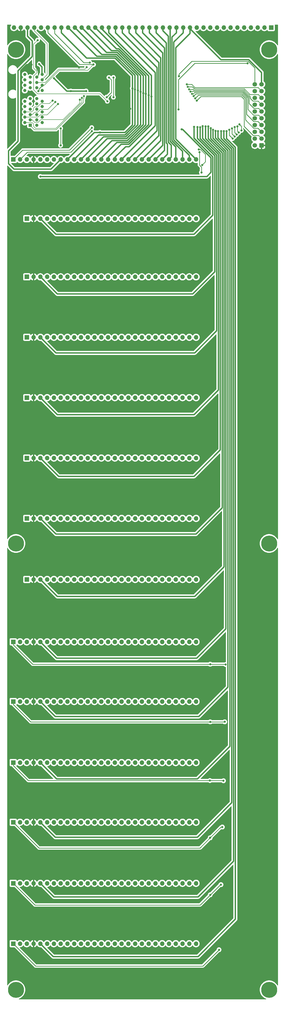
<source format=gbr>
%TF.GenerationSoftware,KiCad,Pcbnew,(6.0.0-0)*%
%TF.CreationDate,2022-10-19T22:30:35-04:00*%
%TF.ProjectId,cpu-input-output-control,6370752d-696e-4707-9574-2d6f75747075,rev?*%
%TF.SameCoordinates,Original*%
%TF.FileFunction,Copper,L2,Bot*%
%TF.FilePolarity,Positive*%
%FSLAX46Y46*%
G04 Gerber Fmt 4.6, Leading zero omitted, Abs format (unit mm)*
G04 Created by KiCad (PCBNEW (6.0.0-0)) date 2022-10-19 22:30:35*
%MOMM*%
%LPD*%
G01*
G04 APERTURE LIST*
G04 Aperture macros list*
%AMRoundRect*
0 Rectangle with rounded corners*
0 $1 Rounding radius*
0 $2 $3 $4 $5 $6 $7 $8 $9 X,Y pos of 4 corners*
0 Add a 4 corners polygon primitive as box body*
4,1,4,$2,$3,$4,$5,$6,$7,$8,$9,$2,$3,0*
0 Add four circle primitives for the rounded corners*
1,1,$1+$1,$2,$3*
1,1,$1+$1,$4,$5*
1,1,$1+$1,$6,$7*
1,1,$1+$1,$8,$9*
0 Add four rect primitives between the rounded corners*
20,1,$1+$1,$2,$3,$4,$5,0*
20,1,$1+$1,$4,$5,$6,$7,0*
20,1,$1+$1,$6,$7,$8,$9,0*
20,1,$1+$1,$8,$9,$2,$3,0*%
G04 Aperture macros list end*
%TA.AperFunction,ComponentPad*%
%ADD10R,1.208000X1.208000*%
%TD*%
%TA.AperFunction,ComponentPad*%
%ADD11C,1.208000*%
%TD*%
%TA.AperFunction,ComponentPad*%
%ADD12R,1.700000X1.700000*%
%TD*%
%TA.AperFunction,ComponentPad*%
%ADD13O,1.700000X1.700000*%
%TD*%
%TA.AperFunction,ComponentPad*%
%ADD14C,0.800000*%
%TD*%
%TA.AperFunction,ComponentPad*%
%ADD15C,6.000000*%
%TD*%
%TA.AperFunction,ComponentPad*%
%ADD16RoundRect,0.250000X0.600000X0.600000X-0.600000X0.600000X-0.600000X-0.600000X0.600000X-0.600000X0*%
%TD*%
%TA.AperFunction,ComponentPad*%
%ADD17C,1.700000*%
%TD*%
%TA.AperFunction,ViaPad*%
%ADD18C,0.800000*%
%TD*%
%TA.AperFunction,Conductor*%
%ADD19C,0.200000*%
%TD*%
%TA.AperFunction,Conductor*%
%ADD20C,0.250000*%
%TD*%
%TA.AperFunction,Conductor*%
%ADD21C,0.500000*%
%TD*%
G04 APERTURE END LIST*
D10*
%TO.P,J9,A1,A1*%
%TO.N,A0*%
X58280000Y-90550000D03*
D11*
%TO.P,J9,A2,A2*%
%TO.N,A1*%
X56280000Y-89550000D03*
%TO.P,J9,A3,A3*%
%TO.N,A2*%
X58280000Y-88550000D03*
%TO.P,J9,A4,A4*%
%TO.N,A3*%
X56280000Y-87550000D03*
%TO.P,J9,A5,A5*%
%TO.N,A4*%
X58280000Y-86550000D03*
%TO.P,J9,A6,A6*%
%TO.N,A5*%
X56280000Y-85550000D03*
%TO.P,J9,A7,A7*%
%TO.N,A6*%
X58280000Y-84550000D03*
%TO.P,J9,A8,A8*%
%TO.N,A7*%
X56280000Y-83550000D03*
%TO.P,J9,A9,A9*%
%TO.N,A8*%
X58280000Y-82550000D03*
%TO.P,J9,A10,A10*%
%TO.N,A9*%
X56280000Y-81550000D03*
%TO.P,J9,A11,A11*%
%TO.N,A10*%
X58280000Y-80550000D03*
%TO.P,J9,A12,A12*%
%TO.N,A11*%
X56280000Y-77550000D03*
%TO.P,J9,A13,A13*%
%TO.N,A12*%
X58280000Y-76550000D03*
%TO.P,J9,A14,A14*%
%TO.N,A13*%
X56280000Y-75550000D03*
%TO.P,J9,A15,A15*%
%TO.N,A14*%
X58280000Y-74550000D03*
%TO.P,J9,A16,A16*%
%TO.N,A15*%
X56280000Y-73550000D03*
%TO.P,J9,A17,A17*%
%TO.N,unconnected-(J9-PadA17)*%
X58280000Y-72550000D03*
%TO.P,J9,A18,A18*%
%TO.N,unconnected-(J9-PadA18)*%
X56280000Y-71550000D03*
%TO.P,J9,B1,B1*%
%TO.N,BUS0*%
X60780000Y-90550000D03*
%TO.P,J9,B2,B2*%
%TO.N,BUS1*%
X62780000Y-89550000D03*
%TO.P,J9,B3,B3*%
%TO.N,BUS2*%
X60780000Y-88550000D03*
%TO.P,J9,B4,B4*%
%TO.N,BUS3*%
X62780000Y-87550000D03*
%TO.P,J9,B5,B5*%
%TO.N,BUS4*%
X60780000Y-86550000D03*
%TO.P,J9,B6,B6*%
%TO.N,BUS5*%
X62780000Y-85550000D03*
%TO.P,J9,B7,B7*%
%TO.N,BUS6*%
X60780000Y-84550000D03*
%TO.P,J9,B8,B8*%
%TO.N,BUS7*%
X62780000Y-83550000D03*
%TO.P,J9,B9,B9*%
%TO.N,unconnected-(J9-PadB9)*%
X60780000Y-82550000D03*
%TO.P,J9,B10,B10*%
%TO.N,unconnected-(J9-PadB10)*%
X62780000Y-81550000D03*
%TO.P,J9,B11,B11*%
%TO.N,unconnected-(J9-PadB11)*%
X60780000Y-80550000D03*
%TO.P,J9,B12,B12*%
%TO.N,unconnected-(J9-PadB12)*%
X62780000Y-77550000D03*
%TO.P,J9,B13,B13*%
%TO.N,unconnected-(J9-PadB13)*%
X60780000Y-76550000D03*
%TO.P,J9,B14,B14*%
%TO.N,~{WRITE}*%
X62780000Y-75550000D03*
%TO.P,J9,B15,B15*%
%TO.N,~{READ}*%
X60780000Y-74550000D03*
%TO.P,J9,B16,B16*%
%TO.N,~{MEM_REQUEST}*%
X62780000Y-73550000D03*
%TO.P,J9,B17,B17*%
%TO.N,GND*%
X60780000Y-72550000D03*
%TO.P,J9,B18,B18*%
%TO.N,VCC*%
X62780000Y-71550000D03*
%TD*%
D12*
%TO.P,J12,1,Pin_1*%
%TO.N,VCC*%
X57034894Y-215163477D03*
D13*
%TO.P,J12,2,Pin_2*%
%TO.N,GND*%
X59574894Y-215163477D03*
%TO.P,J12,3,Pin_3*%
%TO.N,~{PORT10_EN}*%
X62114894Y-215163477D03*
%TO.P,J12,4,Pin_4*%
%TO.N,~{READ}*%
X64654894Y-215163477D03*
%TO.P,J12,5,Pin_5*%
%TO.N,~{WRITE}*%
X67194894Y-215163477D03*
%TO.P,J12,6,Pin_6*%
%TO.N,CLOCK*%
X69734894Y-215163477D03*
%TO.P,J12,7,Pin_7*%
%TO.N,BUS7*%
X72274894Y-215163477D03*
%TO.P,J12,8,Pin_8*%
%TO.N,BUS6*%
X74814894Y-215163477D03*
%TO.P,J12,9,Pin_9*%
%TO.N,BUS5*%
X77354894Y-215163477D03*
%TO.P,J12,10,Pin_10*%
%TO.N,BUS4*%
X79894894Y-215163477D03*
%TO.P,J12,11,Pin_11*%
%TO.N,BUS3*%
X82434894Y-215163477D03*
%TO.P,J12,12,Pin_12*%
%TO.N,BUS2*%
X84974894Y-215163477D03*
%TO.P,J12,13,Pin_13*%
%TO.N,BUS1*%
X87514894Y-215163477D03*
%TO.P,J12,14,Pin_14*%
%TO.N,BUS0*%
X90054894Y-215163477D03*
%TO.P,J12,15,Pin_15*%
%TO.N,A15*%
X92594894Y-215163477D03*
%TO.P,J12,16,Pin_16*%
%TO.N,A14*%
X95134894Y-215163477D03*
%TO.P,J12,17,Pin_17*%
%TO.N,A13*%
X97674894Y-215163477D03*
%TO.P,J12,18,Pin_18*%
%TO.N,A12*%
X100214894Y-215163477D03*
%TO.P,J12,19,Pin_19*%
%TO.N,A11*%
X102754894Y-215163477D03*
%TO.P,J12,20,Pin_20*%
%TO.N,A10*%
X105294894Y-215163477D03*
%TO.P,J12,21,Pin_21*%
%TO.N,A9*%
X107834894Y-215163477D03*
%TO.P,J12,22,Pin_22*%
%TO.N,A8*%
X110374894Y-215163477D03*
%TO.P,J12,23,Pin_23*%
%TO.N,A7*%
X112914894Y-215163477D03*
%TO.P,J12,24,Pin_24*%
%TO.N,A6*%
X115454894Y-215163477D03*
%TO.P,J12,25,Pin_25*%
%TO.N,A5*%
X117994894Y-215163477D03*
%TO.P,J12,26,Pin_26*%
%TO.N,A4*%
X120534894Y-215163477D03*
%TD*%
D12*
%TO.P,J5,1,Pin_1*%
%TO.N,~{IRQ5}*%
X51944894Y-103378477D03*
D13*
%TO.P,J5,2,Pin_2*%
%TO.N,~{IRQ6}*%
X54484894Y-103378477D03*
%TO.P,J5,3,Pin_3*%
%TO.N,VCC*%
X57024894Y-103378477D03*
%TO.P,J5,4,Pin_4*%
%TO.N,GND*%
X59564894Y-103378477D03*
%TO.P,J5,5,Pin_5*%
%TO.N,~{PORT6_EN}*%
X62104894Y-103378477D03*
%TO.P,J5,6,Pin_6*%
%TO.N,~{READ}*%
X64644894Y-103378477D03*
%TO.P,J5,7,Pin_7*%
%TO.N,~{WRITE}*%
X67184894Y-103378477D03*
%TO.P,J5,8,Pin_8*%
%TO.N,CLOCK*%
X69724894Y-103378477D03*
%TO.P,J5,9,Pin_9*%
%TO.N,BUS7*%
X72264894Y-103378477D03*
%TO.P,J5,10,Pin_10*%
%TO.N,BUS6*%
X74804894Y-103378477D03*
%TO.P,J5,11,Pin_11*%
%TO.N,BUS5*%
X77344894Y-103378477D03*
%TO.P,J5,12,Pin_12*%
%TO.N,BUS4*%
X79884894Y-103378477D03*
%TO.P,J5,13,Pin_13*%
%TO.N,BUS3*%
X82424894Y-103378477D03*
%TO.P,J5,14,Pin_14*%
%TO.N,BUS2*%
X84964894Y-103378477D03*
%TO.P,J5,15,Pin_15*%
%TO.N,BUS1*%
X87504894Y-103378477D03*
%TO.P,J5,16,Pin_16*%
%TO.N,BUS0*%
X90044894Y-103378477D03*
%TO.P,J5,17,Pin_17*%
%TO.N,A15*%
X92584894Y-103378477D03*
%TO.P,J5,18,Pin_18*%
%TO.N,A14*%
X95124894Y-103378477D03*
%TO.P,J5,19,Pin_19*%
%TO.N,A13*%
X97664894Y-103378477D03*
%TO.P,J5,20,Pin_20*%
%TO.N,A12*%
X100204894Y-103378477D03*
%TO.P,J5,21,Pin_21*%
%TO.N,A11*%
X102744894Y-103378477D03*
%TO.P,J5,22,Pin_22*%
%TO.N,A10*%
X105284894Y-103378477D03*
%TO.P,J5,23,Pin_23*%
%TO.N,A9*%
X107824894Y-103378477D03*
%TO.P,J5,24,Pin_24*%
%TO.N,A8*%
X110364894Y-103378477D03*
%TO.P,J5,25,Pin_25*%
%TO.N,A7*%
X112904894Y-103378477D03*
%TO.P,J5,26,Pin_26*%
%TO.N,A6*%
X115444894Y-103378477D03*
%TO.P,J5,27,Pin_27*%
%TO.N,A5*%
X117984894Y-103378477D03*
%TO.P,J5,28,Pin_28*%
%TO.N,A4*%
X120524894Y-103378477D03*
%TD*%
D12*
%TO.P,J16,1,Pin_1*%
%TO.N,VCC*%
X57034894Y-260629477D03*
D13*
%TO.P,J16,2,Pin_2*%
%TO.N,GND*%
X59574894Y-260629477D03*
%TO.P,J16,3,Pin_3*%
%TO.N,~{PORT8_EN}*%
X62114894Y-260629477D03*
%TO.P,J16,4,Pin_4*%
%TO.N,~{READ}*%
X64654894Y-260629477D03*
%TO.P,J16,5,Pin_5*%
%TO.N,~{WRITE}*%
X67194894Y-260629477D03*
%TO.P,J16,6,Pin_6*%
%TO.N,CLOCK*%
X69734894Y-260629477D03*
%TO.P,J16,7,Pin_7*%
%TO.N,BUS7*%
X72274894Y-260629477D03*
%TO.P,J16,8,Pin_8*%
%TO.N,BUS6*%
X74814894Y-260629477D03*
%TO.P,J16,9,Pin_9*%
%TO.N,BUS5*%
X77354894Y-260629477D03*
%TO.P,J16,10,Pin_10*%
%TO.N,BUS4*%
X79894894Y-260629477D03*
%TO.P,J16,11,Pin_11*%
%TO.N,BUS3*%
X82434894Y-260629477D03*
%TO.P,J16,12,Pin_12*%
%TO.N,BUS2*%
X84974894Y-260629477D03*
%TO.P,J16,13,Pin_13*%
%TO.N,BUS1*%
X87514894Y-260629477D03*
%TO.P,J16,14,Pin_14*%
%TO.N,BUS0*%
X90054894Y-260629477D03*
%TO.P,J16,15,Pin_15*%
%TO.N,A15*%
X92594894Y-260629477D03*
%TO.P,J16,16,Pin_16*%
%TO.N,A14*%
X95134894Y-260629477D03*
%TO.P,J16,17,Pin_17*%
%TO.N,A13*%
X97674894Y-260629477D03*
%TO.P,J16,18,Pin_18*%
%TO.N,A12*%
X100214894Y-260629477D03*
%TO.P,J16,19,Pin_19*%
%TO.N,A11*%
X102754894Y-260629477D03*
%TO.P,J16,20,Pin_20*%
%TO.N,A10*%
X105294894Y-260629477D03*
%TO.P,J16,21,Pin_21*%
%TO.N,A9*%
X107834894Y-260629477D03*
%TO.P,J16,22,Pin_22*%
%TO.N,A8*%
X110374894Y-260629477D03*
%TO.P,J16,23,Pin_23*%
%TO.N,A7*%
X112914894Y-260629477D03*
%TO.P,J16,24,Pin_24*%
%TO.N,A6*%
X115454894Y-260629477D03*
%TO.P,J16,25,Pin_25*%
%TO.N,A5*%
X117994894Y-260629477D03*
%TO.P,J16,26,Pin_26*%
%TO.N,A4*%
X120534894Y-260629477D03*
%TD*%
D12*
%TO.P,J6,1,Pin_1*%
%TO.N,VCC*%
X57034894Y-169951477D03*
D13*
%TO.P,J6,2,Pin_2*%
%TO.N,GND*%
X59574894Y-169951477D03*
%TO.P,J6,3,Pin_3*%
%TO.N,~{PORT12_EN}*%
X62114894Y-169951477D03*
%TO.P,J6,4,Pin_4*%
%TO.N,~{READ}*%
X64654894Y-169951477D03*
%TO.P,J6,5,Pin_5*%
%TO.N,~{WRITE}*%
X67194894Y-169951477D03*
%TO.P,J6,6,Pin_6*%
%TO.N,CLOCK*%
X69734894Y-169951477D03*
%TO.P,J6,7,Pin_7*%
%TO.N,BUS7*%
X72274894Y-169951477D03*
%TO.P,J6,8,Pin_8*%
%TO.N,BUS6*%
X74814894Y-169951477D03*
%TO.P,J6,9,Pin_9*%
%TO.N,BUS5*%
X77354894Y-169951477D03*
%TO.P,J6,10,Pin_10*%
%TO.N,BUS4*%
X79894894Y-169951477D03*
%TO.P,J6,11,Pin_11*%
%TO.N,BUS3*%
X82434894Y-169951477D03*
%TO.P,J6,12,Pin_12*%
%TO.N,BUS2*%
X84974894Y-169951477D03*
%TO.P,J6,13,Pin_13*%
%TO.N,BUS1*%
X87514894Y-169951477D03*
%TO.P,J6,14,Pin_14*%
%TO.N,BUS0*%
X90054894Y-169951477D03*
%TO.P,J6,15,Pin_15*%
%TO.N,A15*%
X92594894Y-169951477D03*
%TO.P,J6,16,Pin_16*%
%TO.N,A14*%
X95134894Y-169951477D03*
%TO.P,J6,17,Pin_17*%
%TO.N,A13*%
X97674894Y-169951477D03*
%TO.P,J6,18,Pin_18*%
%TO.N,A12*%
X100214894Y-169951477D03*
%TO.P,J6,19,Pin_19*%
%TO.N,A11*%
X102754894Y-169951477D03*
%TO.P,J6,20,Pin_20*%
%TO.N,A10*%
X105294894Y-169951477D03*
%TO.P,J6,21,Pin_21*%
%TO.N,A9*%
X107834894Y-169951477D03*
%TO.P,J6,22,Pin_22*%
%TO.N,A8*%
X110374894Y-169951477D03*
%TO.P,J6,23,Pin_23*%
%TO.N,A7*%
X112914894Y-169951477D03*
%TO.P,J6,24,Pin_24*%
%TO.N,A6*%
X115454894Y-169951477D03*
%TO.P,J6,25,Pin_25*%
%TO.N,A5*%
X117994894Y-169951477D03*
%TO.P,J6,26,Pin_26*%
%TO.N,A4*%
X120534894Y-169951477D03*
%TD*%
D12*
%TO.P,J10,1,Pin_1*%
%TO.N,~{IRQ3}*%
X51929894Y-329209477D03*
D13*
%TO.P,J10,2,Pin_2*%
%TO.N,unconnected-(J10-Pad2)*%
X54469894Y-329209477D03*
%TO.P,J10,3,Pin_3*%
%TO.N,VCC*%
X57009894Y-329209477D03*
%TO.P,J10,4,Pin_4*%
%TO.N,GND*%
X59549894Y-329209477D03*
%TO.P,J10,5,Pin_5*%
%TO.N,~{PORT3_EN}*%
X62089894Y-329209477D03*
%TO.P,J10,6,Pin_6*%
%TO.N,~{READ}*%
X64629894Y-329209477D03*
%TO.P,J10,7,Pin_7*%
%TO.N,~{WRITE}*%
X67169894Y-329209477D03*
%TO.P,J10,8,Pin_8*%
%TO.N,CLOCK*%
X69709894Y-329209477D03*
%TO.P,J10,9,Pin_9*%
%TO.N,BUS7*%
X72249894Y-329209477D03*
%TO.P,J10,10,Pin_10*%
%TO.N,BUS6*%
X74789894Y-329209477D03*
%TO.P,J10,11,Pin_11*%
%TO.N,BUS5*%
X77329894Y-329209477D03*
%TO.P,J10,12,Pin_12*%
%TO.N,BUS4*%
X79869894Y-329209477D03*
%TO.P,J10,13,Pin_13*%
%TO.N,BUS3*%
X82409894Y-329209477D03*
%TO.P,J10,14,Pin_14*%
%TO.N,BUS2*%
X84949894Y-329209477D03*
%TO.P,J10,15,Pin_15*%
%TO.N,BUS1*%
X87489894Y-329209477D03*
%TO.P,J10,16,Pin_16*%
%TO.N,BUS0*%
X90029894Y-329209477D03*
%TO.P,J10,17,Pin_17*%
%TO.N,A15*%
X92569894Y-329209477D03*
%TO.P,J10,18,Pin_18*%
%TO.N,A14*%
X95109894Y-329209477D03*
%TO.P,J10,19,Pin_19*%
%TO.N,A13*%
X97649894Y-329209477D03*
%TO.P,J10,20,Pin_20*%
%TO.N,A12*%
X100189894Y-329209477D03*
%TO.P,J10,21,Pin_21*%
%TO.N,A11*%
X102729894Y-329209477D03*
%TO.P,J10,22,Pin_22*%
%TO.N,A10*%
X105269894Y-329209477D03*
%TO.P,J10,23,Pin_23*%
%TO.N,A9*%
X107809894Y-329209477D03*
%TO.P,J10,24,Pin_24*%
%TO.N,A8*%
X110349894Y-329209477D03*
%TO.P,J10,25,Pin_25*%
%TO.N,A7*%
X112889894Y-329209477D03*
%TO.P,J10,26,Pin_26*%
%TO.N,A6*%
X115429894Y-329209477D03*
%TO.P,J10,27,Pin_27*%
%TO.N,A5*%
X117969894Y-329209477D03*
%TO.P,J10,28,Pin_28*%
%TO.N,A4*%
X120509894Y-329209477D03*
%TD*%
D14*
%TO.P,REF\u002A\u002A,1*%
%TO.N,N/C*%
X146350904Y-63846467D03*
X150191894Y-62255477D03*
X147941894Y-64505477D03*
X147941894Y-60005477D03*
X149532884Y-60664487D03*
X149532884Y-63846467D03*
X146350904Y-60664487D03*
D15*
X147941894Y-62255477D03*
D14*
X145691894Y-62255477D03*
%TD*%
D15*
%TO.P,REF\u002A\u002A,1*%
%TO.N,N/C*%
X52945894Y-62255477D03*
D14*
X51354904Y-60664487D03*
X52945894Y-64505477D03*
X51354904Y-63846467D03*
X54536884Y-60664487D03*
X50695894Y-62255477D03*
X52945894Y-60005477D03*
X54536884Y-63846467D03*
X55195894Y-62255477D03*
%TD*%
D12*
%TO.P,J13,1,Pin_1*%
%TO.N,~{IRQ2}*%
X51929894Y-351561477D03*
D13*
%TO.P,J13,2,Pin_2*%
%TO.N,unconnected-(J13-Pad2)*%
X54469894Y-351561477D03*
%TO.P,J13,3,Pin_3*%
%TO.N,VCC*%
X57009894Y-351561477D03*
%TO.P,J13,4,Pin_4*%
%TO.N,GND*%
X59549894Y-351561477D03*
%TO.P,J13,5,Pin_5*%
%TO.N,~{PORT2_EN}*%
X62089894Y-351561477D03*
%TO.P,J13,6,Pin_6*%
%TO.N,~{READ}*%
X64629894Y-351561477D03*
%TO.P,J13,7,Pin_7*%
%TO.N,~{WRITE}*%
X67169894Y-351561477D03*
%TO.P,J13,8,Pin_8*%
%TO.N,CLOCK*%
X69709894Y-351561477D03*
%TO.P,J13,9,Pin_9*%
%TO.N,BUS7*%
X72249894Y-351561477D03*
%TO.P,J13,10,Pin_10*%
%TO.N,BUS6*%
X74789894Y-351561477D03*
%TO.P,J13,11,Pin_11*%
%TO.N,BUS5*%
X77329894Y-351561477D03*
%TO.P,J13,12,Pin_12*%
%TO.N,BUS4*%
X79869894Y-351561477D03*
%TO.P,J13,13,Pin_13*%
%TO.N,BUS3*%
X82409894Y-351561477D03*
%TO.P,J13,14,Pin_14*%
%TO.N,BUS2*%
X84949894Y-351561477D03*
%TO.P,J13,15,Pin_15*%
%TO.N,BUS1*%
X87489894Y-351561477D03*
%TO.P,J13,16,Pin_16*%
%TO.N,BUS0*%
X90029894Y-351561477D03*
%TO.P,J13,17,Pin_17*%
%TO.N,A15*%
X92569894Y-351561477D03*
%TO.P,J13,18,Pin_18*%
%TO.N,A14*%
X95109894Y-351561477D03*
%TO.P,J13,19,Pin_19*%
%TO.N,A13*%
X97649894Y-351561477D03*
%TO.P,J13,20,Pin_20*%
%TO.N,A12*%
X100189894Y-351561477D03*
%TO.P,J13,21,Pin_21*%
%TO.N,A11*%
X102729894Y-351561477D03*
%TO.P,J13,22,Pin_22*%
%TO.N,A10*%
X105269894Y-351561477D03*
%TO.P,J13,23,Pin_23*%
%TO.N,A9*%
X107809894Y-351561477D03*
%TO.P,J13,24,Pin_24*%
%TO.N,A8*%
X110349894Y-351561477D03*
%TO.P,J13,25,Pin_25*%
%TO.N,A7*%
X112889894Y-351561477D03*
%TO.P,J13,26,Pin_26*%
%TO.N,A6*%
X115429894Y-351561477D03*
%TO.P,J13,27,Pin_27*%
%TO.N,A5*%
X117969894Y-351561477D03*
%TO.P,J13,28,Pin_28*%
%TO.N,A4*%
X120509894Y-351561477D03*
%TD*%
D16*
%TO.P,J11,1,Pin_1*%
%TO.N,GND*%
X145138394Y-98069477D03*
D17*
%TO.P,J11,2,Pin_2*%
%TO.N,VCC*%
X142598394Y-98069477D03*
%TO.P,J11,3,Pin_3*%
%TO.N,BUS0*%
X145138394Y-95529477D03*
%TO.P,J11,4,Pin_4*%
%TO.N,unconnected-(J11-Pad4)*%
X142598394Y-95529477D03*
%TO.P,J11,5,Pin_5*%
%TO.N,BUS1*%
X145138394Y-92989477D03*
%TO.P,J11,6,Pin_6*%
%TO.N,unconnected-(J11-Pad6)*%
X142598394Y-92989477D03*
%TO.P,J11,7,Pin_7*%
%TO.N,BUS2*%
X145138394Y-90449477D03*
%TO.P,J11,8,Pin_8*%
%TO.N,unconnected-(J11-Pad8)*%
X142598394Y-90449477D03*
%TO.P,J11,9,Pin_9*%
%TO.N,BUS3*%
X145138394Y-87909477D03*
%TO.P,J11,10,Pin_10*%
%TO.N,unconnected-(J11-Pad10)*%
X142598394Y-87909477D03*
%TO.P,J11,11,Pin_11*%
%TO.N,BUS4*%
X145138394Y-85369477D03*
%TO.P,J11,12,Pin_12*%
%TO.N,unconnected-(J11-Pad12)*%
X142598394Y-85369477D03*
%TO.P,J11,13,Pin_13*%
%TO.N,BUS5*%
X145138394Y-82829477D03*
%TO.P,J11,14,Pin_14*%
%TO.N,unconnected-(J11-Pad14)*%
X142598394Y-82829477D03*
%TO.P,J11,15,Pin_15*%
%TO.N,BUS6*%
X145138394Y-80289477D03*
%TO.P,J11,16,Pin_16*%
%TO.N,unconnected-(J11-Pad16)*%
X142598394Y-80289477D03*
%TO.P,J11,17,Pin_17*%
%TO.N,BUS7*%
X145138394Y-77749477D03*
%TO.P,J11,18,Pin_18*%
%TO.N,unconnected-(J11-Pad18)*%
X142598394Y-77749477D03*
%TO.P,J11,19,Pin_19*%
%TO.N,A4*%
X145138394Y-75209477D03*
%TO.P,J11,20,Pin_20*%
%TO.N,Net-(J11-Pad20)*%
X142598394Y-75209477D03*
%TD*%
D12*
%TO.P,J15,1,Pin_1*%
%TO.N,~{IRQ1}*%
X51929894Y-374421477D03*
D13*
%TO.P,J15,2,Pin_2*%
%TO.N,unconnected-(J15-Pad2)*%
X54469894Y-374421477D03*
%TO.P,J15,3,Pin_3*%
%TO.N,VCC*%
X57009894Y-374421477D03*
%TO.P,J15,4,Pin_4*%
%TO.N,GND*%
X59549894Y-374421477D03*
%TO.P,J15,5,Pin_5*%
%TO.N,~{PORT1_EN}*%
X62089894Y-374421477D03*
%TO.P,J15,6,Pin_6*%
%TO.N,~{READ}*%
X64629894Y-374421477D03*
%TO.P,J15,7,Pin_7*%
%TO.N,~{WRITE}*%
X67169894Y-374421477D03*
%TO.P,J15,8,Pin_8*%
%TO.N,CLOCK*%
X69709894Y-374421477D03*
%TO.P,J15,9,Pin_9*%
%TO.N,BUS7*%
X72249894Y-374421477D03*
%TO.P,J15,10,Pin_10*%
%TO.N,BUS6*%
X74789894Y-374421477D03*
%TO.P,J15,11,Pin_11*%
%TO.N,BUS5*%
X77329894Y-374421477D03*
%TO.P,J15,12,Pin_12*%
%TO.N,BUS4*%
X79869894Y-374421477D03*
%TO.P,J15,13,Pin_13*%
%TO.N,BUS3*%
X82409894Y-374421477D03*
%TO.P,J15,14,Pin_14*%
%TO.N,BUS2*%
X84949894Y-374421477D03*
%TO.P,J15,15,Pin_15*%
%TO.N,BUS1*%
X87489894Y-374421477D03*
%TO.P,J15,16,Pin_16*%
%TO.N,BUS0*%
X90029894Y-374421477D03*
%TO.P,J15,17,Pin_17*%
%TO.N,A15*%
X92569894Y-374421477D03*
%TO.P,J15,18,Pin_18*%
%TO.N,A14*%
X95109894Y-374421477D03*
%TO.P,J15,19,Pin_19*%
%TO.N,A13*%
X97649894Y-374421477D03*
%TO.P,J15,20,Pin_20*%
%TO.N,A12*%
X100189894Y-374421477D03*
%TO.P,J15,21,Pin_21*%
%TO.N,A11*%
X102729894Y-374421477D03*
%TO.P,J15,22,Pin_22*%
%TO.N,A10*%
X105269894Y-374421477D03*
%TO.P,J15,23,Pin_23*%
%TO.N,A9*%
X107809894Y-374421477D03*
%TO.P,J15,24,Pin_24*%
%TO.N,A8*%
X110349894Y-374421477D03*
%TO.P,J15,25,Pin_25*%
%TO.N,A7*%
X112889894Y-374421477D03*
%TO.P,J15,26,Pin_26*%
%TO.N,A6*%
X115429894Y-374421477D03*
%TO.P,J15,27,Pin_27*%
%TO.N,A5*%
X117969894Y-374421477D03*
%TO.P,J15,28,Pin_28*%
%TO.N,A4*%
X120509894Y-374421477D03*
%TD*%
D12*
%TO.P,J3,1,Pin_1*%
%TO.N,~{IRQ7}*%
X148703894Y-53955477D03*
D13*
%TO.P,J3,2,Pin_2*%
%TO.N,~{IRQ6}*%
X146163894Y-53955477D03*
%TO.P,J3,3,Pin_3*%
%TO.N,~{IRQ5}*%
X143623894Y-53955477D03*
%TO.P,J3,4,Pin_4*%
%TO.N,~{IRQ4}*%
X141083894Y-53955477D03*
%TO.P,J3,5,Pin_5*%
%TO.N,~{IRQ3}*%
X138543894Y-53955477D03*
%TO.P,J3,6,Pin_6*%
%TO.N,~{IRQ2}*%
X136003894Y-53955477D03*
%TO.P,J3,7,Pin_7*%
%TO.N,~{IRQ1}*%
X133463894Y-53955477D03*
%TO.P,J3,8,Pin_8*%
%TO.N,~{IRQ0}*%
X130923894Y-53955477D03*
%TO.P,J3,9,Pin_9*%
%TO.N,A0*%
X128383894Y-53955477D03*
%TO.P,J3,10,Pin_10*%
%TO.N,A1*%
X125843894Y-53955477D03*
%TO.P,J3,11,Pin_11*%
%TO.N,A2*%
X123303894Y-53955477D03*
%TO.P,J3,12,Pin_12*%
%TO.N,A3*%
X120763894Y-53955477D03*
%TO.P,J3,13,Pin_13*%
%TO.N,A4*%
X118223894Y-53955477D03*
%TO.P,J3,14,Pin_14*%
%TO.N,A5*%
X115683894Y-53955477D03*
%TO.P,J3,15,Pin_15*%
%TO.N,A6*%
X113143894Y-53955477D03*
%TO.P,J3,16,Pin_16*%
%TO.N,A7*%
X110603894Y-53955477D03*
%TO.P,J3,17,Pin_17*%
%TO.N,A8*%
X108063894Y-53955477D03*
%TO.P,J3,18,Pin_18*%
%TO.N,A9*%
X105523894Y-53955477D03*
%TO.P,J3,19,Pin_19*%
%TO.N,A10*%
X102983894Y-53955477D03*
%TO.P,J3,20,Pin_20*%
%TO.N,A11*%
X100443894Y-53955477D03*
%TO.P,J3,21,Pin_21*%
%TO.N,A12*%
X97903894Y-53955477D03*
%TO.P,J3,22,Pin_22*%
%TO.N,A13*%
X95363894Y-53955477D03*
%TO.P,J3,23,Pin_23*%
%TO.N,A14*%
X92823894Y-53955477D03*
%TO.P,J3,24,Pin_24*%
%TO.N,A15*%
X90283894Y-53955477D03*
%TO.P,J3,25,Pin_25*%
%TO.N,BUS0*%
X87743894Y-53955477D03*
%TO.P,J3,26,Pin_26*%
%TO.N,BUS1*%
X85203894Y-53955477D03*
%TO.P,J3,27,Pin_27*%
%TO.N,BUS2*%
X82663894Y-53955477D03*
%TO.P,J3,28,Pin_28*%
%TO.N,BUS3*%
X80123894Y-53955477D03*
%TO.P,J3,29,Pin_29*%
%TO.N,BUS4*%
X77583894Y-53955477D03*
%TO.P,J3,30,Pin_30*%
%TO.N,BUS5*%
X75043894Y-53955477D03*
%TO.P,J3,31,Pin_31*%
%TO.N,BUS6*%
X72503894Y-53955477D03*
%TO.P,J3,32,Pin_32*%
%TO.N,BUS7*%
X69963894Y-53955477D03*
%TO.P,J3,33,Pin_33*%
%TO.N,~{READ}*%
X67423894Y-53955477D03*
%TO.P,J3,34,Pin_34*%
%TO.N,~{WRITE}*%
X64883894Y-53955477D03*
%TO.P,J3,35,Pin_35*%
%TO.N,~{IO_REQUEST}*%
X62343894Y-53955477D03*
%TO.P,J3,36,Pin_36*%
%TO.N,~{MEM_REQUEST}*%
X59803894Y-53955477D03*
%TO.P,J3,37,Pin_37*%
%TO.N,CLOCK*%
X57263894Y-53955477D03*
%TO.P,J3,38,Pin_38*%
%TO.N,GND*%
X54723894Y-53955477D03*
%TO.P,J3,39,Pin_39*%
%TO.N,VCC*%
X52183894Y-53955477D03*
%TD*%
D14*
%TO.P,REF\u002A\u002A,1*%
%TO.N,N/C*%
X149532884Y-415890467D03*
D15*
X147941894Y-414299477D03*
D14*
X146350904Y-415890467D03*
X145691894Y-414299477D03*
X149532884Y-412708487D03*
X147941894Y-416549477D03*
X147941894Y-412049477D03*
X146350904Y-412708487D03*
X150191894Y-414299477D03*
%TD*%
%TO.P,REF\u002A\u002A,1*%
%TO.N,N/C*%
X54536884Y-248758467D03*
X52945894Y-249417477D03*
X51354904Y-245576487D03*
X54536884Y-245576487D03*
X51354904Y-248758467D03*
D15*
X52945894Y-247167477D03*
D14*
X50695894Y-247167477D03*
X55195894Y-247167477D03*
X52945894Y-244917477D03*
%TD*%
D12*
%TO.P,J7,1,Pin_1*%
%TO.N,~{IRQ4}*%
X51929894Y-306349477D03*
D13*
%TO.P,J7,2,Pin_2*%
%TO.N,unconnected-(J7-Pad2)*%
X54469894Y-306349477D03*
%TO.P,J7,3,Pin_3*%
%TO.N,VCC*%
X57009894Y-306349477D03*
%TO.P,J7,4,Pin_4*%
%TO.N,GND*%
X59549894Y-306349477D03*
%TO.P,J7,5,Pin_5*%
%TO.N,~{PORT4_EN}*%
X62089894Y-306349477D03*
%TO.P,J7,6,Pin_6*%
%TO.N,~{READ}*%
X64629894Y-306349477D03*
%TO.P,J7,7,Pin_7*%
%TO.N,~{WRITE}*%
X67169894Y-306349477D03*
%TO.P,J7,8,Pin_8*%
%TO.N,CLOCK*%
X69709894Y-306349477D03*
%TO.P,J7,9,Pin_9*%
%TO.N,BUS7*%
X72249894Y-306349477D03*
%TO.P,J7,10,Pin_10*%
%TO.N,BUS6*%
X74789894Y-306349477D03*
%TO.P,J7,11,Pin_11*%
%TO.N,BUS5*%
X77329894Y-306349477D03*
%TO.P,J7,12,Pin_12*%
%TO.N,BUS4*%
X79869894Y-306349477D03*
%TO.P,J7,13,Pin_13*%
%TO.N,BUS3*%
X82409894Y-306349477D03*
%TO.P,J7,14,Pin_14*%
%TO.N,BUS2*%
X84949894Y-306349477D03*
%TO.P,J7,15,Pin_15*%
%TO.N,BUS1*%
X87489894Y-306349477D03*
%TO.P,J7,16,Pin_16*%
%TO.N,BUS0*%
X90029894Y-306349477D03*
%TO.P,J7,17,Pin_17*%
%TO.N,A15*%
X92569894Y-306349477D03*
%TO.P,J7,18,Pin_18*%
%TO.N,A14*%
X95109894Y-306349477D03*
%TO.P,J7,19,Pin_19*%
%TO.N,A13*%
X97649894Y-306349477D03*
%TO.P,J7,20,Pin_20*%
%TO.N,A12*%
X100189894Y-306349477D03*
%TO.P,J7,21,Pin_21*%
%TO.N,A11*%
X102729894Y-306349477D03*
%TO.P,J7,22,Pin_22*%
%TO.N,A10*%
X105269894Y-306349477D03*
%TO.P,J7,23,Pin_23*%
%TO.N,A9*%
X107809894Y-306349477D03*
%TO.P,J7,24,Pin_24*%
%TO.N,A8*%
X110349894Y-306349477D03*
%TO.P,J7,25,Pin_25*%
%TO.N,A7*%
X112889894Y-306349477D03*
%TO.P,J7,26,Pin_26*%
%TO.N,A6*%
X115429894Y-306349477D03*
%TO.P,J7,27,Pin_27*%
%TO.N,A5*%
X117969894Y-306349477D03*
%TO.P,J7,28,Pin_28*%
%TO.N,A4*%
X120509894Y-306349477D03*
%TD*%
D12*
%TO.P,J17,1,Pin_1*%
%TO.N,~{IRQ0}*%
X51929894Y-397027477D03*
D13*
%TO.P,J17,2,Pin_2*%
%TO.N,unconnected-(J17-Pad2)*%
X54469894Y-397027477D03*
%TO.P,J17,3,Pin_3*%
%TO.N,VCC*%
X57009894Y-397027477D03*
%TO.P,J17,4,Pin_4*%
%TO.N,GND*%
X59549894Y-397027477D03*
%TO.P,J17,5,Pin_5*%
%TO.N,~{PORT0_EN}*%
X62089894Y-397027477D03*
%TO.P,J17,6,Pin_6*%
%TO.N,~{READ}*%
X64629894Y-397027477D03*
%TO.P,J17,7,Pin_7*%
%TO.N,~{WRITE}*%
X67169894Y-397027477D03*
%TO.P,J17,8,Pin_8*%
%TO.N,CLOCK*%
X69709894Y-397027477D03*
%TO.P,J17,9,Pin_9*%
%TO.N,BUS7*%
X72249894Y-397027477D03*
%TO.P,J17,10,Pin_10*%
%TO.N,BUS6*%
X74789894Y-397027477D03*
%TO.P,J17,11,Pin_11*%
%TO.N,BUS5*%
X77329894Y-397027477D03*
%TO.P,J17,12,Pin_12*%
%TO.N,BUS4*%
X79869894Y-397027477D03*
%TO.P,J17,13,Pin_13*%
%TO.N,BUS3*%
X82409894Y-397027477D03*
%TO.P,J17,14,Pin_14*%
%TO.N,BUS2*%
X84949894Y-397027477D03*
%TO.P,J17,15,Pin_15*%
%TO.N,BUS1*%
X87489894Y-397027477D03*
%TO.P,J17,16,Pin_16*%
%TO.N,BUS0*%
X90029894Y-397027477D03*
%TO.P,J17,17,Pin_17*%
%TO.N,A15*%
X92569894Y-397027477D03*
%TO.P,J17,18,Pin_18*%
%TO.N,A14*%
X95109894Y-397027477D03*
%TO.P,J17,19,Pin_19*%
%TO.N,A13*%
X97649894Y-397027477D03*
%TO.P,J17,20,Pin_20*%
%TO.N,A12*%
X100189894Y-397027477D03*
%TO.P,J17,21,Pin_21*%
%TO.N,A11*%
X102729894Y-397027477D03*
%TO.P,J17,22,Pin_22*%
%TO.N,A10*%
X105269894Y-397027477D03*
%TO.P,J17,23,Pin_23*%
%TO.N,A9*%
X107809894Y-397027477D03*
%TO.P,J17,24,Pin_24*%
%TO.N,A8*%
X110349894Y-397027477D03*
%TO.P,J17,25,Pin_25*%
%TO.N,A7*%
X112889894Y-397027477D03*
%TO.P,J17,26,Pin_26*%
%TO.N,A6*%
X115429894Y-397027477D03*
%TO.P,J17,27,Pin_27*%
%TO.N,A5*%
X117969894Y-397027477D03*
%TO.P,J17,28,Pin_28*%
%TO.N,A4*%
X120509894Y-397027477D03*
%TD*%
D12*
%TO.P,J1,1,Pin_1*%
%TO.N,VCC*%
X57034894Y-125501477D03*
D13*
%TO.P,J1,2,Pin_2*%
%TO.N,GND*%
X59574894Y-125501477D03*
%TO.P,J1,3,Pin_3*%
%TO.N,~{PORT14_EN}*%
X62114894Y-125501477D03*
%TO.P,J1,4,Pin_4*%
%TO.N,~{READ}*%
X64654894Y-125501477D03*
%TO.P,J1,5,Pin_5*%
%TO.N,~{WRITE}*%
X67194894Y-125501477D03*
%TO.P,J1,6,Pin_6*%
%TO.N,CLOCK*%
X69734894Y-125501477D03*
%TO.P,J1,7,Pin_7*%
%TO.N,BUS7*%
X72274894Y-125501477D03*
%TO.P,J1,8,Pin_8*%
%TO.N,BUS6*%
X74814894Y-125501477D03*
%TO.P,J1,9,Pin_9*%
%TO.N,BUS5*%
X77354894Y-125501477D03*
%TO.P,J1,10,Pin_10*%
%TO.N,BUS4*%
X79894894Y-125501477D03*
%TO.P,J1,11,Pin_11*%
%TO.N,BUS3*%
X82434894Y-125501477D03*
%TO.P,J1,12,Pin_12*%
%TO.N,BUS2*%
X84974894Y-125501477D03*
%TO.P,J1,13,Pin_13*%
%TO.N,BUS1*%
X87514894Y-125501477D03*
%TO.P,J1,14,Pin_14*%
%TO.N,BUS0*%
X90054894Y-125501477D03*
%TO.P,J1,15,Pin_15*%
%TO.N,A15*%
X92594894Y-125501477D03*
%TO.P,J1,16,Pin_16*%
%TO.N,A14*%
X95134894Y-125501477D03*
%TO.P,J1,17,Pin_17*%
%TO.N,A13*%
X97674894Y-125501477D03*
%TO.P,J1,18,Pin_18*%
%TO.N,A12*%
X100214894Y-125501477D03*
%TO.P,J1,19,Pin_19*%
%TO.N,A11*%
X102754894Y-125501477D03*
%TO.P,J1,20,Pin_20*%
%TO.N,A10*%
X105294894Y-125501477D03*
%TO.P,J1,21,Pin_21*%
%TO.N,A9*%
X107834894Y-125501477D03*
%TO.P,J1,22,Pin_22*%
%TO.N,A8*%
X110374894Y-125501477D03*
%TO.P,J1,23,Pin_23*%
%TO.N,A7*%
X112914894Y-125501477D03*
%TO.P,J1,24,Pin_24*%
%TO.N,A6*%
X115454894Y-125501477D03*
%TO.P,J1,25,Pin_25*%
%TO.N,A5*%
X117994894Y-125501477D03*
%TO.P,J1,26,Pin_26*%
%TO.N,A4*%
X120534894Y-125501477D03*
%TD*%
D14*
%TO.P,REF\u002A\u002A,1*%
%TO.N,N/C*%
X146350904Y-245576487D03*
X149532884Y-248758467D03*
X147941894Y-249417477D03*
X149532884Y-245576487D03*
X146350904Y-248758467D03*
X147941894Y-244917477D03*
X145691894Y-247167477D03*
D15*
X147941894Y-247167477D03*
D14*
X150191894Y-247167477D03*
%TD*%
D12*
%TO.P,J14,1,Pin_1*%
%TO.N,VCC*%
X57034894Y-237769477D03*
D13*
%TO.P,J14,2,Pin_2*%
%TO.N,GND*%
X59574894Y-237769477D03*
%TO.P,J14,3,Pin_3*%
%TO.N,~{PORT9_EN}*%
X62114894Y-237769477D03*
%TO.P,J14,4,Pin_4*%
%TO.N,~{READ}*%
X64654894Y-237769477D03*
%TO.P,J14,5,Pin_5*%
%TO.N,~{WRITE}*%
X67194894Y-237769477D03*
%TO.P,J14,6,Pin_6*%
%TO.N,CLOCK*%
X69734894Y-237769477D03*
%TO.P,J14,7,Pin_7*%
%TO.N,BUS7*%
X72274894Y-237769477D03*
%TO.P,J14,8,Pin_8*%
%TO.N,BUS6*%
X74814894Y-237769477D03*
%TO.P,J14,9,Pin_9*%
%TO.N,BUS5*%
X77354894Y-237769477D03*
%TO.P,J14,10,Pin_10*%
%TO.N,BUS4*%
X79894894Y-237769477D03*
%TO.P,J14,11,Pin_11*%
%TO.N,BUS3*%
X82434894Y-237769477D03*
%TO.P,J14,12,Pin_12*%
%TO.N,BUS2*%
X84974894Y-237769477D03*
%TO.P,J14,13,Pin_13*%
%TO.N,BUS1*%
X87514894Y-237769477D03*
%TO.P,J14,14,Pin_14*%
%TO.N,BUS0*%
X90054894Y-237769477D03*
%TO.P,J14,15,Pin_15*%
%TO.N,A15*%
X92594894Y-237769477D03*
%TO.P,J14,16,Pin_16*%
%TO.N,A14*%
X95134894Y-237769477D03*
%TO.P,J14,17,Pin_17*%
%TO.N,A13*%
X97674894Y-237769477D03*
%TO.P,J14,18,Pin_18*%
%TO.N,A12*%
X100214894Y-237769477D03*
%TO.P,J14,19,Pin_19*%
%TO.N,A11*%
X102754894Y-237769477D03*
%TO.P,J14,20,Pin_20*%
%TO.N,A10*%
X105294894Y-237769477D03*
%TO.P,J14,21,Pin_21*%
%TO.N,A9*%
X107834894Y-237769477D03*
%TO.P,J14,22,Pin_22*%
%TO.N,A8*%
X110374894Y-237769477D03*
%TO.P,J14,23,Pin_23*%
%TO.N,A7*%
X112914894Y-237769477D03*
%TO.P,J14,24,Pin_24*%
%TO.N,A6*%
X115454894Y-237769477D03*
%TO.P,J14,25,Pin_25*%
%TO.N,A5*%
X117994894Y-237769477D03*
%TO.P,J14,26,Pin_26*%
%TO.N,A4*%
X120534894Y-237769477D03*
%TD*%
D14*
%TO.P,REF\u002A\u002A,1*%
%TO.N,N/C*%
X51354904Y-415890467D03*
X50695894Y-414299477D03*
D15*
X52945894Y-414299477D03*
D14*
X54536884Y-415890467D03*
X55195894Y-414299477D03*
X52945894Y-412049477D03*
X52945894Y-416549477D03*
X51354904Y-412708487D03*
X54536884Y-412708487D03*
%TD*%
D12*
%TO.P,J4,1,Pin_1*%
%TO.N,VCC*%
X57034894Y-147320477D03*
D13*
%TO.P,J4,2,Pin_2*%
%TO.N,GND*%
X59574894Y-147320477D03*
%TO.P,J4,3,Pin_3*%
%TO.N,~{PORT13_EN}*%
X62114894Y-147320477D03*
%TO.P,J4,4,Pin_4*%
%TO.N,~{READ}*%
X64654894Y-147320477D03*
%TO.P,J4,5,Pin_5*%
%TO.N,~{WRITE}*%
X67194894Y-147320477D03*
%TO.P,J4,6,Pin_6*%
%TO.N,CLOCK*%
X69734894Y-147320477D03*
%TO.P,J4,7,Pin_7*%
%TO.N,BUS7*%
X72274894Y-147320477D03*
%TO.P,J4,8,Pin_8*%
%TO.N,BUS6*%
X74814894Y-147320477D03*
%TO.P,J4,9,Pin_9*%
%TO.N,BUS5*%
X77354894Y-147320477D03*
%TO.P,J4,10,Pin_10*%
%TO.N,BUS4*%
X79894894Y-147320477D03*
%TO.P,J4,11,Pin_11*%
%TO.N,BUS3*%
X82434894Y-147320477D03*
%TO.P,J4,12,Pin_12*%
%TO.N,BUS2*%
X84974894Y-147320477D03*
%TO.P,J4,13,Pin_13*%
%TO.N,BUS1*%
X87514894Y-147320477D03*
%TO.P,J4,14,Pin_14*%
%TO.N,BUS0*%
X90054894Y-147320477D03*
%TO.P,J4,15,Pin_15*%
%TO.N,A15*%
X92594894Y-147320477D03*
%TO.P,J4,16,Pin_16*%
%TO.N,A14*%
X95134894Y-147320477D03*
%TO.P,J4,17,Pin_17*%
%TO.N,A13*%
X97674894Y-147320477D03*
%TO.P,J4,18,Pin_18*%
%TO.N,A12*%
X100214894Y-147320477D03*
%TO.P,J4,19,Pin_19*%
%TO.N,A11*%
X102754894Y-147320477D03*
%TO.P,J4,20,Pin_20*%
%TO.N,A10*%
X105294894Y-147320477D03*
%TO.P,J4,21,Pin_21*%
%TO.N,A9*%
X107834894Y-147320477D03*
%TO.P,J4,22,Pin_22*%
%TO.N,A8*%
X110374894Y-147320477D03*
%TO.P,J4,23,Pin_23*%
%TO.N,A7*%
X112914894Y-147320477D03*
%TO.P,J4,24,Pin_24*%
%TO.N,A6*%
X115454894Y-147320477D03*
%TO.P,J4,25,Pin_25*%
%TO.N,A5*%
X117994894Y-147320477D03*
%TO.P,J4,26,Pin_26*%
%TO.N,A4*%
X120534894Y-147320477D03*
%TD*%
D12*
%TO.P,J2,1,Pin_1*%
%TO.N,~{IRQ7}*%
X51929894Y-283997477D03*
D13*
%TO.P,J2,2,Pin_2*%
%TO.N,unconnected-(J2-Pad2)*%
X54469894Y-283997477D03*
%TO.P,J2,3,Pin_3*%
%TO.N,VCC*%
X57009894Y-283997477D03*
%TO.P,J2,4,Pin_4*%
%TO.N,GND*%
X59549894Y-283997477D03*
%TO.P,J2,5,Pin_5*%
%TO.N,~{PORT7_EN}*%
X62089894Y-283997477D03*
%TO.P,J2,6,Pin_6*%
%TO.N,~{READ}*%
X64629894Y-283997477D03*
%TO.P,J2,7,Pin_7*%
%TO.N,~{WRITE}*%
X67169894Y-283997477D03*
%TO.P,J2,8,Pin_8*%
%TO.N,CLOCK*%
X69709894Y-283997477D03*
%TO.P,J2,9,Pin_9*%
%TO.N,BUS7*%
X72249894Y-283997477D03*
%TO.P,J2,10,Pin_10*%
%TO.N,BUS6*%
X74789894Y-283997477D03*
%TO.P,J2,11,Pin_11*%
%TO.N,BUS5*%
X77329894Y-283997477D03*
%TO.P,J2,12,Pin_12*%
%TO.N,BUS4*%
X79869894Y-283997477D03*
%TO.P,J2,13,Pin_13*%
%TO.N,BUS3*%
X82409894Y-283997477D03*
%TO.P,J2,14,Pin_14*%
%TO.N,BUS2*%
X84949894Y-283997477D03*
%TO.P,J2,15,Pin_15*%
%TO.N,BUS1*%
X87489894Y-283997477D03*
%TO.P,J2,16,Pin_16*%
%TO.N,BUS0*%
X90029894Y-283997477D03*
%TO.P,J2,17,Pin_17*%
%TO.N,A15*%
X92569894Y-283997477D03*
%TO.P,J2,18,Pin_18*%
%TO.N,A14*%
X95109894Y-283997477D03*
%TO.P,J2,19,Pin_19*%
%TO.N,A13*%
X97649894Y-283997477D03*
%TO.P,J2,20,Pin_20*%
%TO.N,A12*%
X100189894Y-283997477D03*
%TO.P,J2,21,Pin_21*%
%TO.N,A11*%
X102729894Y-283997477D03*
%TO.P,J2,22,Pin_22*%
%TO.N,A10*%
X105269894Y-283997477D03*
%TO.P,J2,23,Pin_23*%
%TO.N,A9*%
X107809894Y-283997477D03*
%TO.P,J2,24,Pin_24*%
%TO.N,A8*%
X110349894Y-283997477D03*
%TO.P,J2,25,Pin_25*%
%TO.N,A7*%
X112889894Y-283997477D03*
%TO.P,J2,26,Pin_26*%
%TO.N,A6*%
X115429894Y-283997477D03*
%TO.P,J2,27,Pin_27*%
%TO.N,A5*%
X117969894Y-283997477D03*
%TO.P,J2,28,Pin_28*%
%TO.N,A4*%
X120509894Y-283997477D03*
%TD*%
D12*
%TO.P,J8,1,Pin_1*%
%TO.N,VCC*%
X57034894Y-192557477D03*
D13*
%TO.P,J8,2,Pin_2*%
%TO.N,GND*%
X59574894Y-192557477D03*
%TO.P,J8,3,Pin_3*%
%TO.N,~{PORT11_EN}*%
X62114894Y-192557477D03*
%TO.P,J8,4,Pin_4*%
%TO.N,~{READ}*%
X64654894Y-192557477D03*
%TO.P,J8,5,Pin_5*%
%TO.N,~{WRITE}*%
X67194894Y-192557477D03*
%TO.P,J8,6,Pin_6*%
%TO.N,CLOCK*%
X69734894Y-192557477D03*
%TO.P,J8,7,Pin_7*%
%TO.N,BUS7*%
X72274894Y-192557477D03*
%TO.P,J8,8,Pin_8*%
%TO.N,BUS6*%
X74814894Y-192557477D03*
%TO.P,J8,9,Pin_9*%
%TO.N,BUS5*%
X77354894Y-192557477D03*
%TO.P,J8,10,Pin_10*%
%TO.N,BUS4*%
X79894894Y-192557477D03*
%TO.P,J8,11,Pin_11*%
%TO.N,BUS3*%
X82434894Y-192557477D03*
%TO.P,J8,12,Pin_12*%
%TO.N,BUS2*%
X84974894Y-192557477D03*
%TO.P,J8,13,Pin_13*%
%TO.N,BUS1*%
X87514894Y-192557477D03*
%TO.P,J8,14,Pin_14*%
%TO.N,BUS0*%
X90054894Y-192557477D03*
%TO.P,J8,15,Pin_15*%
%TO.N,A15*%
X92594894Y-192557477D03*
%TO.P,J8,16,Pin_16*%
%TO.N,A14*%
X95134894Y-192557477D03*
%TO.P,J8,17,Pin_17*%
%TO.N,A13*%
X97674894Y-192557477D03*
%TO.P,J8,18,Pin_18*%
%TO.N,A12*%
X100214894Y-192557477D03*
%TO.P,J8,19,Pin_19*%
%TO.N,A11*%
X102754894Y-192557477D03*
%TO.P,J8,20,Pin_20*%
%TO.N,A10*%
X105294894Y-192557477D03*
%TO.P,J8,21,Pin_21*%
%TO.N,A9*%
X107834894Y-192557477D03*
%TO.P,J8,22,Pin_22*%
%TO.N,A8*%
X110374894Y-192557477D03*
%TO.P,J8,23,Pin_23*%
%TO.N,A7*%
X112914894Y-192557477D03*
%TO.P,J8,24,Pin_24*%
%TO.N,A6*%
X115454894Y-192557477D03*
%TO.P,J8,25,Pin_25*%
%TO.N,A5*%
X117994894Y-192557477D03*
%TO.P,J8,26,Pin_26*%
%TO.N,A4*%
X120534894Y-192557477D03*
%TD*%
D18*
%TO.N,~{READ}*%
X79502000Y-68834000D03*
X80631894Y-67081477D03*
%TO.N,~{WRITE}*%
X61327894Y-77749477D03*
X82042000Y-67818000D03*
%TO.N,~{IO_REQUEST}*%
X87235894Y-81559477D03*
X61073894Y-58699477D03*
%TO.N,GND*%
X58528894Y-138253477D03*
X58553894Y-205817477D03*
X58528894Y-183973477D03*
X124827894Y-326415477D03*
X58533894Y-56413477D03*
X61048894Y-66040477D03*
X82663894Y-66827477D03*
X58533894Y-275107477D03*
X58568894Y-365447977D03*
X121563394Y-106819856D03*
X55993894Y-96799477D03*
X124827894Y-393979477D03*
X58787894Y-67843477D03*
X57517894Y-64795477D03*
X58533894Y-388297977D03*
X125843894Y-348513477D03*
X68947894Y-66065477D03*
X58299894Y-342333977D03*
X95784394Y-84353477D03*
X58553894Y-297375977D03*
X58528894Y-251791477D03*
X58553894Y-320396477D03*
X124827894Y-280949477D03*
X124827894Y-303555477D03*
X58528894Y-161128477D03*
X124827894Y-371627477D03*
X76567894Y-68859477D03*
X58553894Y-228879477D03*
X142861894Y-64795477D03*
%TO.N,VCC*%
X73519894Y-77749477D03*
X67169894Y-72923477D03*
X61581894Y-67589477D03*
X79282894Y-77749477D03*
%TO.N,A4*%
X67677894Y-81813477D03*
%TO.N,A3*%
X68693894Y-82575477D03*
%TO.N,A2*%
X76909394Y-81006976D03*
%TO.N,A1*%
X77671394Y-80330314D03*
%TO.N,A0*%
X78433394Y-79614327D03*
%TO.N,BUS0*%
X103745894Y-79781477D03*
X120763894Y-81305477D03*
%TO.N,BUS1*%
X102729894Y-79273477D03*
X120209470Y-80473841D03*
%TO.N,BUS2*%
X119579964Y-79622036D03*
X101655446Y-78823925D03*
%TO.N,BUS3*%
X100697894Y-78511477D03*
X118985894Y-78765477D03*
%TO.N,BUS4*%
X118425734Y-77937693D03*
X99681894Y-78003477D03*
%TO.N,BUS5*%
X117919428Y-77075915D03*
X98665894Y-77495477D03*
%TO.N,BUS6*%
X97580258Y-77195053D03*
X69709894Y-91719477D03*
X117455507Y-76190600D03*
X69709894Y-98069477D03*
%TO.N,BUS7*%
X117052003Y-75276166D03*
X96633894Y-76733477D03*
X84441894Y-93243477D03*
%TO.N,~{PORT0_EN}*%
X131939894Y-92735477D03*
%TO.N,~{PORT1_EN}*%
X130923894Y-92735477D03*
%TO.N,~{PORT2_EN}*%
X129907894Y-92735477D03*
%TO.N,~{PORT3_EN}*%
X128787769Y-92784785D03*
%TO.N,~{PORT4_EN}*%
X127796577Y-92656160D03*
%TO.N,~{PORT6_EN}*%
X62089894Y-109753477D03*
X115123319Y-92127510D03*
%TO.N,~{PORT7_EN}*%
X126862988Y-92229536D03*
%TO.N,~{PORT8_EN}*%
X126030902Y-91675786D03*
%TO.N,~{PORT9_EN}*%
X125081894Y-90957477D03*
%TO.N,~{PORT10_EN}*%
X124083060Y-90994004D03*
%TO.N,~{PORT11_EN}*%
X123010737Y-90864952D03*
%TO.N,~{PORT12_EN}*%
X122103501Y-91284390D03*
%TO.N,~{PORT13_EN}*%
X121017894Y-91211477D03*
%TO.N,~{PORT14_EN}*%
X119820525Y-91138846D03*
%TO.N,~{PORT15_EN}*%
X113905894Y-84607477D03*
X89521894Y-80035477D03*
X89521894Y-72669477D03*
X139813894Y-67335477D03*
%TO.N,Net-(U1-Pad3)*%
X87855091Y-72678998D03*
X86981894Y-80035477D03*
%TO.N,A5*%
X66661894Y-81305477D03*
%TO.N,~{IRQ6}*%
X81393894Y-92735477D03*
X121779894Y-100609477D03*
X122541894Y-108229477D03*
%TO.N,~{IRQ1}*%
X125843894Y-378739477D03*
X129870394Y-374929477D03*
X134987894Y-94767477D03*
X133971894Y-91719477D03*
%TO.N,~{IRQ0}*%
X134225894Y-95529477D03*
X132955894Y-92227477D03*
X129145894Y-399313477D03*
%TO.N,~{IRQ2}*%
X130378394Y-353339477D03*
X135749894Y-94005477D03*
X134987894Y-91211477D03*
X125825144Y-357384727D03*
%TO.N,~{IRQ3}*%
X136003894Y-90957477D03*
X136511894Y-93243477D03*
X125725907Y-335931464D03*
X130827905Y-336019106D03*
%TO.N,~{IRQ4}*%
X137527894Y-92481477D03*
X125843894Y-313969477D03*
X131277416Y-313935928D03*
X136765894Y-90195477D03*
%TO.N,~{IRQ5}*%
X121525894Y-99593477D03*
X122795894Y-105435477D03*
X81393894Y-91465477D03*
%TO.N,~{IRQ7}*%
X125848897Y-292384480D03*
X131660874Y-292502094D03*
%TO.N,Net-(J11-Pad20)*%
X114126459Y-72161477D03*
%TD*%
D19*
%TO.N,A2*%
X58211894Y-88551477D02*
X59066078Y-88551477D01*
X59968112Y-89453511D02*
X61292980Y-89453511D01*
X59066078Y-88551477D02*
X59968112Y-89453511D01*
X61292980Y-89453511D02*
X62291503Y-88454988D01*
X70688383Y-88454988D02*
X76909394Y-82233977D01*
X62291503Y-88454988D02*
X70688383Y-88454988D01*
X76909394Y-82233977D02*
X76909394Y-81006976D01*
%TO.N,~{WRITE}*%
X69145638Y-69958488D02*
X79901510Y-69958488D01*
X63552649Y-75551477D02*
X69145638Y-69958488D01*
X62711894Y-75551477D02*
X63552649Y-75551477D01*
X79901510Y-69958488D02*
X82042000Y-67817998D01*
D20*
X76846897Y-67817998D02*
X82042000Y-67817998D01*
X64883894Y-55854995D02*
X76846897Y-67817998D01*
X64883894Y-53955477D02*
X64883894Y-55854995D01*
D19*
%TO.N,~{READ}*%
X78777022Y-69558978D02*
X79502000Y-68834000D01*
X63987656Y-74551477D02*
X68980155Y-69558978D01*
X60711894Y-74551477D02*
X63987656Y-74551477D01*
X68980155Y-69558978D02*
X78777022Y-69558978D01*
D20*
X67423894Y-56159477D02*
X78345894Y-67081477D01*
X67423894Y-53955477D02*
X67423894Y-56159477D01*
X78345894Y-67081477D02*
X80631894Y-67081477D01*
%TO.N,~{WRITE}*%
X62711894Y-75857477D02*
X62711894Y-75551477D01*
X61327894Y-77749477D02*
X61640405Y-77436966D01*
X61640405Y-76928966D02*
X62711894Y-75857477D01*
X61640405Y-77436966D02*
X61640405Y-76928966D01*
D19*
%TO.N,~{IO_REQUEST}*%
X59591405Y-69139863D02*
X59591405Y-60181966D01*
X87235894Y-81559477D02*
X84441894Y-78765477D01*
X61073894Y-78765477D02*
X59591405Y-77282988D01*
X59591405Y-60181966D02*
X61073894Y-58699477D01*
X59591405Y-72135091D02*
X60861405Y-70865091D01*
X60861405Y-70865091D02*
X60861405Y-70409863D01*
X60861405Y-70409863D02*
X59591405Y-69139863D01*
X59591405Y-77282988D02*
X59591405Y-72135091D01*
X84441894Y-78765477D02*
X61073894Y-78765477D01*
%TO.N,~{MEM_REQUEST}*%
X62711894Y-73551477D02*
X64629894Y-71633477D01*
X64629894Y-59996232D02*
X59803894Y-55170232D01*
X64629894Y-71633477D02*
X64629894Y-59996232D01*
X59803894Y-55170232D02*
X59803894Y-53955477D01*
D21*
%TO.N,CLOCK*%
X50151894Y-104927477D02*
X52183894Y-106959477D01*
X59041894Y-64795477D02*
X53707894Y-70129477D01*
X52183894Y-106959477D02*
X66143894Y-106959477D01*
X57263894Y-53955477D02*
X57263894Y-57175477D01*
X59041894Y-58953477D02*
X59041894Y-64795477D01*
X57263894Y-57175477D02*
X59041894Y-58953477D01*
X53707894Y-96545477D02*
X50151894Y-100101477D01*
X53707894Y-70129477D02*
X53707894Y-96545477D01*
X66143894Y-106959477D02*
X69724894Y-103378477D01*
X50151894Y-100101477D02*
X50151894Y-104927477D01*
D20*
%TO.N,GND*%
X61315893Y-70264001D02*
X60711894Y-69660002D01*
D21*
X58787894Y-67843477D02*
X56983152Y-67843477D01*
D20*
X60711894Y-67189477D02*
X61073894Y-66827477D01*
X60711894Y-72551477D02*
X61315893Y-71947478D01*
D21*
X68947894Y-66065477D02*
X73773894Y-66065477D01*
D20*
X60711894Y-69660002D02*
X60711894Y-67189477D01*
D21*
X54723894Y-70102735D02*
X54723894Y-95529477D01*
X56983152Y-67843477D02*
X54723894Y-70102735D01*
D20*
X61073894Y-66827477D02*
X61073894Y-66065477D01*
D21*
X73773894Y-66065477D02*
X76567894Y-68859477D01*
D20*
X61315893Y-71947478D02*
X61315893Y-70264001D01*
D21*
X54723894Y-95529477D02*
X55993894Y-96799477D01*
D20*
X61073894Y-66065477D02*
X61048894Y-66040477D01*
D21*
%TO.N,VCC*%
X79282894Y-77749477D02*
X73519894Y-77749477D01*
X62711894Y-68719477D02*
X61581894Y-67589477D01*
X71995894Y-77749477D02*
X67169894Y-72923477D01*
X73519894Y-77749477D02*
X71995894Y-77749477D01*
X62711894Y-71551477D02*
X62711894Y-68719477D01*
%TO.N,A13*%
X106594297Y-67135880D02*
X106594300Y-94449071D01*
X95363894Y-53955477D02*
X95363894Y-55905477D01*
X106594300Y-94449071D02*
X97664894Y-103378477D01*
X95363894Y-55905477D02*
X106594297Y-67135880D01*
%TO.N,A14*%
X95124894Y-103378477D02*
X105894789Y-92608582D01*
X105894786Y-68976369D02*
X92823894Y-55905477D01*
X105894789Y-92608582D02*
X105894786Y-68976369D01*
X92823894Y-55905477D02*
X92823894Y-53955477D01*
%TO.N,A15*%
X90283894Y-53955477D02*
X90283894Y-55905477D01*
X90283894Y-55905477D02*
X105195275Y-70816858D01*
X105195275Y-70816858D02*
X105195278Y-90768093D01*
X105195278Y-90768093D02*
X92584894Y-103378477D01*
D19*
%TO.N,A4*%
X64883894Y-84607477D02*
X67677894Y-81813477D01*
D21*
X129841383Y-65998966D02*
X118223894Y-54381477D01*
X145138394Y-70822896D02*
X140314464Y-65998966D01*
D19*
X62089894Y-84607477D02*
X64883894Y-84607477D01*
D21*
X118223894Y-56159477D02*
X118223894Y-53955477D01*
D19*
X59066078Y-86551477D02*
X59994078Y-85623477D01*
X61073894Y-85623477D02*
X62089894Y-84607477D01*
D21*
X120524894Y-103378477D02*
X112889894Y-95743477D01*
X145138394Y-75209477D02*
X145138394Y-70822896D01*
X118223894Y-54381477D02*
X118223894Y-53955477D01*
X112889894Y-61493477D02*
X118223894Y-56159477D01*
D19*
X58211894Y-86551477D02*
X59066078Y-86551477D01*
D21*
X112889894Y-95743477D02*
X112889894Y-61493477D01*
D19*
X59994078Y-85623477D02*
X61073894Y-85623477D01*
D21*
X140314464Y-65998966D02*
X129841383Y-65998966D01*
D19*
%TO.N,A3*%
X56211894Y-87551477D02*
X61177894Y-87551477D01*
X62089894Y-86639477D02*
X64629894Y-86639477D01*
X61177894Y-87551477D02*
X62089894Y-86639477D01*
X64629894Y-86639477D02*
X68693894Y-82575477D01*
%TO.N,A1*%
X59018916Y-89551477D02*
X59549894Y-90082455D01*
X56211894Y-89551477D02*
X59018916Y-89551477D01*
X77671394Y-82036970D02*
X77671394Y-80330314D01*
X59549894Y-90957477D02*
X60311894Y-91719477D01*
X67988887Y-91719477D02*
X77671394Y-82036970D01*
X60311894Y-91719477D02*
X67988887Y-91719477D01*
X59549894Y-90082455D02*
X59549894Y-90957477D01*
%TO.N,A0*%
X78283395Y-81989961D02*
X78283395Y-80707558D01*
X58211894Y-90551477D02*
X59887894Y-92227477D01*
X78433394Y-80557559D02*
X78433394Y-79614327D01*
X59887894Y-92227477D02*
X68045879Y-92227477D01*
X78283395Y-80707558D02*
X78433394Y-80557559D01*
X68045879Y-92227477D02*
X78283395Y-81989961D01*
D21*
%TO.N,BUS0*%
X87743894Y-55905477D02*
X87743894Y-53955477D01*
D20*
X141941383Y-94354966D02*
X138543894Y-90957477D01*
D21*
X103745894Y-71907477D02*
X87743894Y-55905477D01*
D20*
X138543894Y-90957477D02*
X138543894Y-80797477D01*
X122287894Y-79781477D02*
X120763894Y-81305477D01*
D21*
X90044894Y-102626477D02*
X94093894Y-98577477D01*
X103745894Y-90262289D02*
X103745894Y-71907477D01*
D20*
X138543894Y-80797477D02*
X137527894Y-79781477D01*
X143963883Y-94354966D02*
X141941383Y-94354966D01*
X137527894Y-79781477D02*
X122287894Y-79781477D01*
X145138394Y-95529477D02*
X143963883Y-94354966D01*
D21*
X94093894Y-98577477D02*
X95430706Y-98577477D01*
X95430706Y-98577477D02*
X103745894Y-90262289D01*
X90044894Y-103378477D02*
X90044894Y-102626477D01*
%TO.N,BUS1*%
X102729894Y-79273477D02*
X102729894Y-90289021D01*
X85203894Y-53955477D02*
X85203894Y-54541932D01*
X85203894Y-54541932D02*
X102729894Y-72067932D01*
D20*
X145138394Y-92989477D02*
X143772905Y-91623988D01*
D21*
X95324374Y-97694541D02*
X92436830Y-97694541D01*
X92436830Y-97694541D02*
X87504894Y-102626477D01*
D20*
X139051894Y-88563987D02*
X139051894Y-80543477D01*
D21*
X102729894Y-90289021D02*
X95324374Y-97694541D01*
D20*
X137781894Y-79273477D02*
X121409834Y-79273477D01*
X121409834Y-79273477D02*
X120209470Y-80473841D01*
D21*
X102729894Y-72067932D02*
X102729894Y-79273477D01*
D20*
X143772905Y-91623988D02*
X142111895Y-91623988D01*
D21*
X87504894Y-102626477D02*
X87504894Y-103378477D01*
D20*
X139051894Y-80543477D02*
X137781894Y-79273477D01*
X142111895Y-91623988D02*
X139051894Y-88563987D01*
D21*
%TO.N,BUS2*%
X90845341Y-96995030D02*
X95034628Y-96995030D01*
X95034628Y-96995030D02*
X101655447Y-90374211D01*
D20*
X145138394Y-90449477D02*
X143772905Y-89083988D01*
X143772905Y-89083988D02*
X142111895Y-89083988D01*
D21*
X101655446Y-71982741D02*
X91605628Y-61932924D01*
X84964894Y-102875477D02*
X90845341Y-96995030D01*
X90641341Y-61932924D02*
X82663894Y-53955477D01*
D20*
X142111895Y-89083988D02*
X139501404Y-86473497D01*
D21*
X101655447Y-90374211D02*
X101655446Y-78823925D01*
D20*
X139501404Y-80357283D02*
X137909598Y-78765477D01*
X137909598Y-78765477D02*
X120473208Y-78765477D01*
X139501404Y-86473497D02*
X139501404Y-80357283D01*
X120473208Y-78765477D02*
X119616649Y-79622036D01*
D21*
X101655446Y-78823925D02*
X101655446Y-71982741D01*
D20*
X119616649Y-79622036D02*
X119579964Y-79622036D01*
D21*
X84964894Y-103378477D02*
X84964894Y-102875477D01*
X91605628Y-61932924D02*
X90641341Y-61932924D01*
D20*
%TO.N,BUS3*%
X145138394Y-87909477D02*
X143963883Y-86734966D01*
D21*
X94744880Y-96295520D02*
X89004851Y-96295520D01*
X89004851Y-96295520D02*
X82424894Y-102875477D01*
D20*
X119493894Y-78765477D02*
X118985894Y-78765477D01*
D21*
X100697894Y-72014447D02*
X100697894Y-78511477D01*
D20*
X142069087Y-86734966D02*
X140009405Y-84675284D01*
X140009405Y-84675284D02*
X140009405Y-80229580D01*
D21*
X88800852Y-62632435D02*
X91315882Y-62632435D01*
D20*
X119943405Y-78315966D02*
X119493894Y-78765477D01*
D21*
X82424894Y-102875477D02*
X82424894Y-103378477D01*
X80123894Y-53955477D02*
X88800852Y-62632435D01*
X100697894Y-78511477D02*
X100697894Y-90342506D01*
D20*
X143963883Y-86734966D02*
X142069087Y-86734966D01*
D21*
X100697894Y-90342506D02*
X94744880Y-96295520D01*
D20*
X138095791Y-78315966D02*
X119943405Y-78315966D01*
X140009405Y-80229580D02*
X138095791Y-78315966D01*
D21*
X91315882Y-62632435D02*
X100697894Y-72014447D01*
%TO.N,BUS4*%
X79884894Y-103378477D02*
X79884894Y-102880477D01*
X87169362Y-95596009D02*
X94455134Y-95596009D01*
X91026134Y-63331945D02*
X86960362Y-63331945D01*
D20*
X140458916Y-80043389D02*
X138281982Y-77866455D01*
X142196791Y-84194966D02*
X140458916Y-82457091D01*
D21*
X79884894Y-102880477D02*
X87169362Y-95596009D01*
D20*
X143963883Y-84194966D02*
X142196791Y-84194966D01*
X140458916Y-82457091D02*
X140458916Y-80043389D01*
X118496972Y-77866455D02*
X118425734Y-77937693D01*
X145138394Y-85369477D02*
X143963883Y-84194966D01*
X138281982Y-77866455D02*
X118496972Y-77866455D01*
D21*
X86960362Y-63331945D02*
X77583894Y-53955477D01*
X99681894Y-90369249D02*
X99681894Y-71987705D01*
X94455134Y-95596009D02*
X99681894Y-90369249D01*
X99681894Y-71987705D02*
X91026134Y-63331945D01*
%TO.N,BUS5*%
X75043894Y-53955477D02*
X85119873Y-64031456D01*
D20*
X140908426Y-79857195D02*
X138465501Y-77414270D01*
D21*
X85826872Y-94896499D02*
X94165386Y-94896499D01*
X85119873Y-64031456D02*
X90736388Y-64031456D01*
D20*
X145138394Y-82829477D02*
X143789862Y-81480945D01*
X119677799Y-77414270D02*
X119339444Y-77075915D01*
D21*
X90736388Y-64031456D02*
X98665894Y-71960962D01*
D20*
X143789862Y-81480945D02*
X141896474Y-81480945D01*
X140908426Y-80492897D02*
X140908426Y-79857195D01*
D21*
X77344894Y-103378477D02*
X85826872Y-94896499D01*
X94165386Y-94896499D02*
X98665894Y-90395991D01*
D20*
X138465501Y-77414270D02*
X119677799Y-77414270D01*
D21*
X98665894Y-71960962D02*
X98665894Y-77495477D01*
D20*
X119339444Y-77075915D02*
X117919428Y-77075915D01*
D21*
X98665894Y-90395991D02*
X98665894Y-77495477D01*
D20*
X141896474Y-81480945D02*
X140908426Y-80492897D01*
D21*
%TO.N,BUS6*%
X97562393Y-71846719D02*
X90446640Y-64730966D01*
D20*
X145138394Y-80289477D02*
X143885619Y-79036702D01*
D21*
X93875642Y-94196987D02*
X97562393Y-90510236D01*
X90446640Y-64730966D02*
X83279383Y-64730966D01*
X74804894Y-103378477D02*
X83986384Y-94196987D01*
D20*
X69709894Y-91719477D02*
X69709894Y-98069477D01*
D21*
X83986384Y-94196987D02*
X93875642Y-94196987D01*
D20*
X140723641Y-79036702D02*
X138627463Y-76940524D01*
X138627463Y-76940524D02*
X119954941Y-76940524D01*
X119205017Y-76190600D02*
X117455507Y-76190600D01*
D21*
X97562393Y-90510236D02*
X97562393Y-71846719D01*
X83279383Y-64730966D02*
X72503894Y-53955477D01*
D20*
X119954941Y-76940524D02*
X119205017Y-76190600D01*
X143885619Y-79036702D02*
X140723641Y-79036702D01*
D21*
%TO.N,BUS7*%
X69963894Y-55905477D02*
X79488903Y-65430486D01*
X90156903Y-65430486D02*
X96633894Y-71907477D01*
X96633894Y-90449477D02*
X93839894Y-93243477D01*
D20*
X143799539Y-76410622D02*
X120060743Y-76410622D01*
X120060743Y-76410622D02*
X118926287Y-75276166D01*
D21*
X93839894Y-93243477D02*
X82399894Y-93243477D01*
X96633894Y-71907477D02*
X96633894Y-90449477D01*
D20*
X118926287Y-75276166D02*
X117052003Y-75276166D01*
D21*
X69963894Y-53955477D02*
X69963894Y-55905477D01*
X79488903Y-65430486D02*
X90156903Y-65430486D01*
X82399894Y-93243477D02*
X72264894Y-103378477D01*
D20*
X145138394Y-77749477D02*
X143799539Y-76410622D01*
D21*
%TO.N,~{PORT0_EN}*%
X121271894Y-401853477D02*
X135308425Y-387816946D01*
X62089894Y-397027477D02*
X66915894Y-401853477D01*
X66915894Y-401853477D02*
X121271894Y-401853477D01*
X131939894Y-95529477D02*
X131939894Y-92735477D01*
X135308425Y-98898008D02*
X131939894Y-95529477D01*
X135308425Y-387816946D02*
X135308425Y-98898008D01*
%TO.N,~{PORT1_EN}*%
X67169894Y-379501477D02*
X121271894Y-379501477D01*
X121271894Y-379501477D02*
X134608901Y-366164470D01*
X134608901Y-366164470D02*
X134608901Y-99187742D01*
X130923894Y-95502735D02*
X130923894Y-92735477D01*
X134608901Y-99187742D02*
X130923894Y-95502735D01*
X62089894Y-374421477D02*
X67169894Y-379501477D01*
%TO.N,~{PORT2_EN}*%
X133909393Y-344257978D02*
X133909393Y-99477492D01*
X133909393Y-99477492D02*
X129907894Y-95475993D01*
X121017894Y-357149477D02*
X133909393Y-344257978D01*
X129907894Y-95475993D02*
X129907894Y-92735477D01*
X67677894Y-357149477D02*
X121017894Y-357149477D01*
X62089894Y-351561477D02*
X67677894Y-357149477D01*
%TO.N,~{PORT3_EN}*%
X68185894Y-335305477D02*
X121017894Y-335305477D01*
X62089894Y-329209477D02*
X68185894Y-335305477D01*
X133209885Y-323113486D02*
X133209885Y-99767242D01*
X121017894Y-335305477D02*
X133209885Y-323113486D01*
X128787769Y-95345126D02*
X128787769Y-92784785D01*
X133209885Y-99767242D02*
X128787769Y-95345126D01*
%TO.N,~{PORT4_EN}*%
X127796577Y-95343192D02*
X127796577Y-92656160D01*
X132510375Y-300952996D02*
X132510375Y-100056990D01*
X132510375Y-100056990D02*
X127796577Y-95343192D01*
X62089894Y-306349477D02*
X67677894Y-311937477D01*
X67677894Y-311937477D02*
X121525894Y-311937477D01*
X121525894Y-311937477D02*
X132510375Y-300952996D01*
%TO.N,~{PORT6_EN}*%
X115508113Y-92127510D02*
X115123319Y-92127510D01*
X124573894Y-109753477D02*
X126148251Y-108179120D01*
X126148251Y-108179120D02*
X126148251Y-102767648D01*
X62089894Y-109753477D02*
X124573894Y-109753477D01*
X126148251Y-102767648D02*
X115508113Y-92127510D01*
%TO.N,~{PORT7_EN}*%
X62089894Y-283997477D02*
X68185894Y-290093477D01*
X131744339Y-100280212D02*
X126862988Y-95398861D01*
X131744339Y-279113032D02*
X131744339Y-100280212D01*
X68185894Y-290093477D02*
X120763894Y-290093477D01*
X120763894Y-290093477D02*
X131744339Y-279113032D01*
X126862988Y-95398861D02*
X126862988Y-92229536D01*
%TO.N,~{PORT8_EN}*%
X131044828Y-255936543D02*
X131044828Y-100569959D01*
X120001894Y-266979477D02*
X131044828Y-255936543D01*
X68464894Y-266979477D02*
X120001894Y-266979477D01*
X126010393Y-95535524D02*
X126010393Y-91696295D01*
X126010393Y-91696295D02*
X126030902Y-91675786D01*
X62114894Y-260629477D02*
X68464894Y-266979477D01*
X131044828Y-100569959D02*
X126010393Y-95535524D01*
%TO.N,~{PORT9_EN}*%
X130345317Y-233776054D02*
X130345317Y-100859706D01*
X67956894Y-243611477D02*
X120509894Y-243611477D01*
X130345317Y-100859706D02*
X125081894Y-95596282D01*
X62114894Y-237769477D02*
X67956894Y-243611477D01*
X120509894Y-243611477D02*
X130345317Y-233776054D01*
X125081894Y-95596282D02*
X125081894Y-90957477D01*
%TO.N,~{PORT10_EN}*%
X124083060Y-95586706D02*
X124083060Y-90994004D01*
X68972894Y-222021477D02*
X119747894Y-222021477D01*
X129645806Y-212123565D02*
X129645806Y-101149452D01*
X62114894Y-215163477D02*
X68972894Y-222021477D01*
X119747894Y-222021477D02*
X129645806Y-212123565D01*
X129645806Y-101149452D02*
X124083060Y-95586706D01*
%TO.N,~{PORT11_EN}*%
X68464894Y-198907477D02*
X119747894Y-198907477D01*
X62114894Y-192557477D02*
X68464894Y-198907477D01*
X123010737Y-95503640D02*
X123010737Y-90864952D01*
X128946295Y-189709076D02*
X128946295Y-101439199D01*
X119747894Y-198907477D02*
X128946295Y-189709076D01*
X128946295Y-101439199D02*
X123010737Y-95503640D01*
%TO.N,~{PORT12_EN}*%
X67956894Y-175793477D02*
X120001894Y-175793477D01*
X128246784Y-167548587D02*
X128246784Y-101728945D01*
X128246784Y-101728945D02*
X122103501Y-95585662D01*
X122103501Y-95585662D02*
X122103501Y-91284390D01*
X62114894Y-169951477D02*
X67956894Y-175793477D01*
X120001894Y-175793477D02*
X128246784Y-167548587D01*
%TO.N,~{PORT13_EN}*%
X68489894Y-153695477D02*
X119239894Y-153695477D01*
X119239894Y-153695477D02*
X127547273Y-145388098D01*
X127547273Y-102018692D02*
X121017894Y-95489313D01*
X121017894Y-95489313D02*
X121017894Y-91211477D01*
X62114894Y-147320477D02*
X68489894Y-153695477D01*
X127547273Y-145388098D02*
X127547273Y-102018692D01*
%TO.N,~{PORT14_EN}*%
X67956894Y-131343477D02*
X119747894Y-131343477D01*
X62114894Y-125501477D02*
X67956894Y-131343477D01*
X119747894Y-131343477D02*
X126847762Y-124243609D01*
X119820525Y-95377197D02*
X119820525Y-91138846D01*
X126847762Y-124243609D02*
X126847762Y-102404434D01*
X126847762Y-102404434D02*
X119820525Y-95377197D01*
D20*
%TO.N,~{PORT15_EN}*%
X89521894Y-80035477D02*
X89521894Y-72669477D01*
X113905894Y-73431477D02*
X113905894Y-84607477D01*
X120001894Y-67335477D02*
X113905894Y-73431477D01*
X139813894Y-67335477D02*
X120001894Y-67335477D01*
%TO.N,Net-(U1-Pad3)*%
X86981894Y-80035477D02*
X88759894Y-78257477D01*
X88759894Y-78257477D02*
X88759894Y-73583801D01*
X88759894Y-73583801D02*
X87855091Y-72678998D01*
D19*
%TO.N,A5*%
X61138774Y-83591477D02*
X62275263Y-82454988D01*
X58859894Y-85551477D02*
X59549894Y-84861477D01*
X56211894Y-85551477D02*
X58859894Y-85551477D01*
D21*
X117984894Y-101827735D02*
X117984894Y-103378477D01*
D19*
X59549894Y-84099477D02*
X60057894Y-83591477D01*
D21*
X112190384Y-96033225D02*
X117984894Y-101827735D01*
X115683894Y-53955477D02*
X115683894Y-55905477D01*
D19*
X59549894Y-84861477D02*
X59549894Y-84099477D01*
D21*
X112190383Y-59398988D02*
X112190384Y-96033225D01*
D19*
X65512383Y-82454988D02*
X66661894Y-81305477D01*
X62275263Y-82454988D02*
X65512383Y-82454988D01*
D21*
X115683894Y-55905477D02*
X112190383Y-59398988D01*
D19*
X60057894Y-83591477D02*
X61138774Y-83591477D01*
D21*
%TO.N,A6*%
X115444894Y-103378477D02*
X115444894Y-100276993D01*
X111490873Y-96322971D02*
X111490873Y-57558498D01*
X113143894Y-55905477D02*
X113143894Y-53955477D01*
X115444894Y-100276993D02*
X111490873Y-96322971D01*
X111490873Y-57558498D02*
X113143894Y-55905477D01*
%TO.N,A7*%
X112904894Y-98726250D02*
X112904894Y-103378477D01*
X110791362Y-54142945D02*
X110791363Y-96612719D01*
X110603894Y-53955477D02*
X110791362Y-54142945D01*
X110791363Y-96612719D02*
X112904894Y-98726250D01*
%TO.N,A8*%
X108063894Y-55143477D02*
X108063894Y-53955477D01*
X111214894Y-102528477D02*
X111214894Y-98025507D01*
X110091853Y-57171436D02*
X108063894Y-55143477D01*
X111214894Y-98025507D02*
X110091853Y-96902466D01*
X110091853Y-96902466D02*
X110091853Y-57171436D01*
X110364894Y-103378477D02*
X111214894Y-102528477D01*
%TO.N,A9*%
X109392343Y-59773926D02*
X109392343Y-97192214D01*
X109779404Y-101423967D02*
X107824894Y-103378477D01*
X105523894Y-53955477D02*
X105523894Y-55905477D01*
X109779404Y-97579274D02*
X109779404Y-101423967D01*
X105523894Y-55905477D02*
X109392343Y-59773926D01*
X109392343Y-97192214D02*
X109779404Y-97579274D01*
%TO.N,A10*%
X102983894Y-55905477D02*
X102983894Y-53955477D01*
X108692832Y-97481960D02*
X108692830Y-61614413D01*
X105284894Y-103378477D02*
X108692832Y-99970539D01*
X108692832Y-99970539D02*
X108692832Y-97481960D01*
X108692830Y-61614413D02*
X102983894Y-55905477D01*
%TO.N,A11*%
X107993319Y-63454902D02*
X107993322Y-98130049D01*
X100443894Y-53955477D02*
X100443894Y-55905477D01*
X100443894Y-55905477D02*
X107993319Y-63454902D01*
X107993322Y-98130049D02*
X102744894Y-103378477D01*
%TO.N,A12*%
X107293808Y-65295391D02*
X97903894Y-55905477D01*
X97903894Y-55905477D02*
X97903894Y-53955477D01*
X100204894Y-103378477D02*
X107293811Y-96289560D01*
X107293811Y-96289560D02*
X107293808Y-65295391D01*
D20*
%TO.N,~{IRQ6}*%
X122541894Y-106206077D02*
X122541894Y-108229477D01*
X121779894Y-105444077D02*
X122541894Y-106206077D01*
X121779894Y-100609477D02*
X121779894Y-105444077D01*
X54484894Y-103378477D02*
X57253894Y-100609477D01*
X73519894Y-100609477D02*
X81393894Y-92735477D01*
X57253894Y-100609477D02*
X73519894Y-100609477D01*
%TO.N,~{IRQ1}*%
X129653894Y-374929477D02*
X129870394Y-374929477D01*
X125843894Y-378739477D02*
X129653894Y-374929477D01*
X122033894Y-382549477D02*
X125843894Y-378739477D01*
X51929894Y-374421477D02*
X60057894Y-382549477D01*
X133971894Y-91719477D02*
X133971894Y-93751477D01*
X60057894Y-382549477D02*
X122033894Y-382549477D01*
X133971894Y-93751477D02*
X134987894Y-94767477D01*
%TO.N,~{IRQ0}*%
X129145894Y-399313477D02*
X123049894Y-405409477D01*
X123049894Y-405409477D02*
X60311894Y-405409477D01*
X132955894Y-92227477D02*
X132955894Y-94259477D01*
X60311894Y-405409477D02*
X51929894Y-397027477D01*
X132955894Y-94259477D02*
X134225894Y-95529477D01*
%TO.N,~{IRQ2}*%
X61581894Y-361213477D02*
X121996394Y-361213477D01*
X134987894Y-91211477D02*
X134987894Y-93243477D01*
X121996394Y-361213477D02*
X125825144Y-357384727D01*
X134987894Y-93243477D02*
X135749894Y-94005477D01*
X51929894Y-351561477D02*
X61581894Y-361213477D01*
X129870394Y-353339477D02*
X130378394Y-353339477D01*
X125825144Y-357384727D02*
X129870394Y-353339477D01*
%TO.N,~{IRQ3}*%
X130740263Y-335931464D02*
X130827905Y-336019106D01*
X136003894Y-90957477D02*
X136003894Y-92735477D01*
X57551881Y-335931464D02*
X125725907Y-335931464D01*
X51929894Y-329209477D02*
X51929894Y-330309477D01*
X125725907Y-335931464D02*
X130740263Y-335931464D01*
X51929894Y-330309477D02*
X57551881Y-335931464D01*
X136003894Y-92735477D02*
X136511894Y-93243477D01*
%TO.N,~{IRQ4}*%
X51929894Y-307449477D02*
X58449894Y-313969477D01*
X51929894Y-306349477D02*
X51929894Y-307449477D01*
X125843894Y-313969477D02*
X131243867Y-313969477D01*
X137527894Y-90957477D02*
X137527894Y-92481477D01*
X58449894Y-313969477D02*
X125843894Y-313969477D01*
X131243867Y-313969477D02*
X131277416Y-313935928D01*
X136765894Y-90195477D02*
X137527894Y-90957477D01*
%TO.N,~{IRQ5}*%
X124007405Y-104223966D02*
X122795894Y-105435477D01*
X124007405Y-101439284D02*
X124007405Y-104223966D01*
X121525894Y-99593477D02*
X122161598Y-99593477D01*
X55475894Y-99847477D02*
X73011894Y-99847477D01*
X122161598Y-99593477D02*
X124007405Y-101439284D01*
X73011894Y-99847477D02*
X81393894Y-91465477D01*
X51944894Y-103378477D02*
X55475894Y-99847477D01*
%TO.N,~{IRQ7}*%
X131543260Y-292384480D02*
X131660874Y-292502094D01*
X59216897Y-292384480D02*
X125848897Y-292384480D01*
X51929894Y-285097477D02*
X59216897Y-292384480D01*
X125848897Y-292384480D02*
X131543260Y-292384480D01*
X51929894Y-283997477D02*
X51929894Y-285097477D01*
%TO.N,Net-(J11-Pad20)*%
X142598394Y-69095377D02*
X140113993Y-66610976D01*
X114126459Y-71432912D02*
X114126459Y-72161477D01*
X140113993Y-66610976D02*
X118948395Y-66610976D01*
X118948395Y-66610976D02*
X114126459Y-71432912D01*
X142598394Y-75209477D02*
X142598394Y-69095377D01*
%TD*%
%TA.AperFunction,Conductor*%
%TO.N,GND*%
G36*
X151186015Y-52877479D02*
G01*
X151232508Y-52931135D01*
X151243894Y-52983477D01*
X151243894Y-60483054D01*
X151223892Y-60551175D01*
X151170236Y-60597668D01*
X151099962Y-60607772D01*
X151035382Y-60578278D01*
X151005627Y-60540256D01*
X150986017Y-60501769D01*
X150986014Y-60501763D01*
X150984514Y-60498820D01*
X150974276Y-60483054D01*
X150786028Y-60193177D01*
X150784226Y-60190402D01*
X150552796Y-59904610D01*
X150292761Y-59644575D01*
X150006969Y-59413145D01*
X149742395Y-59241329D01*
X149701321Y-59214655D01*
X149701318Y-59214653D01*
X149698552Y-59212857D01*
X149695618Y-59211362D01*
X149695611Y-59211358D01*
X149373828Y-59047402D01*
X149370888Y-59045904D01*
X149027568Y-58914116D01*
X148672353Y-58818936D01*
X148479336Y-58788365D01*
X148312383Y-58761922D01*
X148312375Y-58761921D01*
X148309135Y-58761408D01*
X147941894Y-58742162D01*
X147574653Y-58761408D01*
X147571413Y-58761921D01*
X147571405Y-58761922D01*
X147404452Y-58788365D01*
X147211435Y-58818936D01*
X146856220Y-58914116D01*
X146512900Y-59045904D01*
X146509960Y-59047402D01*
X146188178Y-59211358D01*
X146188171Y-59211362D01*
X146185237Y-59212857D01*
X145876819Y-59413145D01*
X145591027Y-59644575D01*
X145330992Y-59904610D01*
X145099562Y-60190402D01*
X145097760Y-60193177D01*
X144909513Y-60483054D01*
X144899274Y-60498820D01*
X144897779Y-60501754D01*
X144897775Y-60501761D01*
X144848908Y-60597668D01*
X144732321Y-60826483D01*
X144600533Y-61169803D01*
X144505353Y-61525018D01*
X144504837Y-61528279D01*
X144450141Y-61873614D01*
X144447825Y-61888236D01*
X144428579Y-62255477D01*
X144447825Y-62622718D01*
X144505353Y-62985936D01*
X144600533Y-63341151D01*
X144732321Y-63684471D01*
X144733819Y-63687411D01*
X144885066Y-63984249D01*
X144899274Y-64012134D01*
X144901070Y-64014900D01*
X144901072Y-64014903D01*
X144997715Y-64163721D01*
X145099562Y-64320552D01*
X145330992Y-64606344D01*
X145591027Y-64866379D01*
X145876819Y-65097809D01*
X145879594Y-65099611D01*
X146148660Y-65274344D01*
X146185236Y-65298097D01*
X146188170Y-65299592D01*
X146188177Y-65299596D01*
X146509960Y-65463552D01*
X146512900Y-65465050D01*
X146856220Y-65596838D01*
X147211435Y-65692018D01*
X147404452Y-65722589D01*
X147571405Y-65749032D01*
X147571413Y-65749033D01*
X147574653Y-65749546D01*
X147941894Y-65768792D01*
X148309135Y-65749546D01*
X148312375Y-65749033D01*
X148312383Y-65749032D01*
X148479336Y-65722589D01*
X148672353Y-65692018D01*
X149027568Y-65596838D01*
X149370888Y-65465050D01*
X149373828Y-65463552D01*
X149695611Y-65299596D01*
X149695618Y-65299592D01*
X149698552Y-65298097D01*
X149735129Y-65274344D01*
X150004194Y-65099611D01*
X150006969Y-65097809D01*
X150292761Y-64866379D01*
X150552796Y-64606344D01*
X150784226Y-64320552D01*
X150886073Y-64163721D01*
X150982716Y-64014903D01*
X150982718Y-64014900D01*
X150984514Y-64012134D01*
X151000626Y-63980514D01*
X151005627Y-63970698D01*
X151054375Y-63919082D01*
X151123290Y-63902016D01*
X151190491Y-63924916D01*
X151234644Y-63980514D01*
X151243894Y-64027900D01*
X151243894Y-245395054D01*
X151223892Y-245463175D01*
X151170236Y-245509668D01*
X151099962Y-245519772D01*
X151035382Y-245490278D01*
X151005627Y-245452256D01*
X150986017Y-245413769D01*
X150986014Y-245413763D01*
X150984514Y-245410820D01*
X150974276Y-245395054D01*
X150786028Y-245105177D01*
X150784226Y-245102402D01*
X150552796Y-244816610D01*
X150292761Y-244556575D01*
X150006969Y-244325145D01*
X149811387Y-244198133D01*
X149701321Y-244126655D01*
X149701318Y-244126653D01*
X149698552Y-244124857D01*
X149695618Y-244123362D01*
X149695611Y-244123358D01*
X149373828Y-243959402D01*
X149370888Y-243957904D01*
X149027568Y-243826116D01*
X148672353Y-243730936D01*
X148479336Y-243700365D01*
X148312383Y-243673922D01*
X148312375Y-243673921D01*
X148309135Y-243673408D01*
X147941894Y-243654162D01*
X147574653Y-243673408D01*
X147571413Y-243673921D01*
X147571405Y-243673922D01*
X147404452Y-243700365D01*
X147211435Y-243730936D01*
X146856220Y-243826116D01*
X146512900Y-243957904D01*
X146509960Y-243959402D01*
X146188178Y-244123358D01*
X146188171Y-244123362D01*
X146185237Y-244124857D01*
X146182471Y-244126653D01*
X146182468Y-244126655D01*
X146115998Y-244169821D01*
X145876819Y-244325145D01*
X145591027Y-244556575D01*
X145330992Y-244816610D01*
X145099562Y-245102402D01*
X145097760Y-245105177D01*
X144909513Y-245395054D01*
X144899274Y-245410820D01*
X144897779Y-245413754D01*
X144897775Y-245413761D01*
X144848908Y-245509668D01*
X144732321Y-245738483D01*
X144600533Y-246081803D01*
X144505353Y-246437018D01*
X144447825Y-246800236D01*
X144428579Y-247167477D01*
X144447825Y-247534718D01*
X144505353Y-247897936D01*
X144600533Y-248253151D01*
X144732321Y-248596471D01*
X144733819Y-248599411D01*
X144883163Y-248892514D01*
X144899274Y-248924134D01*
X144901070Y-248926900D01*
X144901072Y-248926903D01*
X145033610Y-249130995D01*
X145099562Y-249232552D01*
X145330992Y-249518344D01*
X145591027Y-249778379D01*
X145876819Y-250009809D01*
X146185236Y-250210097D01*
X146188170Y-250211592D01*
X146188177Y-250211596D01*
X146509960Y-250375552D01*
X146512900Y-250377050D01*
X146856220Y-250508838D01*
X147211435Y-250604018D01*
X147404452Y-250634589D01*
X147571405Y-250661032D01*
X147571413Y-250661033D01*
X147574653Y-250661546D01*
X147941894Y-250680792D01*
X148309135Y-250661546D01*
X148312375Y-250661033D01*
X148312383Y-250661032D01*
X148479336Y-250634589D01*
X148672353Y-250604018D01*
X149027568Y-250508838D01*
X149370888Y-250377050D01*
X149373828Y-250375552D01*
X149695611Y-250211596D01*
X149695618Y-250211592D01*
X149698552Y-250210097D01*
X150006969Y-250009809D01*
X150292761Y-249778379D01*
X150552796Y-249518344D01*
X150784226Y-249232552D01*
X150850178Y-249130995D01*
X150982716Y-248926903D01*
X150982718Y-248926900D01*
X150984514Y-248924134D01*
X151000626Y-248892514D01*
X151005627Y-248882698D01*
X151054375Y-248831082D01*
X151123290Y-248814016D01*
X151190491Y-248836916D01*
X151234644Y-248892514D01*
X151243894Y-248939900D01*
X151243894Y-412527054D01*
X151223892Y-412595175D01*
X151170236Y-412641668D01*
X151099962Y-412651772D01*
X151035382Y-412622278D01*
X151005627Y-412584256D01*
X150986017Y-412545769D01*
X150986014Y-412545763D01*
X150984514Y-412542820D01*
X150974276Y-412527054D01*
X150786028Y-412237177D01*
X150784226Y-412234402D01*
X150552796Y-411948610D01*
X150292761Y-411688575D01*
X150006969Y-411457145D01*
X149698552Y-411256857D01*
X149695618Y-411255362D01*
X149695611Y-411255358D01*
X149373828Y-411091402D01*
X149370888Y-411089904D01*
X149027568Y-410958116D01*
X148672353Y-410862936D01*
X148479336Y-410832365D01*
X148312383Y-410805922D01*
X148312375Y-410805921D01*
X148309135Y-410805408D01*
X147941894Y-410786162D01*
X147574653Y-410805408D01*
X147571413Y-410805921D01*
X147571405Y-410805922D01*
X147404452Y-410832365D01*
X147211435Y-410862936D01*
X146856220Y-410958116D01*
X146512900Y-411089904D01*
X146509960Y-411091402D01*
X146188178Y-411255358D01*
X146188171Y-411255362D01*
X146185237Y-411256857D01*
X145876819Y-411457145D01*
X145591027Y-411688575D01*
X145330992Y-411948610D01*
X145099562Y-412234402D01*
X145097760Y-412237177D01*
X144909513Y-412527054D01*
X144899274Y-412542820D01*
X144897779Y-412545754D01*
X144897775Y-412545761D01*
X144848908Y-412641668D01*
X144732321Y-412870483D01*
X144600533Y-413213803D01*
X144505353Y-413569018D01*
X144447825Y-413932236D01*
X144428579Y-414299477D01*
X144447825Y-414666718D01*
X144505353Y-415029936D01*
X144600533Y-415385151D01*
X144732321Y-415728471D01*
X144733819Y-415731411D01*
X144883163Y-416024514D01*
X144899274Y-416056134D01*
X144901070Y-416058900D01*
X144901072Y-416058903D01*
X145033610Y-416262995D01*
X145099562Y-416364552D01*
X145330992Y-416650344D01*
X145591027Y-416910379D01*
X145876819Y-417141809D01*
X146185236Y-417342097D01*
X146188170Y-417343592D01*
X146188177Y-417343596D01*
X146509960Y-417507552D01*
X146512900Y-417509050D01*
X146727614Y-417591471D01*
X146780693Y-417611846D01*
X146837121Y-417654932D01*
X146861298Y-417721685D01*
X146845547Y-417790912D01*
X146794869Y-417840634D01*
X146735539Y-417855477D01*
X54152249Y-417855477D01*
X54084128Y-417835475D01*
X54037635Y-417781819D01*
X54027531Y-417711545D01*
X54057025Y-417646965D01*
X54107095Y-417611846D01*
X54160174Y-417591471D01*
X54374888Y-417509050D01*
X54377828Y-417507552D01*
X54699611Y-417343596D01*
X54699618Y-417343592D01*
X54702552Y-417342097D01*
X55010969Y-417141809D01*
X55296761Y-416910379D01*
X55556796Y-416650344D01*
X55788226Y-416364552D01*
X55854178Y-416262995D01*
X55986716Y-416058903D01*
X55986718Y-416058900D01*
X55988514Y-416056134D01*
X56004626Y-416024514D01*
X56153969Y-415731411D01*
X56155467Y-415728471D01*
X56287255Y-415385151D01*
X56382435Y-415029936D01*
X56439963Y-414666718D01*
X56459209Y-414299477D01*
X56439963Y-413932236D01*
X56382435Y-413569018D01*
X56287255Y-413213803D01*
X56155467Y-412870483D01*
X56038880Y-412641668D01*
X55990013Y-412545761D01*
X55990009Y-412545754D01*
X55988514Y-412542820D01*
X55978276Y-412527054D01*
X55790028Y-412237177D01*
X55788226Y-412234402D01*
X55556796Y-411948610D01*
X55296761Y-411688575D01*
X55010969Y-411457145D01*
X54702552Y-411256857D01*
X54699618Y-411255362D01*
X54699611Y-411255358D01*
X54377828Y-411091402D01*
X54374888Y-411089904D01*
X54031568Y-410958116D01*
X53676353Y-410862936D01*
X53483336Y-410832365D01*
X53316383Y-410805922D01*
X53316375Y-410805921D01*
X53313135Y-410805408D01*
X52945894Y-410786162D01*
X52578653Y-410805408D01*
X52575413Y-410805921D01*
X52575405Y-410805922D01*
X52408452Y-410832365D01*
X52215435Y-410862936D01*
X51860220Y-410958116D01*
X51516900Y-411089904D01*
X51513960Y-411091402D01*
X51192178Y-411255358D01*
X51192171Y-411255362D01*
X51189237Y-411256857D01*
X50880819Y-411457145D01*
X50595027Y-411688575D01*
X50334992Y-411948610D01*
X50103562Y-412234402D01*
X50101760Y-412237177D01*
X49913513Y-412527054D01*
X49903274Y-412542820D01*
X49901774Y-412545763D01*
X49901771Y-412545769D01*
X49882161Y-412584256D01*
X49833413Y-412635872D01*
X49764498Y-412652938D01*
X49697297Y-412630038D01*
X49653144Y-412574440D01*
X49643894Y-412527054D01*
X49643894Y-397925611D01*
X50571394Y-397925611D01*
X50578149Y-397987793D01*
X50629279Y-398124182D01*
X50716633Y-398240738D01*
X50833189Y-398328092D01*
X50969578Y-398379222D01*
X51031760Y-398385977D01*
X52340300Y-398385977D01*
X52408421Y-398405979D01*
X52429395Y-398422882D01*
X59808242Y-405801730D01*
X59815782Y-405810016D01*
X59819894Y-405816495D01*
X59825671Y-405821920D01*
X59869545Y-405863120D01*
X59872387Y-405865875D01*
X59892124Y-405885612D01*
X59895321Y-405888092D01*
X59904341Y-405895795D01*
X59936573Y-405926063D01*
X59943519Y-405929882D01*
X59943522Y-405929884D01*
X59954328Y-405935825D01*
X59970847Y-405946676D01*
X59986853Y-405959091D01*
X59994122Y-405962236D01*
X59994126Y-405962239D01*
X60027431Y-405976651D01*
X60038081Y-405981868D01*
X60076834Y-406003172D01*
X60084509Y-406005143D01*
X60084510Y-406005143D01*
X60096456Y-406008210D01*
X60115161Y-406014614D01*
X60133749Y-406022658D01*
X60141572Y-406023897D01*
X60141582Y-406023900D01*
X60177418Y-406029576D01*
X60189038Y-406031982D01*
X60220853Y-406040150D01*
X60231864Y-406042977D01*
X60252118Y-406042977D01*
X60271828Y-406044528D01*
X60291837Y-406047697D01*
X60299729Y-406046951D01*
X60318474Y-406045179D01*
X60335856Y-406043536D01*
X60347713Y-406042977D01*
X122971127Y-406042977D01*
X122982310Y-406043504D01*
X122989803Y-406045179D01*
X122997729Y-406044930D01*
X122997730Y-406044930D01*
X123057880Y-406043039D01*
X123061839Y-406042977D01*
X123089750Y-406042977D01*
X123093685Y-406042480D01*
X123093750Y-406042472D01*
X123105587Y-406041539D01*
X123137845Y-406040525D01*
X123141864Y-406040399D01*
X123149783Y-406040150D01*
X123169237Y-406034498D01*
X123188594Y-406030490D01*
X123200824Y-406028945D01*
X123200825Y-406028945D01*
X123208691Y-406027951D01*
X123216062Y-406025032D01*
X123216064Y-406025032D01*
X123249806Y-406011673D01*
X123261036Y-406007828D01*
X123295877Y-405997706D01*
X123295878Y-405997706D01*
X123303487Y-405995495D01*
X123310306Y-405991462D01*
X123310311Y-405991460D01*
X123320922Y-405985184D01*
X123338670Y-405976489D01*
X123357511Y-405969029D01*
X123393281Y-405943041D01*
X123403201Y-405936525D01*
X123434429Y-405918057D01*
X123434432Y-405918055D01*
X123441256Y-405914019D01*
X123455577Y-405899698D01*
X123470611Y-405886857D01*
X123480588Y-405879608D01*
X123487001Y-405874949D01*
X123515192Y-405840872D01*
X123523182Y-405832093D01*
X129096394Y-400258882D01*
X129158706Y-400224856D01*
X129185489Y-400221977D01*
X129241381Y-400221977D01*
X129247833Y-400220605D01*
X129247838Y-400220605D01*
X129334781Y-400202124D01*
X129428182Y-400182271D01*
X129434213Y-400179586D01*
X129596616Y-400107280D01*
X129596618Y-400107279D01*
X129602646Y-400104595D01*
X129757147Y-399992343D01*
X129884934Y-399850421D01*
X129980421Y-399685033D01*
X130039436Y-399503405D01*
X130059398Y-399313477D01*
X130039436Y-399123549D01*
X129980421Y-398941921D01*
X129884934Y-398776533D01*
X129757147Y-398634611D01*
X129602646Y-398522359D01*
X129596618Y-398519675D01*
X129596616Y-398519674D01*
X129434213Y-398447368D01*
X129434212Y-398447368D01*
X129428182Y-398444683D01*
X129325617Y-398422882D01*
X129247838Y-398406349D01*
X129247833Y-398406349D01*
X129241381Y-398404977D01*
X129050407Y-398404977D01*
X129043955Y-398406349D01*
X129043950Y-398406349D01*
X128966171Y-398422882D01*
X128863606Y-398444683D01*
X128857576Y-398447368D01*
X128857575Y-398447368D01*
X128695172Y-398519674D01*
X128695170Y-398519675D01*
X128689142Y-398522359D01*
X128534641Y-398634611D01*
X128406854Y-398776533D01*
X128311367Y-398941921D01*
X128252352Y-399123549D01*
X128251662Y-399130110D01*
X128251662Y-399130112D01*
X128234987Y-399288770D01*
X128207974Y-399354427D01*
X128198772Y-399364695D01*
X122824394Y-404739072D01*
X122762082Y-404773098D01*
X122735299Y-404775977D01*
X60626488Y-404775977D01*
X60558367Y-404755975D01*
X60537393Y-404739072D01*
X54401212Y-398602890D01*
X54367186Y-398540578D01*
X54372251Y-398469763D01*
X54414798Y-398412927D01*
X54481318Y-398388116D01*
X54494918Y-398387880D01*
X54511592Y-398388492D01*
X54526568Y-398389041D01*
X54526572Y-398389041D01*
X54531731Y-398389230D01*
X54536851Y-398388574D01*
X54536853Y-398388574D01*
X54748182Y-398361502D01*
X54748183Y-398361502D01*
X54753310Y-398360845D01*
X54758260Y-398359360D01*
X54962323Y-398298138D01*
X54962328Y-398298136D01*
X54967278Y-398296651D01*
X55167888Y-398198373D01*
X55349754Y-398068650D01*
X55507990Y-397910966D01*
X55638347Y-397729554D01*
X55639670Y-397730505D01*
X55686539Y-397687334D01*
X55756474Y-397675102D01*
X55821920Y-397702621D01*
X55849769Y-397734471D01*
X55909881Y-397832565D01*
X56056144Y-398001415D01*
X56228020Y-398144109D01*
X56420894Y-398256815D01*
X56629586Y-398336507D01*
X56634654Y-398337538D01*
X56634657Y-398337539D01*
X56729756Y-398356887D01*
X56848491Y-398381044D01*
X56853666Y-398381234D01*
X56853668Y-398381234D01*
X57066567Y-398389041D01*
X57066571Y-398389041D01*
X57071731Y-398389230D01*
X57076851Y-398388574D01*
X57076853Y-398388574D01*
X57288182Y-398361502D01*
X57288183Y-398361502D01*
X57293310Y-398360845D01*
X57298260Y-398359360D01*
X57502323Y-398298138D01*
X57502328Y-398298136D01*
X57507278Y-398296651D01*
X57707888Y-398198373D01*
X57889754Y-398068650D01*
X58047990Y-397910966D01*
X58178347Y-397729554D01*
X58179534Y-397730407D01*
X58226854Y-397686839D01*
X58296791Y-397674622D01*
X58362232Y-397702155D01*
X58390060Y-397733988D01*
X58447588Y-397827865D01*
X58453671Y-397836176D01*
X58593107Y-397997144D01*
X58600474Y-398004360D01*
X58764328Y-398140393D01*
X58772775Y-398146308D01*
X58956650Y-398253756D01*
X58965936Y-398258206D01*
X59164895Y-398334180D01*
X59174793Y-398337056D01*
X59278144Y-398358083D01*
X59292193Y-398356887D01*
X59295894Y-398346542D01*
X59295894Y-395710579D01*
X59291976Y-395697235D01*
X59277700Y-395695248D01*
X59239218Y-395701137D01*
X59229182Y-395703528D01*
X59026762Y-395769689D01*
X59017253Y-395773686D01*
X58828357Y-395872019D01*
X58819632Y-395877513D01*
X58649327Y-396005382D01*
X58641620Y-396012225D01*
X58494484Y-396166194D01*
X58488003Y-396174199D01*
X58383392Y-396327551D01*
X58328481Y-396372553D01*
X58257956Y-396380724D01*
X58194209Y-396349470D01*
X58173512Y-396324986D01*
X58092716Y-396200094D01*
X58092714Y-396200091D01*
X58089908Y-396195754D01*
X57939564Y-396030528D01*
X57935513Y-396027329D01*
X57935509Y-396027325D01*
X57768308Y-395895277D01*
X57768304Y-395895275D01*
X57764253Y-395892075D01*
X57727922Y-395872019D01*
X57712030Y-395863246D01*
X57568683Y-395784115D01*
X57563814Y-395782391D01*
X57563810Y-395782389D01*
X57362981Y-395711272D01*
X57362977Y-395711271D01*
X57358106Y-395709546D01*
X57353013Y-395708639D01*
X57353010Y-395708638D01*
X57143267Y-395671277D01*
X57143261Y-395671276D01*
X57138178Y-395670371D01*
X57064346Y-395669469D01*
X56919975Y-395667705D01*
X56919973Y-395667705D01*
X56914805Y-395667642D01*
X56693985Y-395701432D01*
X56481650Y-395770834D01*
X56283501Y-395873984D01*
X56279368Y-395877087D01*
X56279365Y-395877089D01*
X56108994Y-396005007D01*
X56104859Y-396008112D01*
X56101287Y-396011850D01*
X55993623Y-396124514D01*
X55950523Y-396169615D01*
X55843095Y-396327098D01*
X55788187Y-396372098D01*
X55717662Y-396380269D01*
X55653915Y-396349015D01*
X55633218Y-396324531D01*
X55552716Y-396200094D01*
X55552714Y-396200091D01*
X55549908Y-396195754D01*
X55399564Y-396030528D01*
X55395513Y-396027329D01*
X55395509Y-396027325D01*
X55228308Y-395895277D01*
X55228304Y-395895275D01*
X55224253Y-395892075D01*
X55187922Y-395872019D01*
X55172030Y-395863246D01*
X55028683Y-395784115D01*
X55023814Y-395782391D01*
X55023810Y-395782389D01*
X54822981Y-395711272D01*
X54822977Y-395711271D01*
X54818106Y-395709546D01*
X54813013Y-395708639D01*
X54813010Y-395708638D01*
X54603267Y-395671277D01*
X54603261Y-395671276D01*
X54598178Y-395670371D01*
X54524346Y-395669469D01*
X54379975Y-395667705D01*
X54379973Y-395667705D01*
X54374805Y-395667642D01*
X54153985Y-395701432D01*
X53941650Y-395770834D01*
X53743501Y-395873984D01*
X53739368Y-395877087D01*
X53739365Y-395877089D01*
X53568994Y-396005007D01*
X53564859Y-396008112D01*
X53508431Y-396067161D01*
X53484177Y-396092541D01*
X53422653Y-396127971D01*
X53351740Y-396124514D01*
X53293954Y-396083268D01*
X53275101Y-396049720D01*
X53233661Y-395939180D01*
X53230509Y-395930772D01*
X53143155Y-395814216D01*
X53026599Y-395726862D01*
X52890210Y-395675732D01*
X52828028Y-395668977D01*
X51031760Y-395668977D01*
X50969578Y-395675732D01*
X50833189Y-395726862D01*
X50716633Y-395814216D01*
X50629279Y-395930772D01*
X50578149Y-396067161D01*
X50571394Y-396129343D01*
X50571394Y-397925611D01*
X49643894Y-397925611D01*
X49643894Y-375319611D01*
X50571394Y-375319611D01*
X50578149Y-375381793D01*
X50629279Y-375518182D01*
X50716633Y-375634738D01*
X50833189Y-375722092D01*
X50969578Y-375773222D01*
X51031760Y-375779977D01*
X52340300Y-375779977D01*
X52408421Y-375799979D01*
X52429395Y-375816882D01*
X59554242Y-382941730D01*
X59561782Y-382950016D01*
X59565894Y-382956495D01*
X59571671Y-382961920D01*
X59615545Y-383003120D01*
X59618387Y-383005875D01*
X59638124Y-383025612D01*
X59641321Y-383028092D01*
X59650341Y-383035795D01*
X59682573Y-383066063D01*
X59689519Y-383069882D01*
X59689522Y-383069884D01*
X59700328Y-383075825D01*
X59716847Y-383086676D01*
X59732853Y-383099091D01*
X59740122Y-383102236D01*
X59740126Y-383102239D01*
X59773431Y-383116651D01*
X59784081Y-383121868D01*
X59822834Y-383143172D01*
X59830509Y-383145143D01*
X59830510Y-383145143D01*
X59842456Y-383148210D01*
X59861161Y-383154614D01*
X59879749Y-383162658D01*
X59887572Y-383163897D01*
X59887582Y-383163900D01*
X59923418Y-383169576D01*
X59935038Y-383171982D01*
X59966853Y-383180150D01*
X59977864Y-383182977D01*
X59998118Y-383182977D01*
X60017828Y-383184528D01*
X60037837Y-383187697D01*
X60045729Y-383186951D01*
X60064474Y-383185179D01*
X60081856Y-383183536D01*
X60093713Y-383182977D01*
X121955127Y-383182977D01*
X121966310Y-383183504D01*
X121973803Y-383185179D01*
X121981729Y-383184930D01*
X121981730Y-383184930D01*
X122041880Y-383183039D01*
X122045839Y-383182977D01*
X122073750Y-383182977D01*
X122077685Y-383182480D01*
X122077750Y-383182472D01*
X122089587Y-383181539D01*
X122121845Y-383180525D01*
X122125864Y-383180399D01*
X122133783Y-383180150D01*
X122153237Y-383174498D01*
X122172594Y-383170490D01*
X122184824Y-383168945D01*
X122184825Y-383168945D01*
X122192691Y-383167951D01*
X122200062Y-383165032D01*
X122200064Y-383165032D01*
X122233806Y-383151673D01*
X122245036Y-383147828D01*
X122279877Y-383137706D01*
X122279878Y-383137706D01*
X122287487Y-383135495D01*
X122294306Y-383131462D01*
X122294311Y-383131460D01*
X122304922Y-383125184D01*
X122322670Y-383116489D01*
X122341511Y-383109029D01*
X122377281Y-383083041D01*
X122387201Y-383076525D01*
X122418429Y-383058057D01*
X122418432Y-383058055D01*
X122425256Y-383054019D01*
X122439577Y-383039698D01*
X122454611Y-383026857D01*
X122464588Y-383019608D01*
X122471001Y-383014949D01*
X122499192Y-382980872D01*
X122507182Y-382972093D01*
X125794393Y-379684882D01*
X125856705Y-379650856D01*
X125883488Y-379647977D01*
X125939381Y-379647977D01*
X125945833Y-379646605D01*
X125945838Y-379646605D01*
X126032781Y-379628124D01*
X126126182Y-379608271D01*
X126132213Y-379605586D01*
X126294616Y-379533280D01*
X126294618Y-379533279D01*
X126300646Y-379530595D01*
X126455147Y-379418343D01*
X126582934Y-379276421D01*
X126678421Y-379111033D01*
X126737436Y-378929405D01*
X126754801Y-378764183D01*
X126781814Y-378698527D01*
X126791016Y-378688259D01*
X129616344Y-375862931D01*
X129678656Y-375828905D01*
X129731637Y-375828780D01*
X129768443Y-375836604D01*
X129768452Y-375836605D01*
X129774907Y-375837977D01*
X129965881Y-375837977D01*
X129972333Y-375836605D01*
X129972338Y-375836605D01*
X130059282Y-375818124D01*
X130152682Y-375798271D01*
X130158713Y-375795586D01*
X130321116Y-375723280D01*
X130321118Y-375723279D01*
X130327146Y-375720595D01*
X130366961Y-375691668D01*
X130421275Y-375652206D01*
X130481647Y-375608343D01*
X130494367Y-375594216D01*
X130605015Y-375471329D01*
X130605016Y-375471328D01*
X130609434Y-375466421D01*
X130704921Y-375301033D01*
X130763936Y-375119405D01*
X130767938Y-375081334D01*
X130783208Y-374936042D01*
X130783898Y-374929477D01*
X130763936Y-374739549D01*
X130704921Y-374557921D01*
X130609434Y-374392533D01*
X130481647Y-374250611D01*
X130327146Y-374138359D01*
X130321118Y-374135675D01*
X130321116Y-374135674D01*
X130158713Y-374063368D01*
X130158712Y-374063368D01*
X130152682Y-374060683D01*
X130059281Y-374040830D01*
X129972338Y-374022349D01*
X129972333Y-374022349D01*
X129965881Y-374020977D01*
X129774907Y-374020977D01*
X129768455Y-374022349D01*
X129768450Y-374022349D01*
X129681507Y-374040830D01*
X129588106Y-374060683D01*
X129582076Y-374063368D01*
X129582075Y-374063368D01*
X129419672Y-374135674D01*
X129419670Y-374135675D01*
X129413642Y-374138359D01*
X129259141Y-374250611D01*
X129131354Y-374392533D01*
X129035867Y-374557921D01*
X129033827Y-374564201D01*
X129033826Y-374564202D01*
X129000125Y-374667922D01*
X128969387Y-374718080D01*
X125893394Y-377794072D01*
X125831082Y-377828098D01*
X125804299Y-377830977D01*
X125748407Y-377830977D01*
X125741955Y-377832349D01*
X125741950Y-377832349D01*
X125655007Y-377850830D01*
X125561606Y-377870683D01*
X125555576Y-377873368D01*
X125555575Y-377873368D01*
X125393172Y-377945674D01*
X125393170Y-377945675D01*
X125387142Y-377948359D01*
X125232641Y-378060611D01*
X125104854Y-378202533D01*
X125009367Y-378367921D01*
X124950352Y-378549549D01*
X124949662Y-378556110D01*
X124949662Y-378556112D01*
X124932987Y-378714770D01*
X124905974Y-378780427D01*
X124896772Y-378790695D01*
X121808394Y-381879072D01*
X121746082Y-381913098D01*
X121719299Y-381915977D01*
X60372488Y-381915977D01*
X60304367Y-381895975D01*
X60283393Y-381879072D01*
X54401212Y-375996890D01*
X54367186Y-375934578D01*
X54372251Y-375863763D01*
X54414798Y-375806927D01*
X54481318Y-375782116D01*
X54494918Y-375781880D01*
X54511592Y-375782492D01*
X54526568Y-375783041D01*
X54526572Y-375783041D01*
X54531731Y-375783230D01*
X54536851Y-375782574D01*
X54536853Y-375782574D01*
X54748182Y-375755502D01*
X54748183Y-375755502D01*
X54753310Y-375754845D01*
X54758260Y-375753360D01*
X54962323Y-375692138D01*
X54962328Y-375692136D01*
X54967278Y-375690651D01*
X55167888Y-375592373D01*
X55349754Y-375462650D01*
X55507990Y-375304966D01*
X55638347Y-375123554D01*
X55639670Y-375124505D01*
X55686539Y-375081334D01*
X55756474Y-375069102D01*
X55821920Y-375096621D01*
X55849769Y-375128471D01*
X55909881Y-375226565D01*
X56056144Y-375395415D01*
X56228020Y-375538109D01*
X56420894Y-375650815D01*
X56629586Y-375730507D01*
X56634654Y-375731538D01*
X56634657Y-375731539D01*
X56729756Y-375750887D01*
X56848491Y-375775044D01*
X56853666Y-375775234D01*
X56853668Y-375775234D01*
X57066567Y-375783041D01*
X57066571Y-375783041D01*
X57071731Y-375783230D01*
X57076851Y-375782574D01*
X57076853Y-375782574D01*
X57288182Y-375755502D01*
X57288183Y-375755502D01*
X57293310Y-375754845D01*
X57298260Y-375753360D01*
X57502323Y-375692138D01*
X57502328Y-375692136D01*
X57507278Y-375690651D01*
X57707888Y-375592373D01*
X57889754Y-375462650D01*
X58047990Y-375304966D01*
X58178347Y-375123554D01*
X58179534Y-375124407D01*
X58226854Y-375080839D01*
X58296791Y-375068622D01*
X58362232Y-375096155D01*
X58390060Y-375127988D01*
X58447588Y-375221865D01*
X58453671Y-375230176D01*
X58593107Y-375391144D01*
X58600474Y-375398360D01*
X58764328Y-375534393D01*
X58772775Y-375540308D01*
X58956650Y-375647756D01*
X58965936Y-375652206D01*
X59164895Y-375728180D01*
X59174793Y-375731056D01*
X59278144Y-375752083D01*
X59292193Y-375750887D01*
X59295894Y-375740542D01*
X59295894Y-373104579D01*
X59291976Y-373091235D01*
X59277700Y-373089248D01*
X59239218Y-373095137D01*
X59229182Y-373097528D01*
X59026762Y-373163689D01*
X59017253Y-373167686D01*
X58828357Y-373266019D01*
X58819632Y-373271513D01*
X58649327Y-373399382D01*
X58641620Y-373406225D01*
X58494484Y-373560194D01*
X58488003Y-373568199D01*
X58383392Y-373721551D01*
X58328481Y-373766553D01*
X58257956Y-373774724D01*
X58194209Y-373743470D01*
X58173512Y-373718986D01*
X58092716Y-373594094D01*
X58092714Y-373594091D01*
X58089908Y-373589754D01*
X57939564Y-373424528D01*
X57935513Y-373421329D01*
X57935509Y-373421325D01*
X57768308Y-373289277D01*
X57768304Y-373289275D01*
X57764253Y-373286075D01*
X57727922Y-373266019D01*
X57712029Y-373257246D01*
X57568683Y-373178115D01*
X57563814Y-373176391D01*
X57563810Y-373176389D01*
X57362981Y-373105272D01*
X57362977Y-373105271D01*
X57358106Y-373103546D01*
X57353013Y-373102639D01*
X57353010Y-373102638D01*
X57143267Y-373065277D01*
X57143261Y-373065276D01*
X57138178Y-373064371D01*
X57064346Y-373063469D01*
X56919975Y-373061705D01*
X56919973Y-373061705D01*
X56914805Y-373061642D01*
X56693985Y-373095432D01*
X56481650Y-373164834D01*
X56283501Y-373267984D01*
X56279368Y-373271087D01*
X56279365Y-373271089D01*
X56108994Y-373399007D01*
X56104859Y-373402112D01*
X56101287Y-373405850D01*
X55993623Y-373518514D01*
X55950523Y-373563615D01*
X55843095Y-373721098D01*
X55788187Y-373766098D01*
X55717662Y-373774269D01*
X55653915Y-373743015D01*
X55633218Y-373718531D01*
X55552716Y-373594094D01*
X55552714Y-373594091D01*
X55549908Y-373589754D01*
X55399564Y-373424528D01*
X55395513Y-373421329D01*
X55395509Y-373421325D01*
X55228308Y-373289277D01*
X55228304Y-373289275D01*
X55224253Y-373286075D01*
X55187922Y-373266019D01*
X55172029Y-373257246D01*
X55028683Y-373178115D01*
X55023814Y-373176391D01*
X55023810Y-373176389D01*
X54822981Y-373105272D01*
X54822977Y-373105271D01*
X54818106Y-373103546D01*
X54813013Y-373102639D01*
X54813010Y-373102638D01*
X54603267Y-373065277D01*
X54603261Y-373065276D01*
X54598178Y-373064371D01*
X54524346Y-373063469D01*
X54379975Y-373061705D01*
X54379973Y-373061705D01*
X54374805Y-373061642D01*
X54153985Y-373095432D01*
X53941650Y-373164834D01*
X53743501Y-373267984D01*
X53739368Y-373271087D01*
X53739365Y-373271089D01*
X53568994Y-373399007D01*
X53564859Y-373402112D01*
X53508431Y-373461161D01*
X53484177Y-373486541D01*
X53422653Y-373521971D01*
X53351740Y-373518514D01*
X53293954Y-373477268D01*
X53275101Y-373443720D01*
X53233661Y-373333180D01*
X53230509Y-373324772D01*
X53143155Y-373208216D01*
X53026599Y-373120862D01*
X52890210Y-373069732D01*
X52828028Y-373062977D01*
X51031760Y-373062977D01*
X50969578Y-373069732D01*
X50833189Y-373120862D01*
X50716633Y-373208216D01*
X50629279Y-373324772D01*
X50578149Y-373461161D01*
X50571394Y-373523343D01*
X50571394Y-375319611D01*
X49643894Y-375319611D01*
X49643894Y-352459611D01*
X50571394Y-352459611D01*
X50578149Y-352521793D01*
X50629279Y-352658182D01*
X50716633Y-352774738D01*
X50833189Y-352862092D01*
X50969578Y-352913222D01*
X51031760Y-352919977D01*
X52340300Y-352919977D01*
X52408421Y-352939979D01*
X52429395Y-352956882D01*
X61078237Y-361605724D01*
X61085781Y-361614014D01*
X61089894Y-361620495D01*
X61095671Y-361625920D01*
X61139561Y-361667135D01*
X61142403Y-361669890D01*
X61162124Y-361689611D01*
X61165319Y-361692089D01*
X61174341Y-361699795D01*
X61206573Y-361730063D01*
X61213522Y-361733883D01*
X61224326Y-361739823D01*
X61240850Y-361750676D01*
X61256853Y-361763090D01*
X61297437Y-361780653D01*
X61308067Y-361785860D01*
X61346834Y-361807172D01*
X61354511Y-361809143D01*
X61354516Y-361809145D01*
X61366452Y-361812209D01*
X61385160Y-361818614D01*
X61403749Y-361826658D01*
X61411577Y-361827898D01*
X61411584Y-361827900D01*
X61447418Y-361833576D01*
X61459038Y-361835982D01*
X61490853Y-361844150D01*
X61501864Y-361846977D01*
X61522118Y-361846977D01*
X61541828Y-361848528D01*
X61561837Y-361851697D01*
X61569729Y-361850951D01*
X61588474Y-361849179D01*
X61605856Y-361847536D01*
X61617713Y-361846977D01*
X121917627Y-361846977D01*
X121928810Y-361847504D01*
X121936303Y-361849179D01*
X121944229Y-361848930D01*
X121944230Y-361848930D01*
X122004380Y-361847039D01*
X122008339Y-361846977D01*
X122036250Y-361846977D01*
X122040185Y-361846480D01*
X122040250Y-361846472D01*
X122052087Y-361845539D01*
X122084345Y-361844525D01*
X122088364Y-361844399D01*
X122096283Y-361844150D01*
X122115737Y-361838498D01*
X122135094Y-361834490D01*
X122147324Y-361832945D01*
X122147325Y-361832945D01*
X122155191Y-361831951D01*
X122162562Y-361829032D01*
X122162564Y-361829032D01*
X122196306Y-361815673D01*
X122207536Y-361811828D01*
X122242377Y-361801706D01*
X122242378Y-361801706D01*
X122249987Y-361799495D01*
X122256806Y-361795462D01*
X122256811Y-361795460D01*
X122267422Y-361789184D01*
X122285170Y-361780489D01*
X122304011Y-361773029D01*
X122324381Y-361758230D01*
X122339781Y-361747041D01*
X122349701Y-361740525D01*
X122380929Y-361722057D01*
X122380932Y-361722055D01*
X122387756Y-361718019D01*
X122402077Y-361703698D01*
X122417111Y-361690857D01*
X122418826Y-361689611D01*
X122433501Y-361678949D01*
X122461692Y-361644872D01*
X122469682Y-361636093D01*
X125775643Y-358330132D01*
X125837955Y-358296106D01*
X125864738Y-358293227D01*
X125920631Y-358293227D01*
X125927083Y-358291855D01*
X125927088Y-358291855D01*
X126014032Y-358273374D01*
X126107432Y-358253521D01*
X126113463Y-358250836D01*
X126275866Y-358178530D01*
X126275868Y-358178529D01*
X126281896Y-358175845D01*
X126436397Y-358063593D01*
X126564184Y-357921671D01*
X126633100Y-357802306D01*
X126656367Y-357762006D01*
X126656368Y-357762005D01*
X126659671Y-357756283D01*
X126718686Y-357574655D01*
X126736051Y-357409433D01*
X126763064Y-357343777D01*
X126772266Y-357333509D01*
X129897453Y-354208322D01*
X129959765Y-354174296D01*
X130030580Y-354179361D01*
X130037794Y-354182309D01*
X130096106Y-354208271D01*
X130189506Y-354228124D01*
X130276450Y-354246605D01*
X130276455Y-354246605D01*
X130282907Y-354247977D01*
X130473881Y-354247977D01*
X130480333Y-354246605D01*
X130480338Y-354246605D01*
X130567282Y-354228124D01*
X130660682Y-354208271D01*
X130718992Y-354182310D01*
X130829116Y-354133280D01*
X130829118Y-354133279D01*
X130835146Y-354130595D01*
X130989647Y-354018343D01*
X131117434Y-353876421D01*
X131212921Y-353711033D01*
X131271936Y-353529405D01*
X131291898Y-353339477D01*
X131271936Y-353149549D01*
X131212921Y-352967921D01*
X131187010Y-352923041D01*
X131162473Y-352880542D01*
X131117434Y-352802533D01*
X131101276Y-352784587D01*
X130994069Y-352665522D01*
X130994068Y-352665521D01*
X130989647Y-352660611D01*
X130835146Y-352548359D01*
X130829118Y-352545675D01*
X130829116Y-352545674D01*
X130666713Y-352473368D01*
X130666712Y-352473368D01*
X130660682Y-352470683D01*
X130539694Y-352444966D01*
X130480338Y-352432349D01*
X130480333Y-352432349D01*
X130473881Y-352430977D01*
X130282907Y-352430977D01*
X130276455Y-352432349D01*
X130276450Y-352432349D01*
X130217094Y-352444966D01*
X130096106Y-352470683D01*
X130090076Y-352473368D01*
X130090075Y-352473368D01*
X129927672Y-352545674D01*
X129927670Y-352545675D01*
X129921642Y-352548359D01*
X129916301Y-352552239D01*
X129916300Y-352552240D01*
X129782057Y-352649774D01*
X129767141Y-352660611D01*
X129762723Y-352665517D01*
X129762716Y-352665524D01*
X129733184Y-352698323D01*
X129685938Y-352731162D01*
X129670480Y-352737283D01*
X129659279Y-352741118D01*
X129616800Y-352753459D01*
X129609981Y-352757492D01*
X129609976Y-352757494D01*
X129599365Y-352763770D01*
X129581615Y-352772467D01*
X129562777Y-352779925D01*
X129556361Y-352784586D01*
X129556360Y-352784587D01*
X129527019Y-352805905D01*
X129517095Y-352812424D01*
X129485854Y-352830899D01*
X129485849Y-352830903D01*
X129479031Y-352834935D01*
X129464707Y-352849259D01*
X129449675Y-352862098D01*
X129433287Y-352874005D01*
X129407409Y-352905286D01*
X129405106Y-352908070D01*
X129397116Y-352916850D01*
X125874644Y-356439322D01*
X125812332Y-356473348D01*
X125785549Y-356476227D01*
X125729657Y-356476227D01*
X125723205Y-356477599D01*
X125723200Y-356477599D01*
X125636257Y-356496080D01*
X125542856Y-356515933D01*
X125536826Y-356518618D01*
X125536825Y-356518618D01*
X125374422Y-356590924D01*
X125374420Y-356590925D01*
X125368392Y-356593609D01*
X125213891Y-356705861D01*
X125086104Y-356847783D01*
X124990617Y-357013171D01*
X124931602Y-357194799D01*
X124930912Y-357201360D01*
X124930912Y-357201362D01*
X124914237Y-357360019D01*
X124887224Y-357425676D01*
X124878022Y-357435944D01*
X121770894Y-360543072D01*
X121708582Y-360577098D01*
X121681799Y-360579977D01*
X61896489Y-360579977D01*
X61828368Y-360559975D01*
X61807394Y-360543072D01*
X54401212Y-353136890D01*
X54367186Y-353074578D01*
X54372251Y-353003763D01*
X54414798Y-352946927D01*
X54481318Y-352922116D01*
X54494918Y-352921880D01*
X54511592Y-352922492D01*
X54526568Y-352923041D01*
X54526572Y-352923041D01*
X54531731Y-352923230D01*
X54536851Y-352922574D01*
X54536853Y-352922574D01*
X54748182Y-352895502D01*
X54748183Y-352895502D01*
X54753310Y-352894845D01*
X54758260Y-352893360D01*
X54962323Y-352832138D01*
X54962328Y-352832136D01*
X54967278Y-352830651D01*
X55167888Y-352732373D01*
X55349754Y-352602650D01*
X55400341Y-352552240D01*
X55438778Y-352513937D01*
X55507990Y-352444966D01*
X55638347Y-352263554D01*
X55639670Y-352264505D01*
X55686539Y-352221334D01*
X55756474Y-352209102D01*
X55821920Y-352236621D01*
X55849769Y-352268471D01*
X55909881Y-352366565D01*
X56056144Y-352535415D01*
X56228020Y-352678109D01*
X56420894Y-352790815D01*
X56425719Y-352792657D01*
X56425720Y-352792658D01*
X56466554Y-352808251D01*
X56629586Y-352870507D01*
X56634654Y-352871538D01*
X56634657Y-352871539D01*
X56729756Y-352890887D01*
X56848491Y-352915044D01*
X56853666Y-352915234D01*
X56853668Y-352915234D01*
X57066567Y-352923041D01*
X57066571Y-352923041D01*
X57071731Y-352923230D01*
X57076851Y-352922574D01*
X57076853Y-352922574D01*
X57288182Y-352895502D01*
X57288183Y-352895502D01*
X57293310Y-352894845D01*
X57298260Y-352893360D01*
X57502323Y-352832138D01*
X57502328Y-352832136D01*
X57507278Y-352830651D01*
X57707888Y-352732373D01*
X57889754Y-352602650D01*
X57940341Y-352552240D01*
X57978778Y-352513937D01*
X58047990Y-352444966D01*
X58178347Y-352263554D01*
X58179534Y-352264407D01*
X58226854Y-352220839D01*
X58296791Y-352208622D01*
X58362232Y-352236155D01*
X58390060Y-352267988D01*
X58447588Y-352361865D01*
X58453671Y-352370176D01*
X58593107Y-352531144D01*
X58600474Y-352538360D01*
X58764328Y-352674393D01*
X58772775Y-352680308D01*
X58956650Y-352787756D01*
X58965936Y-352792206D01*
X59164895Y-352868180D01*
X59174793Y-352871056D01*
X59278144Y-352892083D01*
X59292193Y-352890887D01*
X59295894Y-352880542D01*
X59295894Y-350244579D01*
X59291976Y-350231235D01*
X59277700Y-350229248D01*
X59239218Y-350235137D01*
X59229182Y-350237528D01*
X59026762Y-350303689D01*
X59017253Y-350307686D01*
X58828357Y-350406019D01*
X58819632Y-350411513D01*
X58649327Y-350539382D01*
X58641620Y-350546225D01*
X58494484Y-350700194D01*
X58488003Y-350708199D01*
X58383392Y-350861551D01*
X58328481Y-350906553D01*
X58257956Y-350914724D01*
X58194209Y-350883470D01*
X58173512Y-350858986D01*
X58092716Y-350734094D01*
X58092714Y-350734091D01*
X58089908Y-350729754D01*
X57939564Y-350564528D01*
X57935513Y-350561329D01*
X57935509Y-350561325D01*
X57768308Y-350429277D01*
X57768304Y-350429275D01*
X57764253Y-350426075D01*
X57727922Y-350406019D01*
X57712030Y-350397246D01*
X57568683Y-350318115D01*
X57563814Y-350316391D01*
X57563810Y-350316389D01*
X57362981Y-350245272D01*
X57362977Y-350245271D01*
X57358106Y-350243546D01*
X57353013Y-350242639D01*
X57353010Y-350242638D01*
X57143267Y-350205277D01*
X57143261Y-350205276D01*
X57138178Y-350204371D01*
X57064346Y-350203469D01*
X56919975Y-350201705D01*
X56919973Y-350201705D01*
X56914805Y-350201642D01*
X56693985Y-350235432D01*
X56481650Y-350304834D01*
X56283501Y-350407984D01*
X56279368Y-350411087D01*
X56279365Y-350411089D01*
X56108994Y-350539007D01*
X56104859Y-350542112D01*
X56101287Y-350545850D01*
X55993623Y-350658514D01*
X55950523Y-350703615D01*
X55843095Y-350861098D01*
X55788187Y-350906098D01*
X55717662Y-350914269D01*
X55653915Y-350883015D01*
X55633218Y-350858531D01*
X55552716Y-350734094D01*
X55552714Y-350734091D01*
X55549908Y-350729754D01*
X55399564Y-350564528D01*
X55395513Y-350561329D01*
X55395509Y-350561325D01*
X55228308Y-350429277D01*
X55228304Y-350429275D01*
X55224253Y-350426075D01*
X55187922Y-350406019D01*
X55172030Y-350397246D01*
X55028683Y-350318115D01*
X55023814Y-350316391D01*
X55023810Y-350316389D01*
X54822981Y-350245272D01*
X54822977Y-350245271D01*
X54818106Y-350243546D01*
X54813013Y-350242639D01*
X54813010Y-350242638D01*
X54603267Y-350205277D01*
X54603261Y-350205276D01*
X54598178Y-350204371D01*
X54524346Y-350203469D01*
X54379975Y-350201705D01*
X54379973Y-350201705D01*
X54374805Y-350201642D01*
X54153985Y-350235432D01*
X53941650Y-350304834D01*
X53743501Y-350407984D01*
X53739368Y-350411087D01*
X53739365Y-350411089D01*
X53568994Y-350539007D01*
X53564859Y-350542112D01*
X53508431Y-350601161D01*
X53484177Y-350626541D01*
X53422653Y-350661971D01*
X53351740Y-350658514D01*
X53293954Y-350617268D01*
X53275101Y-350583720D01*
X53233661Y-350473180D01*
X53230509Y-350464772D01*
X53143155Y-350348216D01*
X53026599Y-350260862D01*
X52890210Y-350209732D01*
X52828028Y-350202977D01*
X51031760Y-350202977D01*
X50969578Y-350209732D01*
X50833189Y-350260862D01*
X50716633Y-350348216D01*
X50629279Y-350464772D01*
X50578149Y-350601161D01*
X50571394Y-350663343D01*
X50571394Y-352459611D01*
X49643894Y-352459611D01*
X49643894Y-307247611D01*
X50571394Y-307247611D01*
X50578149Y-307309793D01*
X50629279Y-307446182D01*
X50716633Y-307562738D01*
X50833189Y-307650092D01*
X50969578Y-307701222D01*
X51031760Y-307707977D01*
X51270456Y-307707977D01*
X51338577Y-307727979D01*
X51372393Y-307759917D01*
X51396330Y-307792864D01*
X51402846Y-307802784D01*
X51425352Y-307840839D01*
X51439673Y-307855160D01*
X51452513Y-307870193D01*
X51464422Y-307886584D01*
X51470528Y-307891635D01*
X51498499Y-307914775D01*
X51507278Y-307922765D01*
X57946237Y-314361724D01*
X57953781Y-314370014D01*
X57957894Y-314376495D01*
X57963671Y-314381920D01*
X58007561Y-314423135D01*
X58010403Y-314425890D01*
X58030124Y-314445611D01*
X58033319Y-314448089D01*
X58042341Y-314455795D01*
X58074573Y-314486063D01*
X58081522Y-314489883D01*
X58092326Y-314495823D01*
X58108850Y-314506676D01*
X58124853Y-314519090D01*
X58165437Y-314536653D01*
X58176067Y-314541860D01*
X58214834Y-314563172D01*
X58222511Y-314565143D01*
X58222516Y-314565145D01*
X58234452Y-314568209D01*
X58253160Y-314574614D01*
X58271749Y-314582658D01*
X58279574Y-314583897D01*
X58279576Y-314583898D01*
X58315413Y-314589574D01*
X58327034Y-314591981D01*
X58362183Y-314601005D01*
X58369864Y-314602977D01*
X58390125Y-314602977D01*
X58409834Y-314604528D01*
X58429837Y-314607696D01*
X58437729Y-314606950D01*
X58442956Y-314606456D01*
X58473848Y-314603536D01*
X58485705Y-314602977D01*
X125135694Y-314602977D01*
X125203815Y-314622979D01*
X125223041Y-314639320D01*
X125223314Y-314639017D01*
X125228226Y-314643440D01*
X125232641Y-314648343D01*
X125237980Y-314652222D01*
X125344662Y-314729731D01*
X125387142Y-314760595D01*
X125393170Y-314763279D01*
X125393172Y-314763280D01*
X125555575Y-314835586D01*
X125561606Y-314838271D01*
X125655007Y-314858124D01*
X125741950Y-314876605D01*
X125741955Y-314876605D01*
X125748407Y-314877977D01*
X125939381Y-314877977D01*
X125945833Y-314876605D01*
X125945838Y-314876605D01*
X126032781Y-314858124D01*
X126126182Y-314838271D01*
X126132213Y-314835586D01*
X126294616Y-314763280D01*
X126294618Y-314763279D01*
X126300646Y-314760595D01*
X126343127Y-314729731D01*
X126449808Y-314652222D01*
X126455147Y-314648343D01*
X126459562Y-314643440D01*
X126464474Y-314639017D01*
X126465599Y-314640266D01*
X126518908Y-314607426D01*
X126552094Y-314602977D01*
X130608958Y-314602977D01*
X130677079Y-314622979D01*
X130683019Y-314627041D01*
X130820664Y-314727046D01*
X130826692Y-314729730D01*
X130826694Y-314729731D01*
X130902047Y-314763280D01*
X130995128Y-314804722D01*
X131088528Y-314824575D01*
X131175472Y-314843056D01*
X131175477Y-314843056D01*
X131181929Y-314844428D01*
X131372903Y-314844428D01*
X131379355Y-314843056D01*
X131379360Y-314843056D01*
X131466304Y-314824575D01*
X131559704Y-314804722D01*
X131652785Y-314763280D01*
X131728138Y-314729731D01*
X131728140Y-314729730D01*
X131734168Y-314727046D01*
X131888669Y-314614794D01*
X132016456Y-314472872D01*
X132111943Y-314307484D01*
X132170958Y-314125856D01*
X132190920Y-313935928D01*
X132170958Y-313746000D01*
X132111943Y-313564372D01*
X132016456Y-313398984D01*
X131955719Y-313331528D01*
X131893091Y-313261973D01*
X131893090Y-313261972D01*
X131888669Y-313257062D01*
X131780344Y-313178359D01*
X131739510Y-313148691D01*
X131739509Y-313148690D01*
X131734168Y-313144810D01*
X131728140Y-313142126D01*
X131728138Y-313142125D01*
X131565735Y-313069819D01*
X131565734Y-313069819D01*
X131559704Y-313067134D01*
X131466303Y-313047281D01*
X131379360Y-313028800D01*
X131379355Y-313028800D01*
X131372903Y-313027428D01*
X131181929Y-313027428D01*
X131175477Y-313028800D01*
X131175472Y-313028800D01*
X131088529Y-313047281D01*
X130995128Y-313067134D01*
X130989098Y-313069819D01*
X130989097Y-313069819D01*
X130826694Y-313142125D01*
X130826692Y-313142126D01*
X130820664Y-313144810D01*
X130815323Y-313148690D01*
X130815322Y-313148691D01*
X130774488Y-313178359D01*
X130666163Y-313257062D01*
X130632644Y-313294289D01*
X130572201Y-313331527D01*
X130539010Y-313335977D01*
X126552094Y-313335977D01*
X126483973Y-313315975D01*
X126464747Y-313299634D01*
X126464474Y-313299937D01*
X126459562Y-313295514D01*
X126455147Y-313290611D01*
X126408971Y-313257062D01*
X126305988Y-313182240D01*
X126305987Y-313182239D01*
X126300646Y-313178359D01*
X126294618Y-313175675D01*
X126294616Y-313175674D01*
X126132213Y-313103368D01*
X126132212Y-313103368D01*
X126126182Y-313100683D01*
X126032781Y-313080830D01*
X125945838Y-313062349D01*
X125945833Y-313062349D01*
X125939381Y-313060977D01*
X125748407Y-313060977D01*
X125741955Y-313062349D01*
X125741950Y-313062349D01*
X125655007Y-313080830D01*
X125561606Y-313100683D01*
X125555576Y-313103368D01*
X125555575Y-313103368D01*
X125393172Y-313175674D01*
X125393170Y-313175675D01*
X125387142Y-313178359D01*
X125381801Y-313182239D01*
X125381800Y-313182240D01*
X125278817Y-313257062D01*
X125232641Y-313290611D01*
X125228226Y-313295514D01*
X125223314Y-313299937D01*
X125222189Y-313298688D01*
X125168880Y-313331528D01*
X125135694Y-313335977D01*
X58764489Y-313335977D01*
X58696368Y-313315975D01*
X58675394Y-313299072D01*
X53129257Y-307752935D01*
X53095231Y-307690623D01*
X53100296Y-307619808D01*
X53132245Y-307577089D01*
X53129625Y-307574469D01*
X53135975Y-307568119D01*
X53143155Y-307562738D01*
X53230509Y-307446182D01*
X53252693Y-307387006D01*
X53274492Y-307328859D01*
X53317134Y-307272095D01*
X53383696Y-307247395D01*
X53453044Y-307262603D01*
X53487711Y-307290591D01*
X53516144Y-307323415D01*
X53688020Y-307466109D01*
X53880894Y-307578815D01*
X54089586Y-307658507D01*
X54094654Y-307659538D01*
X54094657Y-307659539D01*
X54189756Y-307678887D01*
X54308491Y-307703044D01*
X54313666Y-307703234D01*
X54313668Y-307703234D01*
X54526567Y-307711041D01*
X54526571Y-307711041D01*
X54531731Y-307711230D01*
X54536851Y-307710574D01*
X54536853Y-307710574D01*
X54748182Y-307683502D01*
X54748183Y-307683502D01*
X54753310Y-307682845D01*
X54758260Y-307681360D01*
X54962323Y-307620138D01*
X54962328Y-307620136D01*
X54967278Y-307618651D01*
X55167888Y-307520373D01*
X55349754Y-307390650D01*
X55507990Y-307232966D01*
X55638347Y-307051554D01*
X55639670Y-307052505D01*
X55686539Y-307009334D01*
X55756474Y-306997102D01*
X55821920Y-307024621D01*
X55849769Y-307056471D01*
X55909881Y-307154565D01*
X56056144Y-307323415D01*
X56228020Y-307466109D01*
X56420894Y-307578815D01*
X56629586Y-307658507D01*
X56634654Y-307659538D01*
X56634657Y-307659539D01*
X56729756Y-307678887D01*
X56848491Y-307703044D01*
X56853666Y-307703234D01*
X56853668Y-307703234D01*
X57066567Y-307711041D01*
X57066571Y-307711041D01*
X57071731Y-307711230D01*
X57076851Y-307710574D01*
X57076853Y-307710574D01*
X57288182Y-307683502D01*
X57288183Y-307683502D01*
X57293310Y-307682845D01*
X57298260Y-307681360D01*
X57502323Y-307620138D01*
X57502328Y-307620136D01*
X57507278Y-307618651D01*
X57707888Y-307520373D01*
X57889754Y-307390650D01*
X58047990Y-307232966D01*
X58178347Y-307051554D01*
X58179534Y-307052407D01*
X58226854Y-307008839D01*
X58296791Y-306996622D01*
X58362232Y-307024155D01*
X58390060Y-307055988D01*
X58447588Y-307149865D01*
X58453671Y-307158176D01*
X58593107Y-307319144D01*
X58600474Y-307326360D01*
X58764328Y-307462393D01*
X58772775Y-307468308D01*
X58956650Y-307575756D01*
X58965936Y-307580206D01*
X59164895Y-307656180D01*
X59174793Y-307659056D01*
X59278144Y-307680083D01*
X59292193Y-307678887D01*
X59295894Y-307668542D01*
X59295894Y-305032579D01*
X59291976Y-305019235D01*
X59277700Y-305017248D01*
X59239218Y-305023137D01*
X59229182Y-305025528D01*
X59026762Y-305091689D01*
X59017253Y-305095686D01*
X58828357Y-305194019D01*
X58819632Y-305199513D01*
X58649327Y-305327382D01*
X58641620Y-305334225D01*
X58494484Y-305488194D01*
X58488003Y-305496199D01*
X58383392Y-305649551D01*
X58328481Y-305694553D01*
X58257956Y-305702724D01*
X58194209Y-305671470D01*
X58173512Y-305646986D01*
X58092716Y-305522094D01*
X58092714Y-305522091D01*
X58089908Y-305517754D01*
X57939564Y-305352528D01*
X57935513Y-305349329D01*
X57935509Y-305349325D01*
X57768308Y-305217277D01*
X57768304Y-305217275D01*
X57764253Y-305214075D01*
X57727922Y-305194019D01*
X57712029Y-305185246D01*
X57568683Y-305106115D01*
X57563814Y-305104391D01*
X57563810Y-305104389D01*
X57362981Y-305033272D01*
X57362977Y-305033271D01*
X57358106Y-305031546D01*
X57353013Y-305030639D01*
X57353010Y-305030638D01*
X57143267Y-304993277D01*
X57143261Y-304993276D01*
X57138178Y-304992371D01*
X57064346Y-304991469D01*
X56919975Y-304989705D01*
X56919973Y-304989705D01*
X56914805Y-304989642D01*
X56693985Y-305023432D01*
X56481650Y-305092834D01*
X56283501Y-305195984D01*
X56279368Y-305199087D01*
X56279365Y-305199089D01*
X56108994Y-305327007D01*
X56104859Y-305330112D01*
X56101287Y-305333850D01*
X55993623Y-305446514D01*
X55950523Y-305491615D01*
X55843095Y-305649098D01*
X55788187Y-305694098D01*
X55717662Y-305702269D01*
X55653915Y-305671015D01*
X55633218Y-305646531D01*
X55552716Y-305522094D01*
X55552714Y-305522091D01*
X55549908Y-305517754D01*
X55399564Y-305352528D01*
X55395513Y-305349329D01*
X55395509Y-305349325D01*
X55228308Y-305217277D01*
X55228304Y-305217275D01*
X55224253Y-305214075D01*
X55187922Y-305194019D01*
X55172029Y-305185246D01*
X55028683Y-305106115D01*
X55023814Y-305104391D01*
X55023810Y-305104389D01*
X54822981Y-305033272D01*
X54822977Y-305033271D01*
X54818106Y-305031546D01*
X54813013Y-305030639D01*
X54813010Y-305030638D01*
X54603267Y-304993277D01*
X54603261Y-304993276D01*
X54598178Y-304992371D01*
X54524346Y-304991469D01*
X54379975Y-304989705D01*
X54379973Y-304989705D01*
X54374805Y-304989642D01*
X54153985Y-305023432D01*
X53941650Y-305092834D01*
X53743501Y-305195984D01*
X53739368Y-305199087D01*
X53739365Y-305199089D01*
X53568994Y-305327007D01*
X53564859Y-305330112D01*
X53508431Y-305389161D01*
X53484177Y-305414541D01*
X53422653Y-305449971D01*
X53351740Y-305446514D01*
X53293954Y-305405268D01*
X53275101Y-305371720D01*
X53233661Y-305261180D01*
X53230509Y-305252772D01*
X53143155Y-305136216D01*
X53026599Y-305048862D01*
X52890210Y-304997732D01*
X52828028Y-304990977D01*
X51031760Y-304990977D01*
X50969578Y-304997732D01*
X50833189Y-305048862D01*
X50716633Y-305136216D01*
X50629279Y-305252772D01*
X50578149Y-305389161D01*
X50571394Y-305451343D01*
X50571394Y-307247611D01*
X49643894Y-307247611D01*
X49643894Y-261527611D01*
X55676394Y-261527611D01*
X55683149Y-261589793D01*
X55734279Y-261726182D01*
X55821633Y-261842738D01*
X55938189Y-261930092D01*
X56074578Y-261981222D01*
X56136760Y-261987977D01*
X57933028Y-261987977D01*
X57995210Y-261981222D01*
X58131599Y-261930092D01*
X58248155Y-261842738D01*
X58335509Y-261726182D01*
X58379692Y-261608325D01*
X58422334Y-261551561D01*
X58488895Y-261526861D01*
X58558244Y-261542069D01*
X58592911Y-261570057D01*
X58618112Y-261599150D01*
X58625474Y-261606360D01*
X58789328Y-261742393D01*
X58797775Y-261748308D01*
X58981650Y-261855756D01*
X58990936Y-261860206D01*
X59189895Y-261936180D01*
X59199793Y-261939056D01*
X59303144Y-261960083D01*
X59317193Y-261958887D01*
X59320894Y-261948542D01*
X59320894Y-259312579D01*
X59316976Y-259299235D01*
X59302700Y-259297248D01*
X59264218Y-259303137D01*
X59254182Y-259305528D01*
X59051762Y-259371689D01*
X59042253Y-259375686D01*
X58853357Y-259474019D01*
X58844632Y-259479513D01*
X58674327Y-259607382D01*
X58666620Y-259614225D01*
X58589372Y-259695061D01*
X58527848Y-259730491D01*
X58456936Y-259727034D01*
X58399149Y-259685788D01*
X58380296Y-259652240D01*
X58338661Y-259541180D01*
X58335509Y-259532772D01*
X58248155Y-259416216D01*
X58131599Y-259328862D01*
X57995210Y-259277732D01*
X57933028Y-259270977D01*
X56136760Y-259270977D01*
X56074578Y-259277732D01*
X55938189Y-259328862D01*
X55821633Y-259416216D01*
X55734279Y-259532772D01*
X55683149Y-259669161D01*
X55676394Y-259731343D01*
X55676394Y-261527611D01*
X49643894Y-261527611D01*
X49643894Y-248939900D01*
X49663896Y-248871779D01*
X49717552Y-248825286D01*
X49787826Y-248815182D01*
X49852406Y-248844676D01*
X49882161Y-248882698D01*
X49887163Y-248892514D01*
X49903274Y-248924134D01*
X49905070Y-248926900D01*
X49905072Y-248926903D01*
X50037610Y-249130995D01*
X50103562Y-249232552D01*
X50334992Y-249518344D01*
X50595027Y-249778379D01*
X50880819Y-250009809D01*
X51189236Y-250210097D01*
X51192170Y-250211592D01*
X51192177Y-250211596D01*
X51513960Y-250375552D01*
X51516900Y-250377050D01*
X51860220Y-250508838D01*
X52215435Y-250604018D01*
X52408452Y-250634589D01*
X52575405Y-250661032D01*
X52575413Y-250661033D01*
X52578653Y-250661546D01*
X52945894Y-250680792D01*
X53313135Y-250661546D01*
X53316375Y-250661033D01*
X53316383Y-250661032D01*
X53483336Y-250634589D01*
X53676353Y-250604018D01*
X54031568Y-250508838D01*
X54374888Y-250377050D01*
X54377828Y-250375552D01*
X54699611Y-250211596D01*
X54699618Y-250211592D01*
X54702552Y-250210097D01*
X55010969Y-250009809D01*
X55296761Y-249778379D01*
X55556796Y-249518344D01*
X55788226Y-249232552D01*
X55854178Y-249130995D01*
X55986716Y-248926903D01*
X55986718Y-248926900D01*
X55988514Y-248924134D01*
X56004626Y-248892514D01*
X56153969Y-248599411D01*
X56155467Y-248596471D01*
X56287255Y-248253151D01*
X56382435Y-247897936D01*
X56439963Y-247534718D01*
X56459209Y-247167477D01*
X56439963Y-246800236D01*
X56382435Y-246437018D01*
X56287255Y-246081803D01*
X56155467Y-245738483D01*
X56038880Y-245509668D01*
X55990013Y-245413761D01*
X55990009Y-245413754D01*
X55988514Y-245410820D01*
X55978276Y-245395054D01*
X55790028Y-245105177D01*
X55788226Y-245102402D01*
X55556796Y-244816610D01*
X55296761Y-244556575D01*
X55010969Y-244325145D01*
X54815387Y-244198133D01*
X54705321Y-244126655D01*
X54705318Y-244126653D01*
X54702552Y-244124857D01*
X54699618Y-244123362D01*
X54699611Y-244123358D01*
X54377828Y-243959402D01*
X54374888Y-243957904D01*
X54031568Y-243826116D01*
X53676353Y-243730936D01*
X53483336Y-243700365D01*
X53316383Y-243673922D01*
X53316375Y-243673921D01*
X53313135Y-243673408D01*
X52945894Y-243654162D01*
X52578653Y-243673408D01*
X52575413Y-243673921D01*
X52575405Y-243673922D01*
X52408452Y-243700365D01*
X52215435Y-243730936D01*
X51860220Y-243826116D01*
X51516900Y-243957904D01*
X51513960Y-243959402D01*
X51192178Y-244123358D01*
X51192171Y-244123362D01*
X51189237Y-244124857D01*
X51186471Y-244126653D01*
X51186468Y-244126655D01*
X51119998Y-244169821D01*
X50880819Y-244325145D01*
X50595027Y-244556575D01*
X50334992Y-244816610D01*
X50103562Y-245102402D01*
X50101760Y-245105177D01*
X49913513Y-245395054D01*
X49903274Y-245410820D01*
X49901774Y-245413763D01*
X49901771Y-245413769D01*
X49882161Y-245452256D01*
X49833413Y-245503872D01*
X49764498Y-245520938D01*
X49697297Y-245498038D01*
X49653144Y-245442440D01*
X49643894Y-245395054D01*
X49643894Y-238667611D01*
X55676394Y-238667611D01*
X55683149Y-238729793D01*
X55734279Y-238866182D01*
X55821633Y-238982738D01*
X55938189Y-239070092D01*
X56074578Y-239121222D01*
X56136760Y-239127977D01*
X57933028Y-239127977D01*
X57995210Y-239121222D01*
X58131599Y-239070092D01*
X58248155Y-238982738D01*
X58335509Y-238866182D01*
X58379692Y-238748325D01*
X58422334Y-238691561D01*
X58488895Y-238666861D01*
X58558244Y-238682069D01*
X58592911Y-238710057D01*
X58618112Y-238739150D01*
X58625474Y-238746360D01*
X58789328Y-238882393D01*
X58797775Y-238888308D01*
X58981650Y-238995756D01*
X58990936Y-239000206D01*
X59189895Y-239076180D01*
X59199793Y-239079056D01*
X59303144Y-239100083D01*
X59317193Y-239098887D01*
X59320894Y-239088542D01*
X59320894Y-236452579D01*
X59316976Y-236439235D01*
X59302700Y-236437248D01*
X59264218Y-236443137D01*
X59254182Y-236445528D01*
X59051762Y-236511689D01*
X59042253Y-236515686D01*
X58853357Y-236614019D01*
X58844632Y-236619513D01*
X58674327Y-236747382D01*
X58666620Y-236754225D01*
X58589372Y-236835061D01*
X58527848Y-236870491D01*
X58456936Y-236867034D01*
X58399149Y-236825788D01*
X58380296Y-236792240D01*
X58338661Y-236681180D01*
X58335509Y-236672772D01*
X58248155Y-236556216D01*
X58131599Y-236468862D01*
X57995210Y-236417732D01*
X57933028Y-236410977D01*
X56136760Y-236410977D01*
X56074578Y-236417732D01*
X55938189Y-236468862D01*
X55821633Y-236556216D01*
X55734279Y-236672772D01*
X55683149Y-236809161D01*
X55676394Y-236871343D01*
X55676394Y-238667611D01*
X49643894Y-238667611D01*
X49643894Y-216061611D01*
X55676394Y-216061611D01*
X55683149Y-216123793D01*
X55734279Y-216260182D01*
X55821633Y-216376738D01*
X55938189Y-216464092D01*
X56074578Y-216515222D01*
X56136760Y-216521977D01*
X57933028Y-216521977D01*
X57995210Y-216515222D01*
X58131599Y-216464092D01*
X58248155Y-216376738D01*
X58335509Y-216260182D01*
X58379692Y-216142325D01*
X58422334Y-216085561D01*
X58488895Y-216060861D01*
X58558244Y-216076069D01*
X58592911Y-216104057D01*
X58618112Y-216133150D01*
X58625474Y-216140360D01*
X58789328Y-216276393D01*
X58797775Y-216282308D01*
X58981650Y-216389756D01*
X58990936Y-216394206D01*
X59189895Y-216470180D01*
X59199793Y-216473056D01*
X59303144Y-216494083D01*
X59317193Y-216492887D01*
X59320894Y-216482542D01*
X59320894Y-213846579D01*
X59316976Y-213833235D01*
X59302700Y-213831248D01*
X59264218Y-213837137D01*
X59254182Y-213839528D01*
X59051762Y-213905689D01*
X59042253Y-213909686D01*
X58853357Y-214008019D01*
X58844632Y-214013513D01*
X58674327Y-214141382D01*
X58666620Y-214148225D01*
X58589372Y-214229061D01*
X58527848Y-214264491D01*
X58456936Y-214261034D01*
X58399149Y-214219788D01*
X58380296Y-214186240D01*
X58338661Y-214075180D01*
X58335509Y-214066772D01*
X58248155Y-213950216D01*
X58131599Y-213862862D01*
X57995210Y-213811732D01*
X57933028Y-213804977D01*
X56136760Y-213804977D01*
X56074578Y-213811732D01*
X55938189Y-213862862D01*
X55821633Y-213950216D01*
X55734279Y-214066772D01*
X55683149Y-214203161D01*
X55676394Y-214265343D01*
X55676394Y-216061611D01*
X49643894Y-216061611D01*
X49643894Y-193455611D01*
X55676394Y-193455611D01*
X55683149Y-193517793D01*
X55734279Y-193654182D01*
X55821633Y-193770738D01*
X55938189Y-193858092D01*
X56074578Y-193909222D01*
X56136760Y-193915977D01*
X57933028Y-193915977D01*
X57995210Y-193909222D01*
X58131599Y-193858092D01*
X58248155Y-193770738D01*
X58335509Y-193654182D01*
X58379692Y-193536325D01*
X58422334Y-193479561D01*
X58488895Y-193454861D01*
X58558244Y-193470069D01*
X58592911Y-193498057D01*
X58618112Y-193527150D01*
X58625474Y-193534360D01*
X58789328Y-193670393D01*
X58797775Y-193676308D01*
X58981650Y-193783756D01*
X58990936Y-193788206D01*
X59189895Y-193864180D01*
X59199793Y-193867056D01*
X59303144Y-193888083D01*
X59317193Y-193886887D01*
X59320894Y-193876542D01*
X59320894Y-191240579D01*
X59316976Y-191227235D01*
X59302700Y-191225248D01*
X59264218Y-191231137D01*
X59254182Y-191233528D01*
X59051762Y-191299689D01*
X59042253Y-191303686D01*
X58853357Y-191402019D01*
X58844632Y-191407513D01*
X58674327Y-191535382D01*
X58666620Y-191542225D01*
X58589372Y-191623061D01*
X58527848Y-191658491D01*
X58456936Y-191655034D01*
X58399149Y-191613788D01*
X58380296Y-191580240D01*
X58338661Y-191469180D01*
X58335509Y-191460772D01*
X58248155Y-191344216D01*
X58131599Y-191256862D01*
X57995210Y-191205732D01*
X57933028Y-191198977D01*
X56136760Y-191198977D01*
X56074578Y-191205732D01*
X55938189Y-191256862D01*
X55821633Y-191344216D01*
X55734279Y-191460772D01*
X55683149Y-191597161D01*
X55676394Y-191659343D01*
X55676394Y-193455611D01*
X49643894Y-193455611D01*
X49643894Y-170849611D01*
X55676394Y-170849611D01*
X55683149Y-170911793D01*
X55734279Y-171048182D01*
X55821633Y-171164738D01*
X55938189Y-171252092D01*
X56074578Y-171303222D01*
X56136760Y-171309977D01*
X57933028Y-171309977D01*
X57995210Y-171303222D01*
X58131599Y-171252092D01*
X58248155Y-171164738D01*
X58335509Y-171048182D01*
X58379692Y-170930325D01*
X58422334Y-170873561D01*
X58488895Y-170848861D01*
X58558244Y-170864069D01*
X58592911Y-170892057D01*
X58618112Y-170921150D01*
X58625474Y-170928360D01*
X58789328Y-171064393D01*
X58797775Y-171070308D01*
X58981650Y-171177756D01*
X58990936Y-171182206D01*
X59189895Y-171258180D01*
X59199793Y-171261056D01*
X59303144Y-171282083D01*
X59317193Y-171280887D01*
X59320894Y-171270542D01*
X59320894Y-168634579D01*
X59316976Y-168621235D01*
X59302700Y-168619248D01*
X59264218Y-168625137D01*
X59254182Y-168627528D01*
X59051762Y-168693689D01*
X59042253Y-168697686D01*
X58853357Y-168796019D01*
X58844632Y-168801513D01*
X58674327Y-168929382D01*
X58666620Y-168936225D01*
X58589372Y-169017061D01*
X58527848Y-169052491D01*
X58456936Y-169049034D01*
X58399149Y-169007788D01*
X58380296Y-168974240D01*
X58338661Y-168863180D01*
X58335509Y-168854772D01*
X58248155Y-168738216D01*
X58131599Y-168650862D01*
X57995210Y-168599732D01*
X57933028Y-168592977D01*
X56136760Y-168592977D01*
X56074578Y-168599732D01*
X55938189Y-168650862D01*
X55821633Y-168738216D01*
X55734279Y-168854772D01*
X55683149Y-168991161D01*
X55676394Y-169053343D01*
X55676394Y-170849611D01*
X49643894Y-170849611D01*
X49643894Y-148218611D01*
X55676394Y-148218611D01*
X55683149Y-148280793D01*
X55734279Y-148417182D01*
X55821633Y-148533738D01*
X55938189Y-148621092D01*
X56074578Y-148672222D01*
X56136760Y-148678977D01*
X57933028Y-148678977D01*
X57995210Y-148672222D01*
X58131599Y-148621092D01*
X58248155Y-148533738D01*
X58335509Y-148417182D01*
X58379692Y-148299325D01*
X58422334Y-148242561D01*
X58488895Y-148217861D01*
X58558244Y-148233069D01*
X58592911Y-148261057D01*
X58618112Y-148290150D01*
X58625474Y-148297360D01*
X58789328Y-148433393D01*
X58797775Y-148439308D01*
X58981650Y-148546756D01*
X58990936Y-148551206D01*
X59189895Y-148627180D01*
X59199793Y-148630056D01*
X59303144Y-148651083D01*
X59317193Y-148649887D01*
X59320894Y-148639542D01*
X59320894Y-146003579D01*
X59316976Y-145990235D01*
X59302700Y-145988248D01*
X59264218Y-145994137D01*
X59254182Y-145996528D01*
X59051762Y-146062689D01*
X59042253Y-146066686D01*
X58853357Y-146165019D01*
X58844632Y-146170513D01*
X58674327Y-146298382D01*
X58666620Y-146305225D01*
X58589372Y-146386061D01*
X58527848Y-146421491D01*
X58456936Y-146418034D01*
X58399149Y-146376788D01*
X58380296Y-146343240D01*
X58338661Y-146232180D01*
X58335509Y-146223772D01*
X58248155Y-146107216D01*
X58131599Y-146019862D01*
X57995210Y-145968732D01*
X57933028Y-145961977D01*
X56136760Y-145961977D01*
X56074578Y-145968732D01*
X55938189Y-146019862D01*
X55821633Y-146107216D01*
X55734279Y-146223772D01*
X55683149Y-146360161D01*
X55676394Y-146422343D01*
X55676394Y-148218611D01*
X49643894Y-148218611D01*
X49643894Y-126399611D01*
X55676394Y-126399611D01*
X55683149Y-126461793D01*
X55734279Y-126598182D01*
X55821633Y-126714738D01*
X55938189Y-126802092D01*
X56074578Y-126853222D01*
X56136760Y-126859977D01*
X57933028Y-126859977D01*
X57995210Y-126853222D01*
X58131599Y-126802092D01*
X58248155Y-126714738D01*
X58335509Y-126598182D01*
X58379692Y-126480325D01*
X58422334Y-126423561D01*
X58488895Y-126398861D01*
X58558244Y-126414069D01*
X58592911Y-126442057D01*
X58618112Y-126471150D01*
X58625474Y-126478360D01*
X58789328Y-126614393D01*
X58797775Y-126620308D01*
X58981650Y-126727756D01*
X58990936Y-126732206D01*
X59189895Y-126808180D01*
X59199793Y-126811056D01*
X59303144Y-126832083D01*
X59317193Y-126830887D01*
X59320894Y-126820542D01*
X59320894Y-124184579D01*
X59316976Y-124171235D01*
X59302700Y-124169248D01*
X59264218Y-124175137D01*
X59254182Y-124177528D01*
X59051762Y-124243689D01*
X59042253Y-124247686D01*
X58853357Y-124346019D01*
X58844632Y-124351513D01*
X58674327Y-124479382D01*
X58666620Y-124486225D01*
X58589372Y-124567061D01*
X58527848Y-124602491D01*
X58456936Y-124599034D01*
X58399149Y-124557788D01*
X58380296Y-124524240D01*
X58338661Y-124413180D01*
X58335509Y-124404772D01*
X58248155Y-124288216D01*
X58131599Y-124200862D01*
X57995210Y-124149732D01*
X57933028Y-124142977D01*
X56136760Y-124142977D01*
X56074578Y-124149732D01*
X55938189Y-124200862D01*
X55821633Y-124288216D01*
X55734279Y-124404772D01*
X55683149Y-124541161D01*
X55676394Y-124603343D01*
X55676394Y-126399611D01*
X49643894Y-126399611D01*
X49643894Y-105796348D01*
X49663896Y-105728227D01*
X49717552Y-105681734D01*
X49787826Y-105671630D01*
X49852406Y-105701124D01*
X49858989Y-105707253D01*
X51600124Y-107448388D01*
X51612510Y-107462800D01*
X51621043Y-107474395D01*
X51621048Y-107474400D01*
X51625386Y-107480295D01*
X51630964Y-107485034D01*
X51630967Y-107485037D01*
X51665662Y-107514512D01*
X51673178Y-107521442D01*
X51678873Y-107527137D01*
X51681755Y-107529417D01*
X51701145Y-107544758D01*
X51704549Y-107547549D01*
X51754597Y-107590068D01*
X51760179Y-107594810D01*
X51766695Y-107598138D01*
X51771744Y-107601505D01*
X51776873Y-107604672D01*
X51782610Y-107609211D01*
X51848769Y-107640132D01*
X51852663Y-107642035D01*
X51917702Y-107675246D01*
X51924810Y-107676985D01*
X51930453Y-107679084D01*
X51936216Y-107681001D01*
X51942844Y-107684099D01*
X52010883Y-107698251D01*
X52014306Y-107698963D01*
X52018590Y-107699933D01*
X52089504Y-107717285D01*
X52095106Y-107717633D01*
X52095109Y-107717633D01*
X52100658Y-107717977D01*
X52100656Y-107718013D01*
X52104649Y-107718252D01*
X52108841Y-107718626D01*
X52116009Y-107720117D01*
X52193414Y-107718023D01*
X52196822Y-107717977D01*
X66076824Y-107717977D01*
X66095774Y-107719410D01*
X66110009Y-107721576D01*
X66110013Y-107721576D01*
X66117243Y-107722676D01*
X66124535Y-107722083D01*
X66124538Y-107722083D01*
X66169912Y-107718392D01*
X66180127Y-107717977D01*
X66188187Y-107717977D01*
X66205574Y-107715950D01*
X66216401Y-107714688D01*
X66220776Y-107714255D01*
X66286233Y-107708931D01*
X66286236Y-107708930D01*
X66293531Y-107708337D01*
X66300495Y-107706081D01*
X66306454Y-107704890D01*
X66312309Y-107703506D01*
X66319575Y-107702659D01*
X66388221Y-107677742D01*
X66392349Y-107676325D01*
X66454830Y-107656084D01*
X66454832Y-107656083D01*
X66461793Y-107653828D01*
X66468048Y-107650032D01*
X66473522Y-107647526D01*
X66478952Y-107644807D01*
X66485831Y-107642310D01*
X66491952Y-107638297D01*
X66546870Y-107602291D01*
X66550574Y-107599954D01*
X66613001Y-107562072D01*
X66621378Y-107554674D01*
X66621402Y-107554701D01*
X66624394Y-107552048D01*
X66627627Y-107549345D01*
X66633746Y-107545333D01*
X66687022Y-107489094D01*
X66689400Y-107486652D01*
X69416335Y-104759717D01*
X69478647Y-104725691D01*
X69530551Y-104725342D01*
X69563491Y-104732044D01*
X69568666Y-104732234D01*
X69568668Y-104732234D01*
X69781567Y-104740041D01*
X69781571Y-104740041D01*
X69786731Y-104740230D01*
X69791851Y-104739574D01*
X69791853Y-104739574D01*
X70003182Y-104712502D01*
X70003183Y-104712502D01*
X70008310Y-104711845D01*
X70013830Y-104710189D01*
X70217323Y-104649138D01*
X70217328Y-104649136D01*
X70222278Y-104647651D01*
X70422888Y-104549373D01*
X70604754Y-104419650D01*
X70622355Y-104402111D01*
X70723724Y-104301095D01*
X70762990Y-104261966D01*
X70893347Y-104080554D01*
X70894670Y-104081505D01*
X70941539Y-104038334D01*
X71011474Y-104026102D01*
X71076920Y-104053621D01*
X71104769Y-104085471D01*
X71164881Y-104183565D01*
X71311144Y-104352415D01*
X71483020Y-104495109D01*
X71675894Y-104607815D01*
X71884586Y-104687507D01*
X71889654Y-104688538D01*
X71889657Y-104688539D01*
X71984756Y-104707887D01*
X72103491Y-104732044D01*
X72108666Y-104732234D01*
X72108668Y-104732234D01*
X72321567Y-104740041D01*
X72321571Y-104740041D01*
X72326731Y-104740230D01*
X72331851Y-104739574D01*
X72331853Y-104739574D01*
X72543182Y-104712502D01*
X72543183Y-104712502D01*
X72548310Y-104711845D01*
X72553830Y-104710189D01*
X72757323Y-104649138D01*
X72757328Y-104649136D01*
X72762278Y-104647651D01*
X72962888Y-104549373D01*
X73144754Y-104419650D01*
X73162355Y-104402111D01*
X73263724Y-104301095D01*
X73302990Y-104261966D01*
X73433347Y-104080554D01*
X73434670Y-104081505D01*
X73481539Y-104038334D01*
X73551474Y-104026102D01*
X73616920Y-104053621D01*
X73644769Y-104085471D01*
X73704881Y-104183565D01*
X73851144Y-104352415D01*
X74023020Y-104495109D01*
X74215894Y-104607815D01*
X74424586Y-104687507D01*
X74429654Y-104688538D01*
X74429657Y-104688539D01*
X74524756Y-104707887D01*
X74643491Y-104732044D01*
X74648666Y-104732234D01*
X74648668Y-104732234D01*
X74861567Y-104740041D01*
X74861571Y-104740041D01*
X74866731Y-104740230D01*
X74871851Y-104739574D01*
X74871853Y-104739574D01*
X75083182Y-104712502D01*
X75083183Y-104712502D01*
X75088310Y-104711845D01*
X75093830Y-104710189D01*
X75297323Y-104649138D01*
X75297328Y-104649136D01*
X75302278Y-104647651D01*
X75502888Y-104549373D01*
X75684754Y-104419650D01*
X75702355Y-104402111D01*
X75803724Y-104301095D01*
X75842990Y-104261966D01*
X75973347Y-104080554D01*
X75974670Y-104081505D01*
X76021539Y-104038334D01*
X76091474Y-104026102D01*
X76156920Y-104053621D01*
X76184769Y-104085471D01*
X76244881Y-104183565D01*
X76391144Y-104352415D01*
X76563020Y-104495109D01*
X76755894Y-104607815D01*
X76964586Y-104687507D01*
X76969654Y-104688538D01*
X76969657Y-104688539D01*
X77064756Y-104707887D01*
X77183491Y-104732044D01*
X77188666Y-104732234D01*
X77188668Y-104732234D01*
X77401567Y-104740041D01*
X77401571Y-104740041D01*
X77406731Y-104740230D01*
X77411851Y-104739574D01*
X77411853Y-104739574D01*
X77623182Y-104712502D01*
X77623183Y-104712502D01*
X77628310Y-104711845D01*
X77633830Y-104710189D01*
X77837323Y-104649138D01*
X77837328Y-104649136D01*
X77842278Y-104647651D01*
X78042888Y-104549373D01*
X78224754Y-104419650D01*
X78242355Y-104402111D01*
X78343724Y-104301095D01*
X78382990Y-104261966D01*
X78513347Y-104080554D01*
X78514670Y-104081505D01*
X78561539Y-104038334D01*
X78631474Y-104026102D01*
X78696920Y-104053621D01*
X78724769Y-104085471D01*
X78784881Y-104183565D01*
X78931144Y-104352415D01*
X79103020Y-104495109D01*
X79295894Y-104607815D01*
X79504586Y-104687507D01*
X79509654Y-104688538D01*
X79509657Y-104688539D01*
X79604756Y-104707887D01*
X79723491Y-104732044D01*
X79728666Y-104732234D01*
X79728668Y-104732234D01*
X79941567Y-104740041D01*
X79941571Y-104740041D01*
X79946731Y-104740230D01*
X79951851Y-104739574D01*
X79951853Y-104739574D01*
X80163182Y-104712502D01*
X80163183Y-104712502D01*
X80168310Y-104711845D01*
X80173830Y-104710189D01*
X80377323Y-104649138D01*
X80377328Y-104649136D01*
X80382278Y-104647651D01*
X80582888Y-104549373D01*
X80764754Y-104419650D01*
X80782355Y-104402111D01*
X80883724Y-104301095D01*
X80922990Y-104261966D01*
X81053347Y-104080554D01*
X81054670Y-104081505D01*
X81101539Y-104038334D01*
X81171474Y-104026102D01*
X81236920Y-104053621D01*
X81264769Y-104085471D01*
X81324881Y-104183565D01*
X81471144Y-104352415D01*
X81643020Y-104495109D01*
X81835894Y-104607815D01*
X82044586Y-104687507D01*
X82049654Y-104688538D01*
X82049657Y-104688539D01*
X82144756Y-104707887D01*
X82263491Y-104732044D01*
X82268666Y-104732234D01*
X82268668Y-104732234D01*
X82481567Y-104740041D01*
X82481571Y-104740041D01*
X82486731Y-104740230D01*
X82491851Y-104739574D01*
X82491853Y-104739574D01*
X82703182Y-104712502D01*
X82703183Y-104712502D01*
X82708310Y-104711845D01*
X82713830Y-104710189D01*
X82917323Y-104649138D01*
X82917328Y-104649136D01*
X82922278Y-104647651D01*
X83122888Y-104549373D01*
X83304754Y-104419650D01*
X83322355Y-104402111D01*
X83423724Y-104301095D01*
X83462990Y-104261966D01*
X83593347Y-104080554D01*
X83594670Y-104081505D01*
X83641539Y-104038334D01*
X83711474Y-104026102D01*
X83776920Y-104053621D01*
X83804769Y-104085471D01*
X83864881Y-104183565D01*
X84011144Y-104352415D01*
X84183020Y-104495109D01*
X84375894Y-104607815D01*
X84584586Y-104687507D01*
X84589654Y-104688538D01*
X84589657Y-104688539D01*
X84684756Y-104707887D01*
X84803491Y-104732044D01*
X84808666Y-104732234D01*
X84808668Y-104732234D01*
X85021567Y-104740041D01*
X85021571Y-104740041D01*
X85026731Y-104740230D01*
X85031851Y-104739574D01*
X85031853Y-104739574D01*
X85243182Y-104712502D01*
X85243183Y-104712502D01*
X85248310Y-104711845D01*
X85253830Y-104710189D01*
X85457323Y-104649138D01*
X85457328Y-104649136D01*
X85462278Y-104647651D01*
X85662888Y-104549373D01*
X85844754Y-104419650D01*
X85862355Y-104402111D01*
X85963724Y-104301095D01*
X86002990Y-104261966D01*
X86133347Y-104080554D01*
X86134670Y-104081505D01*
X86181539Y-104038334D01*
X86251474Y-104026102D01*
X86316920Y-104053621D01*
X86344769Y-104085471D01*
X86404881Y-104183565D01*
X86551144Y-104352415D01*
X86723020Y-104495109D01*
X86915894Y-104607815D01*
X87124586Y-104687507D01*
X87129654Y-104688538D01*
X87129657Y-104688539D01*
X87224756Y-104707887D01*
X87343491Y-104732044D01*
X87348666Y-104732234D01*
X87348668Y-104732234D01*
X87561567Y-104740041D01*
X87561571Y-104740041D01*
X87566731Y-104740230D01*
X87571851Y-104739574D01*
X87571853Y-104739574D01*
X87783182Y-104712502D01*
X87783183Y-104712502D01*
X87788310Y-104711845D01*
X87793830Y-104710189D01*
X87997323Y-104649138D01*
X87997328Y-104649136D01*
X88002278Y-104647651D01*
X88202888Y-104549373D01*
X88384754Y-104419650D01*
X88402355Y-104402111D01*
X88503724Y-104301095D01*
X88542990Y-104261966D01*
X88673347Y-104080554D01*
X88674670Y-104081505D01*
X88721539Y-104038334D01*
X88791474Y-104026102D01*
X88856920Y-104053621D01*
X88884769Y-104085471D01*
X88944881Y-104183565D01*
X89091144Y-104352415D01*
X89263020Y-104495109D01*
X89455894Y-104607815D01*
X89664586Y-104687507D01*
X89669654Y-104688538D01*
X89669657Y-104688539D01*
X89764756Y-104707887D01*
X89883491Y-104732044D01*
X89888666Y-104732234D01*
X89888668Y-104732234D01*
X90101567Y-104740041D01*
X90101571Y-104740041D01*
X90106731Y-104740230D01*
X90111851Y-104739574D01*
X90111853Y-104739574D01*
X90323182Y-104712502D01*
X90323183Y-104712502D01*
X90328310Y-104711845D01*
X90333830Y-104710189D01*
X90537323Y-104649138D01*
X90537328Y-104649136D01*
X90542278Y-104647651D01*
X90742888Y-104549373D01*
X90924754Y-104419650D01*
X90942355Y-104402111D01*
X91043724Y-104301095D01*
X91082990Y-104261966D01*
X91213347Y-104080554D01*
X91214670Y-104081505D01*
X91261539Y-104038334D01*
X91331474Y-104026102D01*
X91396920Y-104053621D01*
X91424769Y-104085471D01*
X91484881Y-104183565D01*
X91631144Y-104352415D01*
X91803020Y-104495109D01*
X91995894Y-104607815D01*
X92204586Y-104687507D01*
X92209654Y-104688538D01*
X92209657Y-104688539D01*
X92304756Y-104707887D01*
X92423491Y-104732044D01*
X92428666Y-104732234D01*
X92428668Y-104732234D01*
X92641567Y-104740041D01*
X92641571Y-104740041D01*
X92646731Y-104740230D01*
X92651851Y-104739574D01*
X92651853Y-104739574D01*
X92863182Y-104712502D01*
X92863183Y-104712502D01*
X92868310Y-104711845D01*
X92873830Y-104710189D01*
X93077323Y-104649138D01*
X93077328Y-104649136D01*
X93082278Y-104647651D01*
X93282888Y-104549373D01*
X93464754Y-104419650D01*
X93482355Y-104402111D01*
X93583724Y-104301095D01*
X93622990Y-104261966D01*
X93753347Y-104080554D01*
X93754670Y-104081505D01*
X93801539Y-104038334D01*
X93871474Y-104026102D01*
X93936920Y-104053621D01*
X93964769Y-104085471D01*
X94024881Y-104183565D01*
X94171144Y-104352415D01*
X94343020Y-104495109D01*
X94535894Y-104607815D01*
X94744586Y-104687507D01*
X94749654Y-104688538D01*
X94749657Y-104688539D01*
X94844756Y-104707887D01*
X94963491Y-104732044D01*
X94968666Y-104732234D01*
X94968668Y-104732234D01*
X95181567Y-104740041D01*
X95181571Y-104740041D01*
X95186731Y-104740230D01*
X95191851Y-104739574D01*
X95191853Y-104739574D01*
X95403182Y-104712502D01*
X95403183Y-104712502D01*
X95408310Y-104711845D01*
X95413830Y-104710189D01*
X95617323Y-104649138D01*
X95617328Y-104649136D01*
X95622278Y-104647651D01*
X95822888Y-104549373D01*
X96004754Y-104419650D01*
X96022355Y-104402111D01*
X96123724Y-104301095D01*
X96162990Y-104261966D01*
X96293347Y-104080554D01*
X96294670Y-104081505D01*
X96341539Y-104038334D01*
X96411474Y-104026102D01*
X96476920Y-104053621D01*
X96504769Y-104085471D01*
X96564881Y-104183565D01*
X96711144Y-104352415D01*
X96883020Y-104495109D01*
X97075894Y-104607815D01*
X97284586Y-104687507D01*
X97289654Y-104688538D01*
X97289657Y-104688539D01*
X97384756Y-104707887D01*
X97503491Y-104732044D01*
X97508666Y-104732234D01*
X97508668Y-104732234D01*
X97721567Y-104740041D01*
X97721571Y-104740041D01*
X97726731Y-104740230D01*
X97731851Y-104739574D01*
X97731853Y-104739574D01*
X97943182Y-104712502D01*
X97943183Y-104712502D01*
X97948310Y-104711845D01*
X97953830Y-104710189D01*
X98157323Y-104649138D01*
X98157328Y-104649136D01*
X98162278Y-104647651D01*
X98362888Y-104549373D01*
X98544754Y-104419650D01*
X98562355Y-104402111D01*
X98663724Y-104301095D01*
X98702990Y-104261966D01*
X98833347Y-104080554D01*
X98834670Y-104081505D01*
X98881539Y-104038334D01*
X98951474Y-104026102D01*
X99016920Y-104053621D01*
X99044769Y-104085471D01*
X99104881Y-104183565D01*
X99251144Y-104352415D01*
X99423020Y-104495109D01*
X99615894Y-104607815D01*
X99824586Y-104687507D01*
X99829654Y-104688538D01*
X99829657Y-104688539D01*
X99924756Y-104707887D01*
X100043491Y-104732044D01*
X100048666Y-104732234D01*
X100048668Y-104732234D01*
X100261567Y-104740041D01*
X100261571Y-104740041D01*
X100266731Y-104740230D01*
X100271851Y-104739574D01*
X100271853Y-104739574D01*
X100483182Y-104712502D01*
X100483183Y-104712502D01*
X100488310Y-104711845D01*
X100493830Y-104710189D01*
X100697323Y-104649138D01*
X100697328Y-104649136D01*
X100702278Y-104647651D01*
X100902888Y-104549373D01*
X101084754Y-104419650D01*
X101102355Y-104402111D01*
X101203724Y-104301095D01*
X101242990Y-104261966D01*
X101373347Y-104080554D01*
X101374670Y-104081505D01*
X101421539Y-104038334D01*
X101491474Y-104026102D01*
X101556920Y-104053621D01*
X101584769Y-104085471D01*
X101644881Y-104183565D01*
X101791144Y-104352415D01*
X101963020Y-104495109D01*
X102155894Y-104607815D01*
X102364586Y-104687507D01*
X102369654Y-104688538D01*
X102369657Y-104688539D01*
X102464756Y-104707887D01*
X102583491Y-104732044D01*
X102588666Y-104732234D01*
X102588668Y-104732234D01*
X102801567Y-104740041D01*
X102801571Y-104740041D01*
X102806731Y-104740230D01*
X102811851Y-104739574D01*
X102811853Y-104739574D01*
X103023182Y-104712502D01*
X103023183Y-104712502D01*
X103028310Y-104711845D01*
X103033830Y-104710189D01*
X103237323Y-104649138D01*
X103237328Y-104649136D01*
X103242278Y-104647651D01*
X103442888Y-104549373D01*
X103624754Y-104419650D01*
X103642355Y-104402111D01*
X103743724Y-104301095D01*
X103782990Y-104261966D01*
X103913347Y-104080554D01*
X103914670Y-104081505D01*
X103961539Y-104038334D01*
X104031474Y-104026102D01*
X104096920Y-104053621D01*
X104124769Y-104085471D01*
X104184881Y-104183565D01*
X104331144Y-104352415D01*
X104503020Y-104495109D01*
X104695894Y-104607815D01*
X104904586Y-104687507D01*
X104909654Y-104688538D01*
X104909657Y-104688539D01*
X105004756Y-104707887D01*
X105123491Y-104732044D01*
X105128666Y-104732234D01*
X105128668Y-104732234D01*
X105341567Y-104740041D01*
X105341571Y-104740041D01*
X105346731Y-104740230D01*
X105351851Y-104739574D01*
X105351853Y-104739574D01*
X105563182Y-104712502D01*
X105563183Y-104712502D01*
X105568310Y-104711845D01*
X105573830Y-104710189D01*
X105777323Y-104649138D01*
X105777328Y-104649136D01*
X105782278Y-104647651D01*
X105982888Y-104549373D01*
X106164754Y-104419650D01*
X106182355Y-104402111D01*
X106283724Y-104301095D01*
X106322990Y-104261966D01*
X106453347Y-104080554D01*
X106454670Y-104081505D01*
X106501539Y-104038334D01*
X106571474Y-104026102D01*
X106636920Y-104053621D01*
X106664769Y-104085471D01*
X106724881Y-104183565D01*
X106871144Y-104352415D01*
X107043020Y-104495109D01*
X107235894Y-104607815D01*
X107444586Y-104687507D01*
X107449654Y-104688538D01*
X107449657Y-104688539D01*
X107544756Y-104707887D01*
X107663491Y-104732044D01*
X107668666Y-104732234D01*
X107668668Y-104732234D01*
X107881567Y-104740041D01*
X107881571Y-104740041D01*
X107886731Y-104740230D01*
X107891851Y-104739574D01*
X107891853Y-104739574D01*
X108103182Y-104712502D01*
X108103183Y-104712502D01*
X108108310Y-104711845D01*
X108113830Y-104710189D01*
X108317323Y-104649138D01*
X108317328Y-104649136D01*
X108322278Y-104647651D01*
X108522888Y-104549373D01*
X108704754Y-104419650D01*
X108722355Y-104402111D01*
X108823724Y-104301095D01*
X108862990Y-104261966D01*
X108993347Y-104080554D01*
X108994670Y-104081505D01*
X109041539Y-104038334D01*
X109111474Y-104026102D01*
X109176920Y-104053621D01*
X109204769Y-104085471D01*
X109264881Y-104183565D01*
X109411144Y-104352415D01*
X109583020Y-104495109D01*
X109775894Y-104607815D01*
X109984586Y-104687507D01*
X109989654Y-104688538D01*
X109989657Y-104688539D01*
X110084756Y-104707887D01*
X110203491Y-104732044D01*
X110208666Y-104732234D01*
X110208668Y-104732234D01*
X110421567Y-104740041D01*
X110421571Y-104740041D01*
X110426731Y-104740230D01*
X110431851Y-104739574D01*
X110431853Y-104739574D01*
X110643182Y-104712502D01*
X110643183Y-104712502D01*
X110648310Y-104711845D01*
X110653830Y-104710189D01*
X110857323Y-104649138D01*
X110857328Y-104649136D01*
X110862278Y-104647651D01*
X111062888Y-104549373D01*
X111244754Y-104419650D01*
X111262355Y-104402111D01*
X111363724Y-104301095D01*
X111402990Y-104261966D01*
X111533347Y-104080554D01*
X111534670Y-104081505D01*
X111581539Y-104038334D01*
X111651474Y-104026102D01*
X111716920Y-104053621D01*
X111744769Y-104085471D01*
X111804881Y-104183565D01*
X111951144Y-104352415D01*
X112123020Y-104495109D01*
X112315894Y-104607815D01*
X112524586Y-104687507D01*
X112529654Y-104688538D01*
X112529657Y-104688539D01*
X112624756Y-104707887D01*
X112743491Y-104732044D01*
X112748666Y-104732234D01*
X112748668Y-104732234D01*
X112961567Y-104740041D01*
X112961571Y-104740041D01*
X112966731Y-104740230D01*
X112971851Y-104739574D01*
X112971853Y-104739574D01*
X113183182Y-104712502D01*
X113183183Y-104712502D01*
X113188310Y-104711845D01*
X113193830Y-104710189D01*
X113397323Y-104649138D01*
X113397328Y-104649136D01*
X113402278Y-104647651D01*
X113602888Y-104549373D01*
X113784754Y-104419650D01*
X113802355Y-104402111D01*
X113903724Y-104301095D01*
X113942990Y-104261966D01*
X114073347Y-104080554D01*
X114074670Y-104081505D01*
X114121539Y-104038334D01*
X114191474Y-104026102D01*
X114256920Y-104053621D01*
X114284769Y-104085471D01*
X114344881Y-104183565D01*
X114491144Y-104352415D01*
X114663020Y-104495109D01*
X114855894Y-104607815D01*
X115064586Y-104687507D01*
X115069654Y-104688538D01*
X115069657Y-104688539D01*
X115164756Y-104707887D01*
X115283491Y-104732044D01*
X115288666Y-104732234D01*
X115288668Y-104732234D01*
X115501567Y-104740041D01*
X115501571Y-104740041D01*
X115506731Y-104740230D01*
X115511851Y-104739574D01*
X115511853Y-104739574D01*
X115723182Y-104712502D01*
X115723183Y-104712502D01*
X115728310Y-104711845D01*
X115733830Y-104710189D01*
X115937323Y-104649138D01*
X115937328Y-104649136D01*
X115942278Y-104647651D01*
X116142888Y-104549373D01*
X116324754Y-104419650D01*
X116342355Y-104402111D01*
X116443724Y-104301095D01*
X116482990Y-104261966D01*
X116613347Y-104080554D01*
X116614670Y-104081505D01*
X116661539Y-104038334D01*
X116731474Y-104026102D01*
X116796920Y-104053621D01*
X116824769Y-104085471D01*
X116884881Y-104183565D01*
X117031144Y-104352415D01*
X117203020Y-104495109D01*
X117395894Y-104607815D01*
X117604586Y-104687507D01*
X117609654Y-104688538D01*
X117609657Y-104688539D01*
X117704756Y-104707887D01*
X117823491Y-104732044D01*
X117828666Y-104732234D01*
X117828668Y-104732234D01*
X118041567Y-104740041D01*
X118041571Y-104740041D01*
X118046731Y-104740230D01*
X118051851Y-104739574D01*
X118051853Y-104739574D01*
X118263182Y-104712502D01*
X118263183Y-104712502D01*
X118268310Y-104711845D01*
X118273830Y-104710189D01*
X118477323Y-104649138D01*
X118477328Y-104649136D01*
X118482278Y-104647651D01*
X118682888Y-104549373D01*
X118864754Y-104419650D01*
X118882355Y-104402111D01*
X118983724Y-104301095D01*
X119022990Y-104261966D01*
X119153347Y-104080554D01*
X119154670Y-104081505D01*
X119201539Y-104038334D01*
X119271474Y-104026102D01*
X119336920Y-104053621D01*
X119364769Y-104085471D01*
X119424881Y-104183565D01*
X119571144Y-104352415D01*
X119743020Y-104495109D01*
X119935894Y-104607815D01*
X120144586Y-104687507D01*
X120149654Y-104688538D01*
X120149657Y-104688539D01*
X120244756Y-104707887D01*
X120363491Y-104732044D01*
X120368666Y-104732234D01*
X120368668Y-104732234D01*
X120581567Y-104740041D01*
X120581571Y-104740041D01*
X120586731Y-104740230D01*
X120591851Y-104739574D01*
X120591853Y-104739574D01*
X120803182Y-104712502D01*
X120803183Y-104712502D01*
X120808310Y-104711845D01*
X120814897Y-104709869D01*
X120906974Y-104682244D01*
X120984187Y-104659079D01*
X121055182Y-104658662D01*
X121115132Y-104696695D01*
X121145004Y-104761101D01*
X121146394Y-104779765D01*
X121146394Y-105365310D01*
X121145867Y-105376493D01*
X121144192Y-105383986D01*
X121144441Y-105391912D01*
X121144441Y-105391913D01*
X121146332Y-105452063D01*
X121146394Y-105456022D01*
X121146394Y-105483933D01*
X121146891Y-105487867D01*
X121146891Y-105487868D01*
X121146899Y-105487933D01*
X121147832Y-105499770D01*
X121149221Y-105543966D01*
X121154872Y-105563416D01*
X121158881Y-105582777D01*
X121161420Y-105602874D01*
X121164339Y-105610245D01*
X121164339Y-105610247D01*
X121177698Y-105643989D01*
X121181543Y-105655219D01*
X121193876Y-105697670D01*
X121197909Y-105704489D01*
X121197911Y-105704494D01*
X121204187Y-105715105D01*
X121212882Y-105732853D01*
X121220342Y-105751694D01*
X121225004Y-105758110D01*
X121225004Y-105758111D01*
X121246330Y-105787464D01*
X121252846Y-105797384D01*
X121258553Y-105807033D01*
X121275352Y-105835439D01*
X121289673Y-105849760D01*
X121302513Y-105864793D01*
X121314422Y-105881184D01*
X121346307Y-105907561D01*
X121348487Y-105909365D01*
X121357268Y-105917355D01*
X121871490Y-106431578D01*
X121905515Y-106493890D01*
X121908394Y-106520673D01*
X121908394Y-107526953D01*
X121888392Y-107595074D01*
X121876036Y-107611256D01*
X121802854Y-107692533D01*
X121707367Y-107857921D01*
X121648352Y-108039549D01*
X121628390Y-108229477D01*
X121648352Y-108419405D01*
X121707367Y-108601033D01*
X121802854Y-108766421D01*
X121819284Y-108784669D01*
X121850000Y-108848673D01*
X121841237Y-108919127D01*
X121795774Y-108973658D01*
X121725647Y-108994977D01*
X62632481Y-108994977D01*
X62558422Y-108970914D01*
X62551992Y-108966242D01*
X62551985Y-108966238D01*
X62546646Y-108962359D01*
X62540618Y-108959675D01*
X62540616Y-108959674D01*
X62378213Y-108887368D01*
X62378212Y-108887368D01*
X62372182Y-108884683D01*
X62278781Y-108864830D01*
X62191838Y-108846349D01*
X62191833Y-108846349D01*
X62185381Y-108844977D01*
X61994407Y-108844977D01*
X61987955Y-108846349D01*
X61987950Y-108846349D01*
X61901007Y-108864830D01*
X61807606Y-108884683D01*
X61801576Y-108887368D01*
X61801575Y-108887368D01*
X61639172Y-108959674D01*
X61639170Y-108959675D01*
X61633142Y-108962359D01*
X61627801Y-108966239D01*
X61627800Y-108966240D01*
X61592210Y-108992098D01*
X61478641Y-109074611D01*
X61350854Y-109216533D01*
X61255367Y-109381921D01*
X61196352Y-109563549D01*
X61176390Y-109753477D01*
X61196352Y-109943405D01*
X61255367Y-110125033D01*
X61350854Y-110290421D01*
X61355272Y-110295328D01*
X61355273Y-110295329D01*
X61446180Y-110396291D01*
X61478641Y-110432343D01*
X61530919Y-110470325D01*
X61627798Y-110540712D01*
X61633142Y-110544595D01*
X61639170Y-110547279D01*
X61639172Y-110547280D01*
X61801575Y-110619586D01*
X61807606Y-110622271D01*
X61901007Y-110642124D01*
X61987950Y-110660605D01*
X61987955Y-110660605D01*
X61994407Y-110661977D01*
X62185381Y-110661977D01*
X62191833Y-110660605D01*
X62191838Y-110660605D01*
X62278781Y-110642124D01*
X62372182Y-110622271D01*
X62378213Y-110619586D01*
X62540616Y-110547280D01*
X62540618Y-110547279D01*
X62546646Y-110544595D01*
X62551985Y-110540716D01*
X62551992Y-110540712D01*
X62558422Y-110536040D01*
X62632481Y-110511977D01*
X124506824Y-110511977D01*
X124525774Y-110513410D01*
X124540009Y-110515576D01*
X124540013Y-110515576D01*
X124547243Y-110516676D01*
X124554535Y-110516083D01*
X124554538Y-110516083D01*
X124599912Y-110512392D01*
X124610127Y-110511977D01*
X124618187Y-110511977D01*
X124631477Y-110510428D01*
X124646401Y-110508688D01*
X124650776Y-110508255D01*
X124716233Y-110502931D01*
X124716236Y-110502930D01*
X124723531Y-110502337D01*
X124730495Y-110500081D01*
X124736454Y-110498890D01*
X124742309Y-110497506D01*
X124749575Y-110496659D01*
X124818221Y-110471742D01*
X124822349Y-110470325D01*
X124884830Y-110450084D01*
X124884832Y-110450083D01*
X124891793Y-110447828D01*
X124898048Y-110444032D01*
X124903522Y-110441526D01*
X124908952Y-110438807D01*
X124915831Y-110436310D01*
X124976870Y-110396291D01*
X124980574Y-110393954D01*
X125043001Y-110356072D01*
X125051378Y-110348674D01*
X125051402Y-110348701D01*
X125054394Y-110346048D01*
X125057627Y-110343345D01*
X125063746Y-110339333D01*
X125117022Y-110283094D01*
X125119400Y-110280652D01*
X125874167Y-109525885D01*
X125936479Y-109491859D01*
X126007294Y-109496924D01*
X126064130Y-109539471D01*
X126088941Y-109605991D01*
X126089262Y-109614980D01*
X126089262Y-123877238D01*
X126069260Y-123945359D01*
X126052357Y-123966333D01*
X119470618Y-130548072D01*
X119408306Y-130582098D01*
X119381523Y-130584977D01*
X68323264Y-130584977D01*
X68255143Y-130564975D01*
X68234169Y-130548072D01*
X64749802Y-127063705D01*
X64715776Y-127001393D01*
X64720841Y-126930578D01*
X64763388Y-126873742D01*
X64822887Y-126849631D01*
X64870935Y-126843476D01*
X64933182Y-126835502D01*
X64933183Y-126835502D01*
X64938310Y-126834845D01*
X64943260Y-126833360D01*
X65147323Y-126772138D01*
X65147328Y-126772136D01*
X65152278Y-126770651D01*
X65352888Y-126672373D01*
X65534754Y-126542650D01*
X65692990Y-126384966D01*
X65823347Y-126203554D01*
X65824670Y-126204505D01*
X65871539Y-126161334D01*
X65941474Y-126149102D01*
X66006920Y-126176621D01*
X66034769Y-126208471D01*
X66094881Y-126306565D01*
X66241144Y-126475415D01*
X66413020Y-126618109D01*
X66605894Y-126730815D01*
X66814586Y-126810507D01*
X66819654Y-126811538D01*
X66819657Y-126811539D01*
X66914756Y-126830887D01*
X67033491Y-126855044D01*
X67038666Y-126855234D01*
X67038668Y-126855234D01*
X67251567Y-126863041D01*
X67251571Y-126863041D01*
X67256731Y-126863230D01*
X67261851Y-126862574D01*
X67261853Y-126862574D01*
X67473182Y-126835502D01*
X67473183Y-126835502D01*
X67478310Y-126834845D01*
X67483260Y-126833360D01*
X67687323Y-126772138D01*
X67687328Y-126772136D01*
X67692278Y-126770651D01*
X67892888Y-126672373D01*
X68074754Y-126542650D01*
X68232990Y-126384966D01*
X68363347Y-126203554D01*
X68364670Y-126204505D01*
X68411539Y-126161334D01*
X68481474Y-126149102D01*
X68546920Y-126176621D01*
X68574769Y-126208471D01*
X68634881Y-126306565D01*
X68781144Y-126475415D01*
X68953020Y-126618109D01*
X69145894Y-126730815D01*
X69354586Y-126810507D01*
X69359654Y-126811538D01*
X69359657Y-126811539D01*
X69454756Y-126830887D01*
X69573491Y-126855044D01*
X69578666Y-126855234D01*
X69578668Y-126855234D01*
X69791567Y-126863041D01*
X69791571Y-126863041D01*
X69796731Y-126863230D01*
X69801851Y-126862574D01*
X69801853Y-126862574D01*
X70013182Y-126835502D01*
X70013183Y-126835502D01*
X70018310Y-126834845D01*
X70023260Y-126833360D01*
X70227323Y-126772138D01*
X70227328Y-126772136D01*
X70232278Y-126770651D01*
X70432888Y-126672373D01*
X70614754Y-126542650D01*
X70772990Y-126384966D01*
X70903347Y-126203554D01*
X70904670Y-126204505D01*
X70951539Y-126161334D01*
X71021474Y-126149102D01*
X71086920Y-126176621D01*
X71114769Y-126208471D01*
X71174881Y-126306565D01*
X71321144Y-126475415D01*
X71493020Y-126618109D01*
X71685894Y-126730815D01*
X71894586Y-126810507D01*
X71899654Y-126811538D01*
X71899657Y-126811539D01*
X71994756Y-126830887D01*
X72113491Y-126855044D01*
X72118666Y-126855234D01*
X72118668Y-126855234D01*
X72331567Y-126863041D01*
X72331571Y-126863041D01*
X72336731Y-126863230D01*
X72341851Y-126862574D01*
X72341853Y-126862574D01*
X72553182Y-126835502D01*
X72553183Y-126835502D01*
X72558310Y-126834845D01*
X72563260Y-126833360D01*
X72767323Y-126772138D01*
X72767328Y-126772136D01*
X72772278Y-126770651D01*
X72972888Y-126672373D01*
X73154754Y-126542650D01*
X73312990Y-126384966D01*
X73443347Y-126203554D01*
X73444670Y-126204505D01*
X73491539Y-126161334D01*
X73561474Y-126149102D01*
X73626920Y-126176621D01*
X73654769Y-126208471D01*
X73714881Y-126306565D01*
X73861144Y-126475415D01*
X74033020Y-126618109D01*
X74225894Y-126730815D01*
X74434586Y-126810507D01*
X74439654Y-126811538D01*
X74439657Y-126811539D01*
X74534756Y-126830887D01*
X74653491Y-126855044D01*
X74658666Y-126855234D01*
X74658668Y-126855234D01*
X74871567Y-126863041D01*
X74871571Y-126863041D01*
X74876731Y-126863230D01*
X74881851Y-126862574D01*
X74881853Y-126862574D01*
X75093182Y-126835502D01*
X75093183Y-126835502D01*
X75098310Y-126834845D01*
X75103260Y-126833360D01*
X75307323Y-126772138D01*
X75307328Y-126772136D01*
X75312278Y-126770651D01*
X75512888Y-126672373D01*
X75694754Y-126542650D01*
X75852990Y-126384966D01*
X75983347Y-126203554D01*
X75984670Y-126204505D01*
X76031539Y-126161334D01*
X76101474Y-126149102D01*
X76166920Y-126176621D01*
X76194769Y-126208471D01*
X76254881Y-126306565D01*
X76401144Y-126475415D01*
X76573020Y-126618109D01*
X76765894Y-126730815D01*
X76974586Y-126810507D01*
X76979654Y-126811538D01*
X76979657Y-126811539D01*
X77074756Y-126830887D01*
X77193491Y-126855044D01*
X77198666Y-126855234D01*
X77198668Y-126855234D01*
X77411567Y-126863041D01*
X77411571Y-126863041D01*
X77416731Y-126863230D01*
X77421851Y-126862574D01*
X77421853Y-126862574D01*
X77633182Y-126835502D01*
X77633183Y-126835502D01*
X77638310Y-126834845D01*
X77643260Y-126833360D01*
X77847323Y-126772138D01*
X77847328Y-126772136D01*
X77852278Y-126770651D01*
X78052888Y-126672373D01*
X78234754Y-126542650D01*
X78392990Y-126384966D01*
X78523347Y-126203554D01*
X78524670Y-126204505D01*
X78571539Y-126161334D01*
X78641474Y-126149102D01*
X78706920Y-126176621D01*
X78734769Y-126208471D01*
X78794881Y-126306565D01*
X78941144Y-126475415D01*
X79113020Y-126618109D01*
X79305894Y-126730815D01*
X79514586Y-126810507D01*
X79519654Y-126811538D01*
X79519657Y-126811539D01*
X79614756Y-126830887D01*
X79733491Y-126855044D01*
X79738666Y-126855234D01*
X79738668Y-126855234D01*
X79951567Y-126863041D01*
X79951571Y-126863041D01*
X79956731Y-126863230D01*
X79961851Y-126862574D01*
X79961853Y-126862574D01*
X80173182Y-126835502D01*
X80173183Y-126835502D01*
X80178310Y-126834845D01*
X80183260Y-126833360D01*
X80387323Y-126772138D01*
X80387328Y-126772136D01*
X80392278Y-126770651D01*
X80592888Y-126672373D01*
X80774754Y-126542650D01*
X80932990Y-126384966D01*
X81063347Y-126203554D01*
X81064670Y-126204505D01*
X81111539Y-126161334D01*
X81181474Y-126149102D01*
X81246920Y-126176621D01*
X81274769Y-126208471D01*
X81334881Y-126306565D01*
X81481144Y-126475415D01*
X81653020Y-126618109D01*
X81845894Y-126730815D01*
X82054586Y-126810507D01*
X82059654Y-126811538D01*
X82059657Y-126811539D01*
X82154756Y-126830887D01*
X82273491Y-126855044D01*
X82278666Y-126855234D01*
X82278668Y-126855234D01*
X82491567Y-126863041D01*
X82491571Y-126863041D01*
X82496731Y-126863230D01*
X82501851Y-126862574D01*
X82501853Y-126862574D01*
X82713182Y-126835502D01*
X82713183Y-126835502D01*
X82718310Y-126834845D01*
X82723260Y-126833360D01*
X82927323Y-126772138D01*
X82927328Y-126772136D01*
X82932278Y-126770651D01*
X83132888Y-126672373D01*
X83314754Y-126542650D01*
X83472990Y-126384966D01*
X83603347Y-126203554D01*
X83604670Y-126204505D01*
X83651539Y-126161334D01*
X83721474Y-126149102D01*
X83786920Y-126176621D01*
X83814769Y-126208471D01*
X83874881Y-126306565D01*
X84021144Y-126475415D01*
X84193020Y-126618109D01*
X84385894Y-126730815D01*
X84594586Y-126810507D01*
X84599654Y-126811538D01*
X84599657Y-126811539D01*
X84694756Y-126830887D01*
X84813491Y-126855044D01*
X84818666Y-126855234D01*
X84818668Y-126855234D01*
X85031567Y-126863041D01*
X85031571Y-126863041D01*
X85036731Y-126863230D01*
X85041851Y-126862574D01*
X85041853Y-126862574D01*
X85253182Y-126835502D01*
X85253183Y-126835502D01*
X85258310Y-126834845D01*
X85263260Y-126833360D01*
X85467323Y-126772138D01*
X85467328Y-126772136D01*
X85472278Y-126770651D01*
X85672888Y-126672373D01*
X85854754Y-126542650D01*
X86012990Y-126384966D01*
X86143347Y-126203554D01*
X86144670Y-126204505D01*
X86191539Y-126161334D01*
X86261474Y-126149102D01*
X86326920Y-126176621D01*
X86354769Y-126208471D01*
X86414881Y-126306565D01*
X86561144Y-126475415D01*
X86733020Y-126618109D01*
X86925894Y-126730815D01*
X87134586Y-126810507D01*
X87139654Y-126811538D01*
X87139657Y-126811539D01*
X87234756Y-126830887D01*
X87353491Y-126855044D01*
X87358666Y-126855234D01*
X87358668Y-126855234D01*
X87571567Y-126863041D01*
X87571571Y-126863041D01*
X87576731Y-126863230D01*
X87581851Y-126862574D01*
X87581853Y-126862574D01*
X87793182Y-126835502D01*
X87793183Y-126835502D01*
X87798310Y-126834845D01*
X87803260Y-126833360D01*
X88007323Y-126772138D01*
X88007328Y-126772136D01*
X88012278Y-126770651D01*
X88212888Y-126672373D01*
X88394754Y-126542650D01*
X88552990Y-126384966D01*
X88683347Y-126203554D01*
X88684670Y-126204505D01*
X88731539Y-126161334D01*
X88801474Y-126149102D01*
X88866920Y-126176621D01*
X88894769Y-126208471D01*
X88954881Y-126306565D01*
X89101144Y-126475415D01*
X89273020Y-126618109D01*
X89465894Y-126730815D01*
X89674586Y-126810507D01*
X89679654Y-126811538D01*
X89679657Y-126811539D01*
X89774756Y-126830887D01*
X89893491Y-126855044D01*
X89898666Y-126855234D01*
X89898668Y-126855234D01*
X90111567Y-126863041D01*
X90111571Y-126863041D01*
X90116731Y-126863230D01*
X90121851Y-126862574D01*
X90121853Y-126862574D01*
X90333182Y-126835502D01*
X90333183Y-126835502D01*
X90338310Y-126834845D01*
X90343260Y-126833360D01*
X90547323Y-126772138D01*
X90547328Y-126772136D01*
X90552278Y-126770651D01*
X90752888Y-126672373D01*
X90934754Y-126542650D01*
X91092990Y-126384966D01*
X91223347Y-126203554D01*
X91224670Y-126204505D01*
X91271539Y-126161334D01*
X91341474Y-126149102D01*
X91406920Y-126176621D01*
X91434769Y-126208471D01*
X91494881Y-126306565D01*
X91641144Y-126475415D01*
X91813020Y-126618109D01*
X92005894Y-126730815D01*
X92214586Y-126810507D01*
X92219654Y-126811538D01*
X92219657Y-126811539D01*
X92314756Y-126830887D01*
X92433491Y-126855044D01*
X92438666Y-126855234D01*
X92438668Y-126855234D01*
X92651567Y-126863041D01*
X92651571Y-126863041D01*
X92656731Y-126863230D01*
X92661851Y-126862574D01*
X92661853Y-126862574D01*
X92873182Y-126835502D01*
X92873183Y-126835502D01*
X92878310Y-126834845D01*
X92883260Y-126833360D01*
X93087323Y-126772138D01*
X93087328Y-126772136D01*
X93092278Y-126770651D01*
X93292888Y-126672373D01*
X93474754Y-126542650D01*
X93632990Y-126384966D01*
X93763347Y-126203554D01*
X93764670Y-126204505D01*
X93811539Y-126161334D01*
X93881474Y-126149102D01*
X93946920Y-126176621D01*
X93974769Y-126208471D01*
X94034881Y-126306565D01*
X94181144Y-126475415D01*
X94353020Y-126618109D01*
X94545894Y-126730815D01*
X94754586Y-126810507D01*
X94759654Y-126811538D01*
X94759657Y-126811539D01*
X94854756Y-126830887D01*
X94973491Y-126855044D01*
X94978666Y-126855234D01*
X94978668Y-126855234D01*
X95191567Y-126863041D01*
X95191571Y-126863041D01*
X95196731Y-126863230D01*
X95201851Y-126862574D01*
X95201853Y-126862574D01*
X95413182Y-126835502D01*
X95413183Y-126835502D01*
X95418310Y-126834845D01*
X95423260Y-126833360D01*
X95627323Y-126772138D01*
X95627328Y-126772136D01*
X95632278Y-126770651D01*
X95832888Y-126672373D01*
X96014754Y-126542650D01*
X96172990Y-126384966D01*
X96303347Y-126203554D01*
X96304670Y-126204505D01*
X96351539Y-126161334D01*
X96421474Y-126149102D01*
X96486920Y-126176621D01*
X96514769Y-126208471D01*
X96574881Y-126306565D01*
X96721144Y-126475415D01*
X96893020Y-126618109D01*
X97085894Y-126730815D01*
X97294586Y-126810507D01*
X97299654Y-126811538D01*
X97299657Y-126811539D01*
X97394756Y-126830887D01*
X97513491Y-126855044D01*
X97518666Y-126855234D01*
X97518668Y-126855234D01*
X97731567Y-126863041D01*
X97731571Y-126863041D01*
X97736731Y-126863230D01*
X97741851Y-126862574D01*
X97741853Y-126862574D01*
X97953182Y-126835502D01*
X97953183Y-126835502D01*
X97958310Y-126834845D01*
X97963260Y-126833360D01*
X98167323Y-126772138D01*
X98167328Y-126772136D01*
X98172278Y-126770651D01*
X98372888Y-126672373D01*
X98554754Y-126542650D01*
X98712990Y-126384966D01*
X98843347Y-126203554D01*
X98844670Y-126204505D01*
X98891539Y-126161334D01*
X98961474Y-126149102D01*
X99026920Y-126176621D01*
X99054769Y-126208471D01*
X99114881Y-126306565D01*
X99261144Y-126475415D01*
X99433020Y-126618109D01*
X99625894Y-126730815D01*
X99834586Y-126810507D01*
X99839654Y-126811538D01*
X99839657Y-126811539D01*
X99934756Y-126830887D01*
X100053491Y-126855044D01*
X100058666Y-126855234D01*
X100058668Y-126855234D01*
X100271567Y-126863041D01*
X100271571Y-126863041D01*
X100276731Y-126863230D01*
X100281851Y-126862574D01*
X100281853Y-126862574D01*
X100493182Y-126835502D01*
X100493183Y-126835502D01*
X100498310Y-126834845D01*
X100503260Y-126833360D01*
X100707323Y-126772138D01*
X100707328Y-126772136D01*
X100712278Y-126770651D01*
X100912888Y-126672373D01*
X101094754Y-126542650D01*
X101252990Y-126384966D01*
X101383347Y-126203554D01*
X101384670Y-126204505D01*
X101431539Y-126161334D01*
X101501474Y-126149102D01*
X101566920Y-126176621D01*
X101594769Y-126208471D01*
X101654881Y-126306565D01*
X101801144Y-126475415D01*
X101973020Y-126618109D01*
X102165894Y-126730815D01*
X102374586Y-126810507D01*
X102379654Y-126811538D01*
X102379657Y-126811539D01*
X102474756Y-126830887D01*
X102593491Y-126855044D01*
X102598666Y-126855234D01*
X102598668Y-126855234D01*
X102811567Y-126863041D01*
X102811571Y-126863041D01*
X102816731Y-126863230D01*
X102821851Y-126862574D01*
X102821853Y-126862574D01*
X103033182Y-126835502D01*
X103033183Y-126835502D01*
X103038310Y-126834845D01*
X103043260Y-126833360D01*
X103247323Y-126772138D01*
X103247328Y-126772136D01*
X103252278Y-126770651D01*
X103452888Y-126672373D01*
X103634754Y-126542650D01*
X103792990Y-126384966D01*
X103923347Y-126203554D01*
X103924670Y-126204505D01*
X103971539Y-126161334D01*
X104041474Y-126149102D01*
X104106920Y-126176621D01*
X104134769Y-126208471D01*
X104194881Y-126306565D01*
X104341144Y-126475415D01*
X104513020Y-126618109D01*
X104705894Y-126730815D01*
X104914586Y-126810507D01*
X104919654Y-126811538D01*
X104919657Y-126811539D01*
X105014756Y-126830887D01*
X105133491Y-126855044D01*
X105138666Y-126855234D01*
X105138668Y-126855234D01*
X105351567Y-126863041D01*
X105351571Y-126863041D01*
X105356731Y-126863230D01*
X105361851Y-126862574D01*
X105361853Y-126862574D01*
X105573182Y-126835502D01*
X105573183Y-126835502D01*
X105578310Y-126834845D01*
X105583260Y-126833360D01*
X105787323Y-126772138D01*
X105787328Y-126772136D01*
X105792278Y-126770651D01*
X105992888Y-126672373D01*
X106174754Y-126542650D01*
X106332990Y-126384966D01*
X106463347Y-126203554D01*
X106464670Y-126204505D01*
X106511539Y-126161334D01*
X106581474Y-126149102D01*
X106646920Y-126176621D01*
X106674769Y-126208471D01*
X106734881Y-126306565D01*
X106881144Y-126475415D01*
X107053020Y-126618109D01*
X107245894Y-126730815D01*
X107454586Y-126810507D01*
X107459654Y-126811538D01*
X107459657Y-126811539D01*
X107554756Y-126830887D01*
X107673491Y-126855044D01*
X107678666Y-126855234D01*
X107678668Y-126855234D01*
X107891567Y-126863041D01*
X107891571Y-126863041D01*
X107896731Y-126863230D01*
X107901851Y-126862574D01*
X107901853Y-126862574D01*
X108113182Y-126835502D01*
X108113183Y-126835502D01*
X108118310Y-126834845D01*
X108123260Y-126833360D01*
X108327323Y-126772138D01*
X108327328Y-126772136D01*
X108332278Y-126770651D01*
X108532888Y-126672373D01*
X108714754Y-126542650D01*
X108872990Y-126384966D01*
X109003347Y-126203554D01*
X109004670Y-126204505D01*
X109051539Y-126161334D01*
X109121474Y-126149102D01*
X109186920Y-126176621D01*
X109214769Y-126208471D01*
X109274881Y-126306565D01*
X109421144Y-126475415D01*
X109593020Y-126618109D01*
X109785894Y-126730815D01*
X109994586Y-126810507D01*
X109999654Y-126811538D01*
X109999657Y-126811539D01*
X110094756Y-126830887D01*
X110213491Y-126855044D01*
X110218666Y-126855234D01*
X110218668Y-126855234D01*
X110431567Y-126863041D01*
X110431571Y-126863041D01*
X110436731Y-126863230D01*
X110441851Y-126862574D01*
X110441853Y-126862574D01*
X110653182Y-126835502D01*
X110653183Y-126835502D01*
X110658310Y-126834845D01*
X110663260Y-126833360D01*
X110867323Y-126772138D01*
X110867328Y-126772136D01*
X110872278Y-126770651D01*
X111072888Y-126672373D01*
X111254754Y-126542650D01*
X111412990Y-126384966D01*
X111543347Y-126203554D01*
X111544670Y-126204505D01*
X111591539Y-126161334D01*
X111661474Y-126149102D01*
X111726920Y-126176621D01*
X111754769Y-126208471D01*
X111814881Y-126306565D01*
X111961144Y-126475415D01*
X112133020Y-126618109D01*
X112325894Y-126730815D01*
X112534586Y-126810507D01*
X112539654Y-126811538D01*
X112539657Y-126811539D01*
X112634756Y-126830887D01*
X112753491Y-126855044D01*
X112758666Y-126855234D01*
X112758668Y-126855234D01*
X112971567Y-126863041D01*
X112971571Y-126863041D01*
X112976731Y-126863230D01*
X112981851Y-126862574D01*
X112981853Y-126862574D01*
X113193182Y-126835502D01*
X113193183Y-126835502D01*
X113198310Y-126834845D01*
X113203260Y-126833360D01*
X113407323Y-126772138D01*
X113407328Y-126772136D01*
X113412278Y-126770651D01*
X113612888Y-126672373D01*
X113794754Y-126542650D01*
X113952990Y-126384966D01*
X114083347Y-126203554D01*
X114084670Y-126204505D01*
X114131539Y-126161334D01*
X114201474Y-126149102D01*
X114266920Y-126176621D01*
X114294769Y-126208471D01*
X114354881Y-126306565D01*
X114501144Y-126475415D01*
X114673020Y-126618109D01*
X114865894Y-126730815D01*
X115074586Y-126810507D01*
X115079654Y-126811538D01*
X115079657Y-126811539D01*
X115174756Y-126830887D01*
X115293491Y-126855044D01*
X115298666Y-126855234D01*
X115298668Y-126855234D01*
X115511567Y-126863041D01*
X115511571Y-126863041D01*
X115516731Y-126863230D01*
X115521851Y-126862574D01*
X115521853Y-126862574D01*
X115733182Y-126835502D01*
X115733183Y-126835502D01*
X115738310Y-126834845D01*
X115743260Y-126833360D01*
X115947323Y-126772138D01*
X115947328Y-126772136D01*
X115952278Y-126770651D01*
X116152888Y-126672373D01*
X116334754Y-126542650D01*
X116492990Y-126384966D01*
X116623347Y-126203554D01*
X116624670Y-126204505D01*
X116671539Y-126161334D01*
X116741474Y-126149102D01*
X116806920Y-126176621D01*
X116834769Y-126208471D01*
X116894881Y-126306565D01*
X117041144Y-126475415D01*
X117213020Y-126618109D01*
X117405894Y-126730815D01*
X117614586Y-126810507D01*
X117619654Y-126811538D01*
X117619657Y-126811539D01*
X117714756Y-126830887D01*
X117833491Y-126855044D01*
X117838666Y-126855234D01*
X117838668Y-126855234D01*
X118051567Y-126863041D01*
X118051571Y-126863041D01*
X118056731Y-126863230D01*
X118061851Y-126862574D01*
X118061853Y-126862574D01*
X118273182Y-126835502D01*
X118273183Y-126835502D01*
X118278310Y-126834845D01*
X118283260Y-126833360D01*
X118487323Y-126772138D01*
X118487328Y-126772136D01*
X118492278Y-126770651D01*
X118692888Y-126672373D01*
X118874754Y-126542650D01*
X119032990Y-126384966D01*
X119163347Y-126203554D01*
X119164670Y-126204505D01*
X119211539Y-126161334D01*
X119281474Y-126149102D01*
X119346920Y-126176621D01*
X119374769Y-126208471D01*
X119434881Y-126306565D01*
X119581144Y-126475415D01*
X119753020Y-126618109D01*
X119945894Y-126730815D01*
X120154586Y-126810507D01*
X120159654Y-126811538D01*
X120159657Y-126811539D01*
X120254756Y-126830887D01*
X120373491Y-126855044D01*
X120378666Y-126855234D01*
X120378668Y-126855234D01*
X120591567Y-126863041D01*
X120591571Y-126863041D01*
X120596731Y-126863230D01*
X120601851Y-126862574D01*
X120601853Y-126862574D01*
X120813182Y-126835502D01*
X120813183Y-126835502D01*
X120818310Y-126834845D01*
X120823260Y-126833360D01*
X121027323Y-126772138D01*
X121027328Y-126772136D01*
X121032278Y-126770651D01*
X121232888Y-126672373D01*
X121414754Y-126542650D01*
X121572990Y-126384966D01*
X121703347Y-126203554D01*
X121716889Y-126176155D01*
X121800030Y-126007930D01*
X121800031Y-126007928D01*
X121802324Y-126003288D01*
X121867264Y-125789546D01*
X121896423Y-125568067D01*
X121898050Y-125501477D01*
X121879746Y-125278838D01*
X121825325Y-125062179D01*
X121736248Y-124857317D01*
X121614908Y-124669754D01*
X121464564Y-124504528D01*
X121460513Y-124501329D01*
X121460509Y-124501325D01*
X121293308Y-124369277D01*
X121293304Y-124369275D01*
X121289253Y-124366075D01*
X121252922Y-124346019D01*
X121237030Y-124337246D01*
X121093683Y-124258115D01*
X121088814Y-124256391D01*
X121088810Y-124256389D01*
X120887981Y-124185272D01*
X120887977Y-124185271D01*
X120883106Y-124183546D01*
X120878013Y-124182639D01*
X120878010Y-124182638D01*
X120668267Y-124145277D01*
X120668261Y-124145276D01*
X120663178Y-124144371D01*
X120589346Y-124143469D01*
X120444975Y-124141705D01*
X120444973Y-124141705D01*
X120439805Y-124141642D01*
X120218985Y-124175432D01*
X120006650Y-124244834D01*
X119808501Y-124347984D01*
X119804368Y-124351087D01*
X119804365Y-124351089D01*
X119633994Y-124479007D01*
X119629859Y-124482112D01*
X119475523Y-124643615D01*
X119368095Y-124801098D01*
X119313187Y-124846098D01*
X119242662Y-124854269D01*
X119178915Y-124823015D01*
X119158218Y-124798531D01*
X119077716Y-124674094D01*
X119077714Y-124674091D01*
X119074908Y-124669754D01*
X118924564Y-124504528D01*
X118920513Y-124501329D01*
X118920509Y-124501325D01*
X118753308Y-124369277D01*
X118753304Y-124369275D01*
X118749253Y-124366075D01*
X118712922Y-124346019D01*
X118697030Y-124337246D01*
X118553683Y-124258115D01*
X118548814Y-124256391D01*
X118548810Y-124256389D01*
X118347981Y-124185272D01*
X118347977Y-124185271D01*
X118343106Y-124183546D01*
X118338013Y-124182639D01*
X118338010Y-124182638D01*
X118128267Y-124145277D01*
X118128261Y-124145276D01*
X118123178Y-124144371D01*
X118049346Y-124143469D01*
X117904975Y-124141705D01*
X117904973Y-124141705D01*
X117899805Y-124141642D01*
X117678985Y-124175432D01*
X117466650Y-124244834D01*
X117268501Y-124347984D01*
X117264368Y-124351087D01*
X117264365Y-124351089D01*
X117093994Y-124479007D01*
X117089859Y-124482112D01*
X116935523Y-124643615D01*
X116828095Y-124801098D01*
X116773187Y-124846098D01*
X116702662Y-124854269D01*
X116638915Y-124823015D01*
X116618218Y-124798531D01*
X116537716Y-124674094D01*
X116537714Y-124674091D01*
X116534908Y-124669754D01*
X116384564Y-124504528D01*
X116380513Y-124501329D01*
X116380509Y-124501325D01*
X116213308Y-124369277D01*
X116213304Y-124369275D01*
X116209253Y-124366075D01*
X116172922Y-124346019D01*
X116157030Y-124337246D01*
X116013683Y-124258115D01*
X116008814Y-124256391D01*
X116008810Y-124256389D01*
X115807981Y-124185272D01*
X115807977Y-124185271D01*
X115803106Y-124183546D01*
X115798013Y-124182639D01*
X115798010Y-124182638D01*
X115588267Y-124145277D01*
X115588261Y-124145276D01*
X115583178Y-124144371D01*
X115509346Y-124143469D01*
X115364975Y-124141705D01*
X115364973Y-124141705D01*
X115359805Y-124141642D01*
X115138985Y-124175432D01*
X114926650Y-124244834D01*
X114728501Y-124347984D01*
X114724368Y-124351087D01*
X114724365Y-124351089D01*
X114553994Y-124479007D01*
X114549859Y-124482112D01*
X114395523Y-124643615D01*
X114288095Y-124801098D01*
X114233187Y-124846098D01*
X114162662Y-124854269D01*
X114098915Y-124823015D01*
X114078218Y-124798531D01*
X113997716Y-124674094D01*
X113997714Y-124674091D01*
X113994908Y-124669754D01*
X113844564Y-124504528D01*
X113840513Y-124501329D01*
X113840509Y-124501325D01*
X113673308Y-124369277D01*
X113673304Y-124369275D01*
X113669253Y-124366075D01*
X113632922Y-124346019D01*
X113617030Y-124337246D01*
X113473683Y-124258115D01*
X113468814Y-124256391D01*
X113468810Y-124256389D01*
X113267981Y-124185272D01*
X113267977Y-124185271D01*
X113263106Y-124183546D01*
X113258013Y-124182639D01*
X113258010Y-124182638D01*
X113048267Y-124145277D01*
X113048261Y-124145276D01*
X113043178Y-124144371D01*
X112969346Y-124143469D01*
X112824975Y-124141705D01*
X112824973Y-124141705D01*
X112819805Y-124141642D01*
X112598985Y-124175432D01*
X112386650Y-124244834D01*
X112188501Y-124347984D01*
X112184368Y-124351087D01*
X112184365Y-124351089D01*
X112013994Y-124479007D01*
X112009859Y-124482112D01*
X111855523Y-124643615D01*
X111748095Y-124801098D01*
X111693187Y-124846098D01*
X111622662Y-124854269D01*
X111558915Y-124823015D01*
X111538218Y-124798531D01*
X111457716Y-124674094D01*
X111457714Y-124674091D01*
X111454908Y-124669754D01*
X111304564Y-124504528D01*
X111300513Y-124501329D01*
X111300509Y-124501325D01*
X111133308Y-124369277D01*
X111133304Y-124369275D01*
X111129253Y-124366075D01*
X111092922Y-124346019D01*
X111077030Y-124337246D01*
X110933683Y-124258115D01*
X110928814Y-124256391D01*
X110928810Y-124256389D01*
X110727981Y-124185272D01*
X110727977Y-124185271D01*
X110723106Y-124183546D01*
X110718013Y-124182639D01*
X110718010Y-124182638D01*
X110508267Y-124145277D01*
X110508261Y-124145276D01*
X110503178Y-124144371D01*
X110429346Y-124143469D01*
X110284975Y-124141705D01*
X110284973Y-124141705D01*
X110279805Y-124141642D01*
X110058985Y-124175432D01*
X109846650Y-124244834D01*
X109648501Y-124347984D01*
X109644368Y-124351087D01*
X109644365Y-124351089D01*
X109473994Y-124479007D01*
X109469859Y-124482112D01*
X109315523Y-124643615D01*
X109208095Y-124801098D01*
X109153187Y-124846098D01*
X109082662Y-124854269D01*
X109018915Y-124823015D01*
X108998218Y-124798531D01*
X108917716Y-124674094D01*
X108917714Y-124674091D01*
X108914908Y-124669754D01*
X108764564Y-124504528D01*
X108760513Y-124501329D01*
X108760509Y-124501325D01*
X108593308Y-124369277D01*
X108593304Y-124369275D01*
X108589253Y-124366075D01*
X108552922Y-124346019D01*
X108537030Y-124337246D01*
X108393683Y-124258115D01*
X108388814Y-124256391D01*
X108388810Y-124256389D01*
X108187981Y-124185272D01*
X108187977Y-124185271D01*
X108183106Y-124183546D01*
X108178013Y-124182639D01*
X108178010Y-124182638D01*
X107968267Y-124145277D01*
X107968261Y-124145276D01*
X107963178Y-124144371D01*
X107889346Y-124143469D01*
X107744975Y-124141705D01*
X107744973Y-124141705D01*
X107739805Y-124141642D01*
X107518985Y-124175432D01*
X107306650Y-124244834D01*
X107108501Y-124347984D01*
X107104368Y-124351087D01*
X107104365Y-124351089D01*
X106933994Y-124479007D01*
X106929859Y-124482112D01*
X106775523Y-124643615D01*
X106668095Y-124801098D01*
X106613187Y-124846098D01*
X106542662Y-124854269D01*
X106478915Y-124823015D01*
X106458218Y-124798531D01*
X106377716Y-124674094D01*
X106377714Y-124674091D01*
X106374908Y-124669754D01*
X106224564Y-124504528D01*
X106220513Y-124501329D01*
X106220509Y-124501325D01*
X106053308Y-124369277D01*
X106053304Y-124369275D01*
X106049253Y-124366075D01*
X106012922Y-124346019D01*
X105997030Y-124337246D01*
X105853683Y-124258115D01*
X105848814Y-124256391D01*
X105848810Y-124256389D01*
X105647981Y-124185272D01*
X105647977Y-124185271D01*
X105643106Y-124183546D01*
X105638013Y-124182639D01*
X105638010Y-124182638D01*
X105428267Y-124145277D01*
X105428261Y-124145276D01*
X105423178Y-124144371D01*
X105349346Y-124143469D01*
X105204975Y-124141705D01*
X105204973Y-124141705D01*
X105199805Y-124141642D01*
X104978985Y-124175432D01*
X104766650Y-124244834D01*
X104568501Y-124347984D01*
X104564368Y-124351087D01*
X104564365Y-124351089D01*
X104393994Y-124479007D01*
X104389859Y-124482112D01*
X104235523Y-124643615D01*
X104128095Y-124801098D01*
X104073187Y-124846098D01*
X104002662Y-124854269D01*
X103938915Y-124823015D01*
X103918218Y-124798531D01*
X103837716Y-124674094D01*
X103837714Y-124674091D01*
X103834908Y-124669754D01*
X103684564Y-124504528D01*
X103680513Y-124501329D01*
X103680509Y-124501325D01*
X103513308Y-124369277D01*
X103513304Y-124369275D01*
X103509253Y-124366075D01*
X103472922Y-124346019D01*
X103457030Y-124337246D01*
X103313683Y-124258115D01*
X103308814Y-124256391D01*
X103308810Y-124256389D01*
X103107981Y-124185272D01*
X103107977Y-124185271D01*
X103103106Y-124183546D01*
X103098013Y-124182639D01*
X103098010Y-124182638D01*
X102888267Y-124145277D01*
X102888261Y-124145276D01*
X102883178Y-124144371D01*
X102809346Y-124143469D01*
X102664975Y-124141705D01*
X102664973Y-124141705D01*
X102659805Y-124141642D01*
X102438985Y-124175432D01*
X102226650Y-124244834D01*
X102028501Y-124347984D01*
X102024368Y-124351087D01*
X102024365Y-124351089D01*
X101853994Y-124479007D01*
X101849859Y-124482112D01*
X101695523Y-124643615D01*
X101588095Y-124801098D01*
X101533187Y-124846098D01*
X101462662Y-124854269D01*
X101398915Y-124823015D01*
X101378218Y-124798531D01*
X101297716Y-124674094D01*
X101297714Y-124674091D01*
X101294908Y-124669754D01*
X101144564Y-124504528D01*
X101140513Y-124501329D01*
X101140509Y-124501325D01*
X100973308Y-124369277D01*
X100973304Y-124369275D01*
X100969253Y-124366075D01*
X100932922Y-124346019D01*
X100917030Y-124337246D01*
X100773683Y-124258115D01*
X100768814Y-124256391D01*
X100768810Y-124256389D01*
X100567981Y-124185272D01*
X100567977Y-124185271D01*
X100563106Y-124183546D01*
X100558013Y-124182639D01*
X100558010Y-124182638D01*
X100348267Y-124145277D01*
X100348261Y-124145276D01*
X100343178Y-124144371D01*
X100269346Y-124143469D01*
X100124975Y-124141705D01*
X100124973Y-124141705D01*
X100119805Y-124141642D01*
X99898985Y-124175432D01*
X99686650Y-124244834D01*
X99488501Y-124347984D01*
X99484368Y-124351087D01*
X99484365Y-124351089D01*
X99313994Y-124479007D01*
X99309859Y-124482112D01*
X99155523Y-124643615D01*
X99048095Y-124801098D01*
X98993187Y-124846098D01*
X98922662Y-124854269D01*
X98858915Y-124823015D01*
X98838218Y-124798531D01*
X98757716Y-124674094D01*
X98757714Y-124674091D01*
X98754908Y-124669754D01*
X98604564Y-124504528D01*
X98600513Y-124501329D01*
X98600509Y-124501325D01*
X98433308Y-124369277D01*
X98433304Y-124369275D01*
X98429253Y-124366075D01*
X98392922Y-124346019D01*
X98377030Y-124337246D01*
X98233683Y-124258115D01*
X98228814Y-124256391D01*
X98228810Y-124256389D01*
X98027981Y-124185272D01*
X98027977Y-124185271D01*
X98023106Y-124183546D01*
X98018013Y-124182639D01*
X98018010Y-124182638D01*
X97808267Y-124145277D01*
X97808261Y-124145276D01*
X97803178Y-124144371D01*
X97729346Y-124143469D01*
X97584975Y-124141705D01*
X97584973Y-124141705D01*
X97579805Y-124141642D01*
X97358985Y-124175432D01*
X97146650Y-124244834D01*
X96948501Y-124347984D01*
X96944368Y-124351087D01*
X96944365Y-124351089D01*
X96773994Y-124479007D01*
X96769859Y-124482112D01*
X96615523Y-124643615D01*
X96508095Y-124801098D01*
X96453187Y-124846098D01*
X96382662Y-124854269D01*
X96318915Y-124823015D01*
X96298218Y-124798531D01*
X96217716Y-124674094D01*
X96217714Y-124674091D01*
X96214908Y-124669754D01*
X96064564Y-124504528D01*
X96060513Y-124501329D01*
X96060509Y-124501325D01*
X95893308Y-124369277D01*
X95893304Y-124369275D01*
X95889253Y-124366075D01*
X95852922Y-124346019D01*
X95837030Y-124337246D01*
X95693683Y-124258115D01*
X95688814Y-124256391D01*
X95688810Y-124256389D01*
X95487981Y-124185272D01*
X95487977Y-124185271D01*
X95483106Y-124183546D01*
X95478013Y-124182639D01*
X95478010Y-124182638D01*
X95268267Y-124145277D01*
X95268261Y-124145276D01*
X95263178Y-124144371D01*
X95189346Y-124143469D01*
X95044975Y-124141705D01*
X95044973Y-124141705D01*
X95039805Y-124141642D01*
X94818985Y-124175432D01*
X94606650Y-124244834D01*
X94408501Y-124347984D01*
X94404368Y-124351087D01*
X94404365Y-124351089D01*
X94233994Y-124479007D01*
X94229859Y-124482112D01*
X94075523Y-124643615D01*
X93968095Y-124801098D01*
X93913187Y-124846098D01*
X93842662Y-124854269D01*
X93778915Y-124823015D01*
X93758218Y-124798531D01*
X93677716Y-124674094D01*
X93677714Y-124674091D01*
X93674908Y-124669754D01*
X93524564Y-124504528D01*
X93520513Y-124501329D01*
X93520509Y-124501325D01*
X93353308Y-124369277D01*
X93353304Y-124369275D01*
X93349253Y-124366075D01*
X93312922Y-124346019D01*
X93297030Y-124337246D01*
X93153683Y-124258115D01*
X93148814Y-124256391D01*
X93148810Y-124256389D01*
X92947981Y-124185272D01*
X92947977Y-124185271D01*
X92943106Y-124183546D01*
X92938013Y-124182639D01*
X92938010Y-124182638D01*
X92728267Y-124145277D01*
X92728261Y-124145276D01*
X92723178Y-124144371D01*
X92649346Y-124143469D01*
X92504975Y-124141705D01*
X92504973Y-124141705D01*
X92499805Y-124141642D01*
X92278985Y-124175432D01*
X92066650Y-124244834D01*
X91868501Y-124347984D01*
X91864368Y-124351087D01*
X91864365Y-124351089D01*
X91693994Y-124479007D01*
X91689859Y-124482112D01*
X91535523Y-124643615D01*
X91428095Y-124801098D01*
X91373187Y-124846098D01*
X91302662Y-124854269D01*
X91238915Y-124823015D01*
X91218218Y-124798531D01*
X91137716Y-124674094D01*
X91137714Y-124674091D01*
X91134908Y-124669754D01*
X90984564Y-124504528D01*
X90980513Y-124501329D01*
X90980509Y-124501325D01*
X90813308Y-124369277D01*
X90813304Y-124369275D01*
X90809253Y-124366075D01*
X90772922Y-124346019D01*
X90757030Y-124337246D01*
X90613683Y-124258115D01*
X90608814Y-124256391D01*
X90608810Y-124256389D01*
X90407981Y-124185272D01*
X90407977Y-124185271D01*
X90403106Y-124183546D01*
X90398013Y-124182639D01*
X90398010Y-124182638D01*
X90188267Y-124145277D01*
X90188261Y-124145276D01*
X90183178Y-124144371D01*
X90109346Y-124143469D01*
X89964975Y-124141705D01*
X89964973Y-124141705D01*
X89959805Y-124141642D01*
X89738985Y-124175432D01*
X89526650Y-124244834D01*
X89328501Y-124347984D01*
X89324368Y-124351087D01*
X89324365Y-124351089D01*
X89153994Y-124479007D01*
X89149859Y-124482112D01*
X88995523Y-124643615D01*
X88888095Y-124801098D01*
X88833187Y-124846098D01*
X88762662Y-124854269D01*
X88698915Y-124823015D01*
X88678218Y-124798531D01*
X88597716Y-124674094D01*
X88597714Y-124674091D01*
X88594908Y-124669754D01*
X88444564Y-124504528D01*
X88440513Y-124501329D01*
X88440509Y-124501325D01*
X88273308Y-124369277D01*
X88273304Y-124369275D01*
X88269253Y-124366075D01*
X88232922Y-124346019D01*
X88217030Y-124337246D01*
X88073683Y-124258115D01*
X88068814Y-124256391D01*
X88068810Y-124256389D01*
X87867981Y-124185272D01*
X87867977Y-124185271D01*
X87863106Y-124183546D01*
X87858013Y-124182639D01*
X87858010Y-124182638D01*
X87648267Y-124145277D01*
X87648261Y-124145276D01*
X87643178Y-124144371D01*
X87569346Y-124143469D01*
X87424975Y-124141705D01*
X87424973Y-124141705D01*
X87419805Y-124141642D01*
X87198985Y-124175432D01*
X86986650Y-124244834D01*
X86788501Y-124347984D01*
X86784368Y-124351087D01*
X86784365Y-124351089D01*
X86613994Y-124479007D01*
X86609859Y-124482112D01*
X86455523Y-124643615D01*
X86348095Y-124801098D01*
X86293187Y-124846098D01*
X86222662Y-124854269D01*
X86158915Y-124823015D01*
X86138218Y-124798531D01*
X86057716Y-124674094D01*
X86057714Y-124674091D01*
X86054908Y-124669754D01*
X85904564Y-124504528D01*
X85900513Y-124501329D01*
X85900509Y-124501325D01*
X85733308Y-124369277D01*
X85733304Y-124369275D01*
X85729253Y-124366075D01*
X85692922Y-124346019D01*
X85677030Y-124337246D01*
X85533683Y-124258115D01*
X85528814Y-124256391D01*
X85528810Y-124256389D01*
X85327981Y-124185272D01*
X85327977Y-124185271D01*
X85323106Y-124183546D01*
X85318013Y-124182639D01*
X85318010Y-124182638D01*
X85108267Y-124145277D01*
X85108261Y-124145276D01*
X85103178Y-124144371D01*
X85029346Y-124143469D01*
X84884975Y-124141705D01*
X84884973Y-124141705D01*
X84879805Y-124141642D01*
X84658985Y-124175432D01*
X84446650Y-124244834D01*
X84248501Y-124347984D01*
X84244368Y-124351087D01*
X84244365Y-124351089D01*
X84073994Y-124479007D01*
X84069859Y-124482112D01*
X83915523Y-124643615D01*
X83808095Y-124801098D01*
X83753187Y-124846098D01*
X83682662Y-124854269D01*
X83618915Y-124823015D01*
X83598218Y-124798531D01*
X83517716Y-124674094D01*
X83517714Y-124674091D01*
X83514908Y-124669754D01*
X83364564Y-124504528D01*
X83360513Y-124501329D01*
X83360509Y-124501325D01*
X83193308Y-124369277D01*
X83193304Y-124369275D01*
X83189253Y-124366075D01*
X83152922Y-124346019D01*
X83137030Y-124337246D01*
X82993683Y-124258115D01*
X82988814Y-124256391D01*
X82988810Y-124256389D01*
X82787981Y-124185272D01*
X82787977Y-124185271D01*
X82783106Y-124183546D01*
X82778013Y-124182639D01*
X82778010Y-124182638D01*
X82568267Y-124145277D01*
X82568261Y-124145276D01*
X82563178Y-124144371D01*
X82489346Y-124143469D01*
X82344975Y-124141705D01*
X82344973Y-124141705D01*
X82339805Y-124141642D01*
X82118985Y-124175432D01*
X81906650Y-124244834D01*
X81708501Y-124347984D01*
X81704368Y-124351087D01*
X81704365Y-124351089D01*
X81533994Y-124479007D01*
X81529859Y-124482112D01*
X81375523Y-124643615D01*
X81268095Y-124801098D01*
X81213187Y-124846098D01*
X81142662Y-124854269D01*
X81078915Y-124823015D01*
X81058218Y-124798531D01*
X80977716Y-124674094D01*
X80977714Y-124674091D01*
X80974908Y-124669754D01*
X80824564Y-124504528D01*
X80820513Y-124501329D01*
X80820509Y-124501325D01*
X80653308Y-124369277D01*
X80653304Y-124369275D01*
X80649253Y-124366075D01*
X80612922Y-124346019D01*
X80597030Y-124337246D01*
X80453683Y-124258115D01*
X80448814Y-124256391D01*
X80448810Y-124256389D01*
X80247981Y-124185272D01*
X80247977Y-124185271D01*
X80243106Y-124183546D01*
X80238013Y-124182639D01*
X80238010Y-124182638D01*
X80028267Y-124145277D01*
X80028261Y-124145276D01*
X80023178Y-124144371D01*
X79949346Y-124143469D01*
X79804975Y-124141705D01*
X79804973Y-124141705D01*
X79799805Y-124141642D01*
X79578985Y-124175432D01*
X79366650Y-124244834D01*
X79168501Y-124347984D01*
X79164368Y-124351087D01*
X79164365Y-124351089D01*
X78993994Y-124479007D01*
X78989859Y-124482112D01*
X78835523Y-124643615D01*
X78728095Y-124801098D01*
X78673187Y-124846098D01*
X78602662Y-124854269D01*
X78538915Y-124823015D01*
X78518218Y-124798531D01*
X78437716Y-124674094D01*
X78437714Y-124674091D01*
X78434908Y-124669754D01*
X78284564Y-124504528D01*
X78280513Y-124501329D01*
X78280509Y-124501325D01*
X78113308Y-124369277D01*
X78113304Y-124369275D01*
X78109253Y-124366075D01*
X78072922Y-124346019D01*
X78057030Y-124337246D01*
X77913683Y-124258115D01*
X77908814Y-124256391D01*
X77908810Y-124256389D01*
X77707981Y-124185272D01*
X77707977Y-124185271D01*
X77703106Y-124183546D01*
X77698013Y-124182639D01*
X77698010Y-124182638D01*
X77488267Y-124145277D01*
X77488261Y-124145276D01*
X77483178Y-124144371D01*
X77409346Y-124143469D01*
X77264975Y-124141705D01*
X77264973Y-124141705D01*
X77259805Y-124141642D01*
X77038985Y-124175432D01*
X76826650Y-124244834D01*
X76628501Y-124347984D01*
X76624368Y-124351087D01*
X76624365Y-124351089D01*
X76453994Y-124479007D01*
X76449859Y-124482112D01*
X76295523Y-124643615D01*
X76188095Y-124801098D01*
X76133187Y-124846098D01*
X76062662Y-124854269D01*
X75998915Y-124823015D01*
X75978218Y-124798531D01*
X75897716Y-124674094D01*
X75897714Y-124674091D01*
X75894908Y-124669754D01*
X75744564Y-124504528D01*
X75740513Y-124501329D01*
X75740509Y-124501325D01*
X75573308Y-124369277D01*
X75573304Y-124369275D01*
X75569253Y-124366075D01*
X75532922Y-124346019D01*
X75517030Y-124337246D01*
X75373683Y-124258115D01*
X75368814Y-124256391D01*
X75368810Y-124256389D01*
X75167981Y-124185272D01*
X75167977Y-124185271D01*
X75163106Y-124183546D01*
X75158013Y-124182639D01*
X75158010Y-124182638D01*
X74948267Y-124145277D01*
X74948261Y-124145276D01*
X74943178Y-124144371D01*
X74869346Y-124143469D01*
X74724975Y-124141705D01*
X74724973Y-124141705D01*
X74719805Y-124141642D01*
X74498985Y-124175432D01*
X74286650Y-124244834D01*
X74088501Y-124347984D01*
X74084368Y-124351087D01*
X74084365Y-124351089D01*
X73913994Y-124479007D01*
X73909859Y-124482112D01*
X73755523Y-124643615D01*
X73648095Y-124801098D01*
X73593187Y-124846098D01*
X73522662Y-124854269D01*
X73458915Y-124823015D01*
X73438218Y-124798531D01*
X73357716Y-124674094D01*
X73357714Y-124674091D01*
X73354908Y-124669754D01*
X73204564Y-124504528D01*
X73200513Y-124501329D01*
X73200509Y-124501325D01*
X73033308Y-124369277D01*
X73033304Y-124369275D01*
X73029253Y-124366075D01*
X72992922Y-124346019D01*
X72977030Y-124337246D01*
X72833683Y-124258115D01*
X72828814Y-124256391D01*
X72828810Y-124256389D01*
X72627981Y-124185272D01*
X72627977Y-124185271D01*
X72623106Y-124183546D01*
X72618013Y-124182639D01*
X72618010Y-124182638D01*
X72408267Y-124145277D01*
X72408261Y-124145276D01*
X72403178Y-124144371D01*
X72329346Y-124143469D01*
X72184975Y-124141705D01*
X72184973Y-124141705D01*
X72179805Y-124141642D01*
X71958985Y-124175432D01*
X71746650Y-124244834D01*
X71548501Y-124347984D01*
X71544368Y-124351087D01*
X71544365Y-124351089D01*
X71373994Y-124479007D01*
X71369859Y-124482112D01*
X71215523Y-124643615D01*
X71108095Y-124801098D01*
X71053187Y-124846098D01*
X70982662Y-124854269D01*
X70918915Y-124823015D01*
X70898218Y-124798531D01*
X70817716Y-124674094D01*
X70817714Y-124674091D01*
X70814908Y-124669754D01*
X70664564Y-124504528D01*
X70660513Y-124501329D01*
X70660509Y-124501325D01*
X70493308Y-124369277D01*
X70493304Y-124369275D01*
X70489253Y-124366075D01*
X70452922Y-124346019D01*
X70437030Y-124337246D01*
X70293683Y-124258115D01*
X70288814Y-124256391D01*
X70288810Y-124256389D01*
X70087981Y-124185272D01*
X70087977Y-124185271D01*
X70083106Y-124183546D01*
X70078013Y-124182639D01*
X70078010Y-124182638D01*
X69868267Y-124145277D01*
X69868261Y-124145276D01*
X69863178Y-124144371D01*
X69789346Y-124143469D01*
X69644975Y-124141705D01*
X69644973Y-124141705D01*
X69639805Y-124141642D01*
X69418985Y-124175432D01*
X69206650Y-124244834D01*
X69008501Y-124347984D01*
X69004368Y-124351087D01*
X69004365Y-124351089D01*
X68833994Y-124479007D01*
X68829859Y-124482112D01*
X68675523Y-124643615D01*
X68568095Y-124801098D01*
X68513187Y-124846098D01*
X68442662Y-124854269D01*
X68378915Y-124823015D01*
X68358218Y-124798531D01*
X68277716Y-124674094D01*
X68277714Y-124674091D01*
X68274908Y-124669754D01*
X68124564Y-124504528D01*
X68120513Y-124501329D01*
X68120509Y-124501325D01*
X67953308Y-124369277D01*
X67953304Y-124369275D01*
X67949253Y-124366075D01*
X67912922Y-124346019D01*
X67897030Y-124337246D01*
X67753683Y-124258115D01*
X67748814Y-124256391D01*
X67748810Y-124256389D01*
X67547981Y-124185272D01*
X67547977Y-124185271D01*
X67543106Y-124183546D01*
X67538013Y-124182639D01*
X67538010Y-124182638D01*
X67328267Y-124145277D01*
X67328261Y-124145276D01*
X67323178Y-124144371D01*
X67249346Y-124143469D01*
X67104975Y-124141705D01*
X67104973Y-124141705D01*
X67099805Y-124141642D01*
X66878985Y-124175432D01*
X66666650Y-124244834D01*
X66468501Y-124347984D01*
X66464368Y-124351087D01*
X66464365Y-124351089D01*
X66293994Y-124479007D01*
X66289859Y-124482112D01*
X66135523Y-124643615D01*
X66028095Y-124801098D01*
X65973187Y-124846098D01*
X65902662Y-124854269D01*
X65838915Y-124823015D01*
X65818218Y-124798531D01*
X65737716Y-124674094D01*
X65737714Y-124674091D01*
X65734908Y-124669754D01*
X65584564Y-124504528D01*
X65580513Y-124501329D01*
X65580509Y-124501325D01*
X65413308Y-124369277D01*
X65413304Y-124369275D01*
X65409253Y-124366075D01*
X65372922Y-124346019D01*
X65357030Y-124337246D01*
X65213683Y-124258115D01*
X65208814Y-124256391D01*
X65208810Y-124256389D01*
X65007981Y-124185272D01*
X65007977Y-124185271D01*
X65003106Y-124183546D01*
X64998013Y-124182639D01*
X64998010Y-124182638D01*
X64788267Y-124145277D01*
X64788261Y-124145276D01*
X64783178Y-124144371D01*
X64709346Y-124143469D01*
X64564975Y-124141705D01*
X64564973Y-124141705D01*
X64559805Y-124141642D01*
X64338985Y-124175432D01*
X64126650Y-124244834D01*
X63928501Y-124347984D01*
X63924368Y-124351087D01*
X63924365Y-124351089D01*
X63753994Y-124479007D01*
X63749859Y-124482112D01*
X63595523Y-124643615D01*
X63488095Y-124801098D01*
X63433187Y-124846098D01*
X63362662Y-124854269D01*
X63298915Y-124823015D01*
X63278218Y-124798531D01*
X63197716Y-124674094D01*
X63197714Y-124674091D01*
X63194908Y-124669754D01*
X63044564Y-124504528D01*
X63040513Y-124501329D01*
X63040509Y-124501325D01*
X62873308Y-124369277D01*
X62873304Y-124369275D01*
X62869253Y-124366075D01*
X62832922Y-124346019D01*
X62817030Y-124337246D01*
X62673683Y-124258115D01*
X62668814Y-124256391D01*
X62668810Y-124256389D01*
X62467981Y-124185272D01*
X62467977Y-124185271D01*
X62463106Y-124183546D01*
X62458013Y-124182639D01*
X62458010Y-124182638D01*
X62248267Y-124145277D01*
X62248261Y-124145276D01*
X62243178Y-124144371D01*
X62169346Y-124143469D01*
X62024975Y-124141705D01*
X62024973Y-124141705D01*
X62019805Y-124141642D01*
X61798985Y-124175432D01*
X61586650Y-124244834D01*
X61388501Y-124347984D01*
X61384368Y-124351087D01*
X61384365Y-124351089D01*
X61213994Y-124479007D01*
X61209859Y-124482112D01*
X61055523Y-124643615D01*
X60948098Y-124801095D01*
X60947792Y-124801543D01*
X60892881Y-124846546D01*
X60822356Y-124854717D01*
X60758609Y-124823463D01*
X60737912Y-124798979D01*
X60657320Y-124674403D01*
X60651030Y-124666234D01*
X60507700Y-124508717D01*
X60500167Y-124501692D01*
X60333033Y-124369699D01*
X60324446Y-124363994D01*
X60138011Y-124261076D01*
X60128599Y-124256846D01*
X59927853Y-124185757D01*
X59917882Y-124183123D01*
X59846731Y-124170449D01*
X59833434Y-124171909D01*
X59828894Y-124186466D01*
X59828894Y-126819994D01*
X59832958Y-126833836D01*
X59846372Y-126835870D01*
X59853078Y-126835011D01*
X59863156Y-126832869D01*
X60067149Y-126771668D01*
X60076736Y-126767910D01*
X60267989Y-126674216D01*
X60276839Y-126668941D01*
X60450222Y-126545269D01*
X60458094Y-126538616D01*
X60608946Y-126388289D01*
X60615624Y-126380442D01*
X60742916Y-126203296D01*
X60744173Y-126204199D01*
X60791267Y-126160839D01*
X60861205Y-126148622D01*
X60926645Y-126176155D01*
X60954473Y-126207988D01*
X61014881Y-126306565D01*
X61161144Y-126475415D01*
X61333020Y-126618109D01*
X61525894Y-126730815D01*
X61734586Y-126810507D01*
X61739654Y-126811538D01*
X61739657Y-126811539D01*
X61834756Y-126830887D01*
X61953491Y-126855044D01*
X61958666Y-126855234D01*
X61958668Y-126855234D01*
X62171567Y-126863041D01*
X62171571Y-126863041D01*
X62176731Y-126863230D01*
X62316802Y-126845286D01*
X62386911Y-126856470D01*
X62421906Y-126881170D01*
X67373124Y-131832388D01*
X67385510Y-131846800D01*
X67394043Y-131858395D01*
X67394048Y-131858400D01*
X67398386Y-131864295D01*
X67403964Y-131869034D01*
X67403967Y-131869037D01*
X67438662Y-131898512D01*
X67446178Y-131905442D01*
X67451874Y-131911138D01*
X67454735Y-131913401D01*
X67454740Y-131913406D01*
X67474150Y-131928762D01*
X67477552Y-131931551D01*
X67498070Y-131948982D01*
X67533179Y-131978810D01*
X67539696Y-131982138D01*
X67544744Y-131985504D01*
X67549866Y-131988667D01*
X67555610Y-131993212D01*
X67621789Y-132024141D01*
X67625673Y-132026040D01*
X67690702Y-132059246D01*
X67697817Y-132060987D01*
X67703472Y-132063090D01*
X67709211Y-132064999D01*
X67715844Y-132068099D01*
X67787329Y-132082968D01*
X67791595Y-132083934D01*
X67862504Y-132101285D01*
X67868106Y-132101633D01*
X67868109Y-132101633D01*
X67873658Y-132101977D01*
X67873656Y-132102012D01*
X67877628Y-132102252D01*
X67881849Y-132102629D01*
X67889009Y-132104118D01*
X67966436Y-132102023D01*
X67969844Y-132101977D01*
X119680824Y-132101977D01*
X119699774Y-132103410D01*
X119714009Y-132105576D01*
X119714013Y-132105576D01*
X119721243Y-132106676D01*
X119728535Y-132106083D01*
X119728538Y-132106083D01*
X119773912Y-132102392D01*
X119784127Y-132101977D01*
X119792187Y-132101977D01*
X119809574Y-132099950D01*
X119820401Y-132098688D01*
X119824776Y-132098255D01*
X119890233Y-132092931D01*
X119890236Y-132092930D01*
X119897531Y-132092337D01*
X119904495Y-132090081D01*
X119910454Y-132088890D01*
X119916309Y-132087506D01*
X119923575Y-132086659D01*
X119992221Y-132061742D01*
X119996349Y-132060325D01*
X120058830Y-132040084D01*
X120058832Y-132040083D01*
X120065793Y-132037828D01*
X120072048Y-132034032D01*
X120077522Y-132031526D01*
X120082952Y-132028807D01*
X120089831Y-132026310D01*
X120135584Y-131996313D01*
X120150870Y-131986291D01*
X120154574Y-131983954D01*
X120217001Y-131946072D01*
X120225378Y-131938674D01*
X120225402Y-131938701D01*
X120228394Y-131936048D01*
X120231627Y-131933345D01*
X120237746Y-131929333D01*
X120291022Y-131873094D01*
X120293400Y-131870652D01*
X126573678Y-125590374D01*
X126635990Y-125556348D01*
X126706805Y-125561413D01*
X126763641Y-125603960D01*
X126788452Y-125670480D01*
X126788773Y-125679469D01*
X126788773Y-145021727D01*
X126768771Y-145089848D01*
X126751868Y-145110822D01*
X118962618Y-152900072D01*
X118900306Y-152934098D01*
X118873523Y-152936977D01*
X68856265Y-152936977D01*
X68788144Y-152916975D01*
X68767170Y-152900072D01*
X64749803Y-148882705D01*
X64715777Y-148820393D01*
X64720842Y-148749578D01*
X64763389Y-148692742D01*
X64822888Y-148668631D01*
X64933182Y-148654502D01*
X64933183Y-148654502D01*
X64938310Y-148653845D01*
X64943260Y-148652360D01*
X65147323Y-148591138D01*
X65147328Y-148591136D01*
X65152278Y-148589651D01*
X65352888Y-148491373D01*
X65534754Y-148361650D01*
X65692990Y-148203966D01*
X65823347Y-148022554D01*
X65824670Y-148023505D01*
X65871539Y-147980334D01*
X65941474Y-147968102D01*
X66006920Y-147995621D01*
X66034769Y-148027471D01*
X66094881Y-148125565D01*
X66241144Y-148294415D01*
X66413020Y-148437109D01*
X66605894Y-148549815D01*
X66814586Y-148629507D01*
X66819654Y-148630538D01*
X66819657Y-148630539D01*
X66914756Y-148649887D01*
X67033491Y-148674044D01*
X67038666Y-148674234D01*
X67038668Y-148674234D01*
X67251567Y-148682041D01*
X67251571Y-148682041D01*
X67256731Y-148682230D01*
X67261851Y-148681574D01*
X67261853Y-148681574D01*
X67473182Y-148654502D01*
X67473183Y-148654502D01*
X67478310Y-148653845D01*
X67483260Y-148652360D01*
X67687323Y-148591138D01*
X67687328Y-148591136D01*
X67692278Y-148589651D01*
X67892888Y-148491373D01*
X68074754Y-148361650D01*
X68232990Y-148203966D01*
X68363347Y-148022554D01*
X68364670Y-148023505D01*
X68411539Y-147980334D01*
X68481474Y-147968102D01*
X68546920Y-147995621D01*
X68574769Y-148027471D01*
X68634881Y-148125565D01*
X68781144Y-148294415D01*
X68953020Y-148437109D01*
X69145894Y-148549815D01*
X69354586Y-148629507D01*
X69359654Y-148630538D01*
X69359657Y-148630539D01*
X69454756Y-148649887D01*
X69573491Y-148674044D01*
X69578666Y-148674234D01*
X69578668Y-148674234D01*
X69791567Y-148682041D01*
X69791571Y-148682041D01*
X69796731Y-148682230D01*
X69801851Y-148681574D01*
X69801853Y-148681574D01*
X70013182Y-148654502D01*
X70013183Y-148654502D01*
X70018310Y-148653845D01*
X70023260Y-148652360D01*
X70227323Y-148591138D01*
X70227328Y-148591136D01*
X70232278Y-148589651D01*
X70432888Y-148491373D01*
X70614754Y-148361650D01*
X70772990Y-148203966D01*
X70903347Y-148022554D01*
X70904670Y-148023505D01*
X70951539Y-147980334D01*
X71021474Y-147968102D01*
X71086920Y-147995621D01*
X71114769Y-148027471D01*
X71174881Y-148125565D01*
X71321144Y-148294415D01*
X71493020Y-148437109D01*
X71685894Y-148549815D01*
X71894586Y-148629507D01*
X71899654Y-148630538D01*
X71899657Y-148630539D01*
X71994756Y-148649887D01*
X72113491Y-148674044D01*
X72118666Y-148674234D01*
X72118668Y-148674234D01*
X72331567Y-148682041D01*
X72331571Y-148682041D01*
X72336731Y-148682230D01*
X72341851Y-148681574D01*
X72341853Y-148681574D01*
X72553182Y-148654502D01*
X72553183Y-148654502D01*
X72558310Y-148653845D01*
X72563260Y-148652360D01*
X72767323Y-148591138D01*
X72767328Y-148591136D01*
X72772278Y-148589651D01*
X72972888Y-148491373D01*
X73154754Y-148361650D01*
X73312990Y-148203966D01*
X73443347Y-148022554D01*
X73444670Y-148023505D01*
X73491539Y-147980334D01*
X73561474Y-147968102D01*
X73626920Y-147995621D01*
X73654769Y-148027471D01*
X73714881Y-148125565D01*
X73861144Y-148294415D01*
X74033020Y-148437109D01*
X74225894Y-148549815D01*
X74434586Y-148629507D01*
X74439654Y-148630538D01*
X74439657Y-148630539D01*
X74534756Y-148649887D01*
X74653491Y-148674044D01*
X74658666Y-148674234D01*
X74658668Y-148674234D01*
X74871567Y-148682041D01*
X74871571Y-148682041D01*
X74876731Y-148682230D01*
X74881851Y-148681574D01*
X74881853Y-148681574D01*
X75093182Y-148654502D01*
X75093183Y-148654502D01*
X75098310Y-148653845D01*
X75103260Y-148652360D01*
X75307323Y-148591138D01*
X75307328Y-148591136D01*
X75312278Y-148589651D01*
X75512888Y-148491373D01*
X75694754Y-148361650D01*
X75852990Y-148203966D01*
X75983347Y-148022554D01*
X75984670Y-148023505D01*
X76031539Y-147980334D01*
X76101474Y-147968102D01*
X76166920Y-147995621D01*
X76194769Y-148027471D01*
X76254881Y-148125565D01*
X76401144Y-148294415D01*
X76573020Y-148437109D01*
X76765894Y-148549815D01*
X76974586Y-148629507D01*
X76979654Y-148630538D01*
X76979657Y-148630539D01*
X77074756Y-148649887D01*
X77193491Y-148674044D01*
X77198666Y-148674234D01*
X77198668Y-148674234D01*
X77411567Y-148682041D01*
X77411571Y-148682041D01*
X77416731Y-148682230D01*
X77421851Y-148681574D01*
X77421853Y-148681574D01*
X77633182Y-148654502D01*
X77633183Y-148654502D01*
X77638310Y-148653845D01*
X77643260Y-148652360D01*
X77847323Y-148591138D01*
X77847328Y-148591136D01*
X77852278Y-148589651D01*
X78052888Y-148491373D01*
X78234754Y-148361650D01*
X78392990Y-148203966D01*
X78523347Y-148022554D01*
X78524670Y-148023505D01*
X78571539Y-147980334D01*
X78641474Y-147968102D01*
X78706920Y-147995621D01*
X78734769Y-148027471D01*
X78794881Y-148125565D01*
X78941144Y-148294415D01*
X79113020Y-148437109D01*
X79305894Y-148549815D01*
X79514586Y-148629507D01*
X79519654Y-148630538D01*
X79519657Y-148630539D01*
X79614756Y-148649887D01*
X79733491Y-148674044D01*
X79738666Y-148674234D01*
X79738668Y-148674234D01*
X79951567Y-148682041D01*
X79951571Y-148682041D01*
X79956731Y-148682230D01*
X79961851Y-148681574D01*
X79961853Y-148681574D01*
X80173182Y-148654502D01*
X80173183Y-148654502D01*
X80178310Y-148653845D01*
X80183260Y-148652360D01*
X80387323Y-148591138D01*
X80387328Y-148591136D01*
X80392278Y-148589651D01*
X80592888Y-148491373D01*
X80774754Y-148361650D01*
X80932990Y-148203966D01*
X81063347Y-148022554D01*
X81064670Y-148023505D01*
X81111539Y-147980334D01*
X81181474Y-147968102D01*
X81246920Y-147995621D01*
X81274769Y-148027471D01*
X81334881Y-148125565D01*
X81481144Y-148294415D01*
X81653020Y-148437109D01*
X81845894Y-148549815D01*
X82054586Y-148629507D01*
X82059654Y-148630538D01*
X82059657Y-148630539D01*
X82154756Y-148649887D01*
X82273491Y-148674044D01*
X82278666Y-148674234D01*
X82278668Y-148674234D01*
X82491567Y-148682041D01*
X82491571Y-148682041D01*
X82496731Y-148682230D01*
X82501851Y-148681574D01*
X82501853Y-148681574D01*
X82713182Y-148654502D01*
X82713183Y-148654502D01*
X82718310Y-148653845D01*
X82723260Y-148652360D01*
X82927323Y-148591138D01*
X82927328Y-148591136D01*
X82932278Y-148589651D01*
X83132888Y-148491373D01*
X83314754Y-148361650D01*
X83472990Y-148203966D01*
X83603347Y-148022554D01*
X83604670Y-148023505D01*
X83651539Y-147980334D01*
X83721474Y-147968102D01*
X83786920Y-147995621D01*
X83814769Y-148027471D01*
X83874881Y-148125565D01*
X84021144Y-148294415D01*
X84193020Y-148437109D01*
X84385894Y-148549815D01*
X84594586Y-148629507D01*
X84599654Y-148630538D01*
X84599657Y-148630539D01*
X84694756Y-148649887D01*
X84813491Y-148674044D01*
X84818666Y-148674234D01*
X84818668Y-148674234D01*
X85031567Y-148682041D01*
X85031571Y-148682041D01*
X85036731Y-148682230D01*
X85041851Y-148681574D01*
X85041853Y-148681574D01*
X85253182Y-148654502D01*
X85253183Y-148654502D01*
X85258310Y-148653845D01*
X85263260Y-148652360D01*
X85467323Y-148591138D01*
X85467328Y-148591136D01*
X85472278Y-148589651D01*
X85672888Y-148491373D01*
X85854754Y-148361650D01*
X86012990Y-148203966D01*
X86143347Y-148022554D01*
X86144670Y-148023505D01*
X86191539Y-147980334D01*
X86261474Y-147968102D01*
X86326920Y-147995621D01*
X86354769Y-148027471D01*
X86414881Y-148125565D01*
X86561144Y-148294415D01*
X86733020Y-148437109D01*
X86925894Y-148549815D01*
X87134586Y-148629507D01*
X87139654Y-148630538D01*
X87139657Y-148630539D01*
X87234756Y-148649887D01*
X87353491Y-148674044D01*
X87358666Y-148674234D01*
X87358668Y-148674234D01*
X87571567Y-148682041D01*
X87571571Y-148682041D01*
X87576731Y-148682230D01*
X87581851Y-148681574D01*
X87581853Y-148681574D01*
X87793182Y-148654502D01*
X87793183Y-148654502D01*
X87798310Y-148653845D01*
X87803260Y-148652360D01*
X88007323Y-148591138D01*
X88007328Y-148591136D01*
X88012278Y-148589651D01*
X88212888Y-148491373D01*
X88394754Y-148361650D01*
X88552990Y-148203966D01*
X88683347Y-148022554D01*
X88684670Y-148023505D01*
X88731539Y-147980334D01*
X88801474Y-147968102D01*
X88866920Y-147995621D01*
X88894769Y-148027471D01*
X88954881Y-148125565D01*
X89101144Y-148294415D01*
X89273020Y-148437109D01*
X89465894Y-148549815D01*
X89674586Y-148629507D01*
X89679654Y-148630538D01*
X89679657Y-148630539D01*
X89774756Y-148649887D01*
X89893491Y-148674044D01*
X89898666Y-148674234D01*
X89898668Y-148674234D01*
X90111567Y-148682041D01*
X90111571Y-148682041D01*
X90116731Y-148682230D01*
X90121851Y-148681574D01*
X90121853Y-148681574D01*
X90333182Y-148654502D01*
X90333183Y-148654502D01*
X90338310Y-148653845D01*
X90343260Y-148652360D01*
X90547323Y-148591138D01*
X90547328Y-148591136D01*
X90552278Y-148589651D01*
X90752888Y-148491373D01*
X90934754Y-148361650D01*
X91092990Y-148203966D01*
X91223347Y-148022554D01*
X91224670Y-148023505D01*
X91271539Y-147980334D01*
X91341474Y-147968102D01*
X91406920Y-147995621D01*
X91434769Y-148027471D01*
X91494881Y-148125565D01*
X91641144Y-148294415D01*
X91813020Y-148437109D01*
X92005894Y-148549815D01*
X92214586Y-148629507D01*
X92219654Y-148630538D01*
X92219657Y-148630539D01*
X92314756Y-148649887D01*
X92433491Y-148674044D01*
X92438666Y-148674234D01*
X92438668Y-148674234D01*
X92651567Y-148682041D01*
X92651571Y-148682041D01*
X92656731Y-148682230D01*
X92661851Y-148681574D01*
X92661853Y-148681574D01*
X92873182Y-148654502D01*
X92873183Y-148654502D01*
X92878310Y-148653845D01*
X92883260Y-148652360D01*
X93087323Y-148591138D01*
X93087328Y-148591136D01*
X93092278Y-148589651D01*
X93292888Y-148491373D01*
X93474754Y-148361650D01*
X93632990Y-148203966D01*
X93763347Y-148022554D01*
X93764670Y-148023505D01*
X93811539Y-147980334D01*
X93881474Y-147968102D01*
X93946920Y-147995621D01*
X93974769Y-148027471D01*
X94034881Y-148125565D01*
X94181144Y-148294415D01*
X94353020Y-148437109D01*
X94545894Y-148549815D01*
X94754586Y-148629507D01*
X94759654Y-148630538D01*
X94759657Y-148630539D01*
X94854756Y-148649887D01*
X94973491Y-148674044D01*
X94978666Y-148674234D01*
X94978668Y-148674234D01*
X95191567Y-148682041D01*
X95191571Y-148682041D01*
X95196731Y-148682230D01*
X95201851Y-148681574D01*
X95201853Y-148681574D01*
X95413182Y-148654502D01*
X95413183Y-148654502D01*
X95418310Y-148653845D01*
X95423260Y-148652360D01*
X95627323Y-148591138D01*
X95627328Y-148591136D01*
X95632278Y-148589651D01*
X95832888Y-148491373D01*
X96014754Y-148361650D01*
X9617299
... [671335 chars truncated]
</source>
